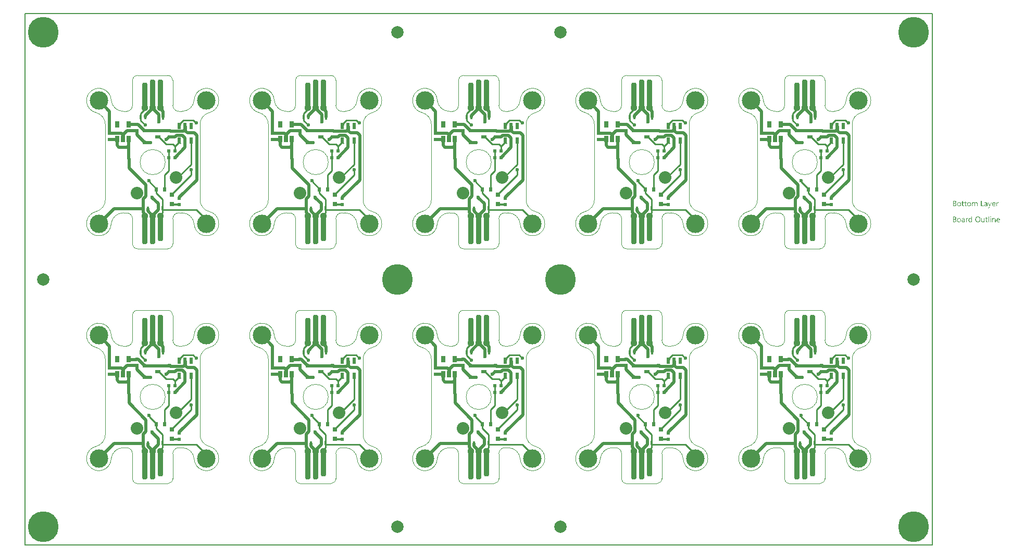
<source format=gbl>
G04*
G04 #@! TF.GenerationSoftware,Altium Limited,Altium Designer,21.8.1 (53)*
G04*
G04 Layer_Physical_Order=2*
G04 Layer_Color=16711680*
%FSAX25Y25*%
%MOIN*%
G70*
G04*
G04 #@! TF.SameCoordinates,C38F2C0A-75D8-41A6-A347-4ED76E5A57E3*
G04*
G04*
G04 #@! TF.FilePolarity,Positive*
G04*
G01*
G75*
%ADD12C,0.01968*%
%ADD13C,0.00984*%
%ADD14C,0.00787*%
%ADD15C,0.00394*%
%ADD16C,0.19685*%
%ADD17C,0.08000*%
%ADD19C,0.11811*%
%ADD20C,0.02362*%
%ADD21C,0.07874*%
%ADD22R,0.02362X0.03937*%
%ADD23R,0.03150X0.03150*%
%ADD24R,0.02756X0.03937*%
%ADD25R,0.02165X0.01968*%
G04:AMPARAMS|DCode=26|XSize=35.43mil|YSize=169.29mil|CornerRadius=13.82mil|HoleSize=0mil|Usage=FLASHONLY|Rotation=0.000|XOffset=0mil|YOffset=0mil|HoleType=Round|Shape=RoundedRectangle|*
%AMROUNDEDRECTD26*
21,1,0.03543,0.14165,0,0,0.0*
21,1,0.00780,0.16929,0,0,0.0*
1,1,0.02764,0.00390,-0.07083*
1,1,0.02764,-0.00390,-0.07083*
1,1,0.02764,-0.00390,0.07083*
1,1,0.02764,0.00390,0.07083*
%
%ADD26ROUNDEDRECTD26*%
G04:AMPARAMS|DCode=27|XSize=35.43mil|YSize=188.98mil|CornerRadius=13.82mil|HoleSize=0mil|Usage=FLASHONLY|Rotation=0.000|XOffset=0mil|YOffset=0mil|HoleType=Round|Shape=RoundedRectangle|*
%AMROUNDEDRECTD27*
21,1,0.03543,0.16134,0,0,0.0*
21,1,0.00780,0.18898,0,0,0.0*
1,1,0.02764,0.00390,-0.08067*
1,1,0.02764,-0.00390,-0.08067*
1,1,0.02764,-0.00390,0.08067*
1,1,0.02764,0.00390,0.08067*
%
%ADD27ROUNDEDRECTD27*%
%ADD28R,0.01575X0.02756*%
%ADD29R,0.01968X0.02165*%
%ADD30R,0.01968X0.02165*%
%ADD31R,0.02165X0.01968*%
%ADD32R,0.02362X0.03150*%
%ADD33R,0.03543X0.02362*%
%ADD34C,0.01300*%
%ADD35C,0.04370*%
G36*
X0589149Y0199906D02*
X0589205Y0199894D01*
X0589267Y0199882D01*
X0589335Y0199857D01*
X0589415Y0199826D01*
X0589490Y0199783D01*
X0589570Y0199733D01*
X0589644Y0199665D01*
X0589712Y0199578D01*
X0589774Y0199479D01*
X0589830Y0199368D01*
X0589867Y0199225D01*
X0589898Y0199071D01*
X0589904Y0198891D01*
Y0197344D01*
X0589502D01*
Y0198786D01*
Y0198792D01*
Y0198805D01*
Y0198823D01*
Y0198854D01*
X0589496Y0198928D01*
X0589483Y0199015D01*
X0589471Y0199114D01*
X0589446Y0199213D01*
X0589415Y0199306D01*
X0589372Y0199386D01*
X0589366Y0199393D01*
X0589347Y0199417D01*
X0589316Y0199448D01*
X0589267Y0199479D01*
X0589211Y0199516D01*
X0589137Y0199541D01*
X0589044Y0199566D01*
X0588939Y0199572D01*
X0588926D01*
X0588895Y0199566D01*
X0588846Y0199560D01*
X0588784Y0199541D01*
X0588716Y0199516D01*
X0588642Y0199473D01*
X0588567Y0199417D01*
X0588499Y0199337D01*
X0588493Y0199325D01*
X0588474Y0199294D01*
X0588443Y0199244D01*
X0588412Y0199176D01*
X0588375Y0199095D01*
X0588351Y0199003D01*
X0588326Y0198891D01*
X0588320Y0198774D01*
Y0197344D01*
X0587917D01*
Y0198836D01*
Y0198842D01*
Y0198866D01*
X0587911Y0198904D01*
Y0198953D01*
X0587899Y0199009D01*
X0587886Y0199071D01*
X0587868Y0199133D01*
X0587849Y0199207D01*
X0587818Y0199275D01*
X0587781Y0199337D01*
X0587732Y0199399D01*
X0587676Y0199454D01*
X0587614Y0199504D01*
X0587534Y0199541D01*
X0587447Y0199566D01*
X0587348Y0199572D01*
X0587335D01*
X0587304Y0199566D01*
X0587255Y0199560D01*
X0587193Y0199547D01*
X0587125Y0199516D01*
X0587051Y0199479D01*
X0586976Y0199424D01*
X0586908Y0199349D01*
X0586902Y0199337D01*
X0586883Y0199312D01*
X0586853Y0199263D01*
X0586822Y0199195D01*
X0586791Y0199114D01*
X0586760Y0199015D01*
X0586741Y0198904D01*
X0586735Y0198774D01*
Y0197344D01*
X0586333D01*
Y0199857D01*
X0586735D01*
Y0199454D01*
X0586747D01*
X0586754Y0199461D01*
X0586760Y0199473D01*
X0586778Y0199498D01*
X0586797Y0199529D01*
X0586859Y0199597D01*
X0586945Y0199683D01*
X0587057Y0199770D01*
X0587187Y0199838D01*
X0587267Y0199869D01*
X0587348Y0199894D01*
X0587434Y0199906D01*
X0587527Y0199913D01*
X0587571D01*
X0587620Y0199906D01*
X0587682Y0199894D01*
X0587750Y0199875D01*
X0587824Y0199851D01*
X0587899Y0199820D01*
X0587973Y0199770D01*
X0587979Y0199764D01*
X0588004Y0199745D01*
X0588035Y0199715D01*
X0588078Y0199671D01*
X0588122Y0199616D01*
X0588165Y0199554D01*
X0588208Y0199479D01*
X0588239Y0199393D01*
X0588245Y0199399D01*
X0588251Y0199417D01*
X0588270Y0199442D01*
X0588289Y0199473D01*
X0588320Y0199516D01*
X0588357Y0199560D01*
X0588400Y0199603D01*
X0588450Y0199653D01*
X0588505Y0199702D01*
X0588567Y0199745D01*
X0588635Y0199795D01*
X0588710Y0199832D01*
X0588790Y0199863D01*
X0588877Y0199888D01*
X0588976Y0199906D01*
X0589075Y0199913D01*
X0589112D01*
X0589149Y0199906D01*
D02*
G37*
G36*
X0603182Y0199894D02*
X0603256Y0199888D01*
X0603299Y0199875D01*
X0603330Y0199863D01*
Y0199448D01*
X0603324Y0199454D01*
X0603312Y0199461D01*
X0603287Y0199473D01*
X0603256Y0199492D01*
X0603213Y0199504D01*
X0603157Y0199516D01*
X0603095Y0199523D01*
X0603027Y0199529D01*
X0603015D01*
X0602984Y0199523D01*
X0602934Y0199516D01*
X0602879Y0199498D01*
X0602804Y0199467D01*
X0602736Y0199424D01*
X0602662Y0199362D01*
X0602594Y0199281D01*
X0602588Y0199269D01*
X0602569Y0199238D01*
X0602538Y0199182D01*
X0602507Y0199108D01*
X0602476Y0199015D01*
X0602445Y0198897D01*
X0602427Y0198767D01*
X0602420Y0198619D01*
Y0197344D01*
X0602018D01*
Y0199857D01*
X0602420D01*
Y0199337D01*
X0602433D01*
Y0199343D01*
X0602439Y0199349D01*
X0602451Y0199380D01*
X0602470Y0199430D01*
X0602501Y0199492D01*
X0602532Y0199554D01*
X0602581Y0199622D01*
X0602631Y0199690D01*
X0602693Y0199752D01*
X0602699Y0199758D01*
X0602724Y0199776D01*
X0602761Y0199801D01*
X0602810Y0199826D01*
X0602866Y0199851D01*
X0602934Y0199875D01*
X0603009Y0199894D01*
X0603089Y0199900D01*
X0603145D01*
X0603182Y0199894D01*
D02*
G37*
G36*
X0597803Y0196941D02*
X0597796Y0196935D01*
X0597790Y0196910D01*
X0597772Y0196867D01*
X0597747Y0196818D01*
X0597716Y0196762D01*
X0597673Y0196694D01*
X0597629Y0196626D01*
X0597580Y0196551D01*
X0597518Y0196477D01*
X0597456Y0196409D01*
X0597382Y0196341D01*
X0597301Y0196285D01*
X0597221Y0196236D01*
X0597128Y0196192D01*
X0597035Y0196168D01*
X0596930Y0196161D01*
X0596874D01*
X0596837Y0196168D01*
X0596757Y0196180D01*
X0596670Y0196199D01*
Y0196558D01*
X0596676D01*
X0596695Y0196551D01*
X0596719Y0196545D01*
X0596750Y0196539D01*
X0596825Y0196520D01*
X0596905Y0196514D01*
X0596917D01*
X0596955Y0196520D01*
X0597010Y0196533D01*
X0597078Y0196558D01*
X0597153Y0196601D01*
X0597190Y0196632D01*
X0597227Y0196669D01*
X0597264Y0196706D01*
X0597301Y0196756D01*
X0597332Y0196811D01*
X0597363Y0196873D01*
X0597568Y0197344D01*
X0596583Y0199857D01*
X0597029D01*
X0597710Y0197919D01*
Y0197913D01*
X0597716Y0197901D01*
X0597722Y0197882D01*
X0597728Y0197857D01*
X0597735Y0197820D01*
X0597747Y0197783D01*
X0597759Y0197728D01*
X0597778D01*
Y0197740D01*
X0597790Y0197777D01*
X0597803Y0197833D01*
X0597827Y0197913D01*
X0598539Y0199857D01*
X0598954D01*
X0597803Y0196941D01*
D02*
G37*
G36*
X0595395Y0199906D02*
X0595450Y0199900D01*
X0595519Y0199882D01*
X0595593Y0199863D01*
X0595673Y0199832D01*
X0595760Y0199795D01*
X0595840Y0199745D01*
X0595921Y0199683D01*
X0595995Y0199609D01*
X0596063Y0199516D01*
X0596119Y0199411D01*
X0596162Y0199287D01*
X0596187Y0199145D01*
X0596200Y0198978D01*
Y0197344D01*
X0595797D01*
Y0197734D01*
X0595785D01*
Y0197728D01*
X0595772Y0197715D01*
X0595760Y0197690D01*
X0595735Y0197666D01*
X0595673Y0197591D01*
X0595593Y0197511D01*
X0595481Y0197430D01*
X0595351Y0197356D01*
X0595271Y0197331D01*
X0595190Y0197307D01*
X0595104Y0197294D01*
X0595011Y0197288D01*
X0594974D01*
X0594949Y0197294D01*
X0594881Y0197300D01*
X0594801Y0197313D01*
X0594701Y0197337D01*
X0594609Y0197369D01*
X0594510Y0197418D01*
X0594423Y0197480D01*
X0594417Y0197492D01*
X0594392Y0197517D01*
X0594355Y0197560D01*
X0594318Y0197622D01*
X0594281Y0197697D01*
X0594243Y0197783D01*
X0594219Y0197888D01*
X0594212Y0198006D01*
Y0198012D01*
Y0198037D01*
X0594219Y0198074D01*
X0594225Y0198117D01*
X0594237Y0198173D01*
X0594256Y0198235D01*
X0594281Y0198303D01*
X0594318Y0198371D01*
X0594361Y0198445D01*
X0594417Y0198520D01*
X0594485Y0198588D01*
X0594565Y0198650D01*
X0594658Y0198712D01*
X0594770Y0198761D01*
X0594893Y0198798D01*
X0595042Y0198829D01*
X0595797Y0198934D01*
Y0198941D01*
Y0198959D01*
X0595791Y0198996D01*
Y0199034D01*
X0595779Y0199083D01*
X0595772Y0199139D01*
X0595735Y0199256D01*
X0595704Y0199312D01*
X0595673Y0199368D01*
X0595630Y0199424D01*
X0595580Y0199473D01*
X0595519Y0199516D01*
X0595450Y0199547D01*
X0595370Y0199566D01*
X0595277Y0199572D01*
X0595234D01*
X0595203Y0199566D01*
X0595160D01*
X0595116Y0199554D01*
X0595005Y0199535D01*
X0594881Y0199498D01*
X0594745Y0199442D01*
X0594670Y0199405D01*
X0594602Y0199368D01*
X0594528Y0199318D01*
X0594460Y0199263D01*
Y0199677D01*
X0594466D01*
X0594479Y0199690D01*
X0594497Y0199702D01*
X0594528Y0199715D01*
X0594559Y0199733D01*
X0594602Y0199752D01*
X0594652Y0199770D01*
X0594708Y0199795D01*
X0594832Y0199838D01*
X0594980Y0199875D01*
X0595141Y0199900D01*
X0595314Y0199913D01*
X0595351D01*
X0595395Y0199906D01*
D02*
G37*
G36*
X0592504Y0197715D02*
X0593915D01*
Y0197344D01*
X0592089D01*
Y0200860D01*
X0592504D01*
Y0197715D01*
D02*
G37*
G36*
X0575290Y0200853D02*
X0575333D01*
X0575376Y0200847D01*
X0575475Y0200835D01*
X0575593Y0200804D01*
X0575717Y0200767D01*
X0575834Y0200711D01*
X0575940Y0200637D01*
X0575946D01*
X0575952Y0200624D01*
X0575983Y0200600D01*
X0576026Y0200550D01*
X0576076Y0200482D01*
X0576119Y0200395D01*
X0576162Y0200296D01*
X0576193Y0200185D01*
X0576206Y0200123D01*
Y0200055D01*
Y0200049D01*
Y0200043D01*
Y0200005D01*
X0576200Y0199950D01*
X0576187Y0199882D01*
X0576169Y0199795D01*
X0576138Y0199708D01*
X0576100Y0199622D01*
X0576045Y0199535D01*
X0576039Y0199523D01*
X0576014Y0199498D01*
X0575977Y0199461D01*
X0575927Y0199411D01*
X0575865Y0199362D01*
X0575791Y0199306D01*
X0575698Y0199263D01*
X0575599Y0199219D01*
Y0199213D01*
X0575618D01*
X0575636Y0199207D01*
X0575655Y0199201D01*
X0575723Y0199188D01*
X0575803Y0199164D01*
X0575890Y0199126D01*
X0575983Y0199083D01*
X0576076Y0199021D01*
X0576162Y0198941D01*
X0576175Y0198928D01*
X0576200Y0198897D01*
X0576230Y0198854D01*
X0576274Y0198786D01*
X0576311Y0198699D01*
X0576348Y0198600D01*
X0576373Y0198483D01*
X0576379Y0198353D01*
Y0198346D01*
Y0198334D01*
Y0198309D01*
X0576373Y0198278D01*
X0576367Y0198241D01*
X0576361Y0198198D01*
X0576336Y0198093D01*
X0576299Y0197975D01*
X0576243Y0197851D01*
X0576206Y0197796D01*
X0576162Y0197734D01*
X0576107Y0197678D01*
X0576051Y0197622D01*
X0576045D01*
X0576039Y0197610D01*
X0576020Y0197598D01*
X0575995Y0197579D01*
X0575964Y0197560D01*
X0575921Y0197536D01*
X0575828Y0197486D01*
X0575711Y0197430D01*
X0575574Y0197387D01*
X0575414Y0197356D01*
X0575333Y0197350D01*
X0575240Y0197344D01*
X0574213D01*
Y0200860D01*
X0575259D01*
X0575290Y0200853D01*
D02*
G37*
G36*
X0582216Y0199857D02*
X0582854D01*
Y0199510D01*
X0582216D01*
Y0198093D01*
Y0198080D01*
Y0198049D01*
X0582223Y0198006D01*
X0582229Y0197950D01*
X0582253Y0197833D01*
X0582272Y0197777D01*
X0582303Y0197734D01*
X0582309Y0197728D01*
X0582322Y0197715D01*
X0582340Y0197703D01*
X0582371Y0197684D01*
X0582408Y0197659D01*
X0582458Y0197647D01*
X0582520Y0197635D01*
X0582588Y0197628D01*
X0582612D01*
X0582643Y0197635D01*
X0582681Y0197641D01*
X0582767Y0197666D01*
X0582810Y0197684D01*
X0582854Y0197709D01*
Y0197362D01*
X0582848D01*
X0582829Y0197350D01*
X0582798Y0197344D01*
X0582755Y0197331D01*
X0582699Y0197319D01*
X0582637Y0197307D01*
X0582563Y0197300D01*
X0582476Y0197294D01*
X0582445D01*
X0582414Y0197300D01*
X0582371Y0197307D01*
X0582322Y0197319D01*
X0582266Y0197331D01*
X0582210Y0197356D01*
X0582148Y0197387D01*
X0582086Y0197424D01*
X0582024Y0197474D01*
X0581969Y0197529D01*
X0581919Y0197604D01*
X0581876Y0197684D01*
X0581845Y0197783D01*
X0581820Y0197895D01*
X0581814Y0198025D01*
Y0199510D01*
X0581387D01*
Y0199857D01*
X0581814D01*
Y0200470D01*
X0582216Y0200600D01*
Y0199857D01*
D02*
G37*
G36*
X0580514D02*
X0581152D01*
Y0199510D01*
X0580514D01*
Y0198093D01*
Y0198080D01*
Y0198049D01*
X0580520Y0198006D01*
X0580526Y0197950D01*
X0580551Y0197833D01*
X0580570Y0197777D01*
X0580601Y0197734D01*
X0580607Y0197728D01*
X0580619Y0197715D01*
X0580638Y0197703D01*
X0580669Y0197684D01*
X0580706Y0197659D01*
X0580755Y0197647D01*
X0580817Y0197635D01*
X0580885Y0197628D01*
X0580910D01*
X0580941Y0197635D01*
X0580978Y0197641D01*
X0581065Y0197666D01*
X0581108Y0197684D01*
X0581152Y0197709D01*
Y0197362D01*
X0581145D01*
X0581127Y0197350D01*
X0581096Y0197344D01*
X0581052Y0197331D01*
X0580997Y0197319D01*
X0580935Y0197307D01*
X0580861Y0197300D01*
X0580774Y0197294D01*
X0580743D01*
X0580712Y0197300D01*
X0580669Y0197307D01*
X0580619Y0197319D01*
X0580563Y0197331D01*
X0580508Y0197356D01*
X0580446Y0197387D01*
X0580384Y0197424D01*
X0580322Y0197474D01*
X0580266Y0197529D01*
X0580217Y0197604D01*
X0580174Y0197684D01*
X0580143Y0197783D01*
X0580118Y0197895D01*
X0580112Y0198025D01*
Y0199510D01*
X0579685D01*
Y0199857D01*
X0580112D01*
Y0200470D01*
X0580514Y0200600D01*
Y0199857D01*
D02*
G37*
G36*
X0600458Y0199906D02*
X0600501Y0199900D01*
X0600545Y0199894D01*
X0600656Y0199875D01*
X0600780Y0199832D01*
X0600904Y0199776D01*
X0600966Y0199739D01*
X0601028Y0199696D01*
X0601083Y0199646D01*
X0601139Y0199591D01*
X0601145Y0199584D01*
X0601152Y0199578D01*
X0601164Y0199560D01*
X0601182Y0199535D01*
X0601201Y0199498D01*
X0601226Y0199461D01*
X0601251Y0199417D01*
X0601275Y0199362D01*
X0601300Y0199300D01*
X0601325Y0199238D01*
X0601349Y0199164D01*
X0601368Y0199083D01*
X0601387Y0198996D01*
X0601399Y0198910D01*
X0601411Y0198811D01*
Y0198705D01*
Y0198495D01*
X0599635D01*
Y0198489D01*
Y0198477D01*
Y0198458D01*
X0599641Y0198427D01*
X0599647Y0198390D01*
Y0198353D01*
X0599666Y0198254D01*
X0599697Y0198155D01*
X0599734Y0198043D01*
X0599790Y0197938D01*
X0599858Y0197845D01*
X0599870Y0197833D01*
X0599895Y0197808D01*
X0599944Y0197777D01*
X0600012Y0197734D01*
X0600099Y0197690D01*
X0600198Y0197659D01*
X0600316Y0197635D01*
X0600452Y0197622D01*
X0600495D01*
X0600526Y0197628D01*
X0600563D01*
X0600607Y0197635D01*
X0600712Y0197659D01*
X0600830Y0197690D01*
X0600960Y0197740D01*
X0601096Y0197808D01*
X0601164Y0197851D01*
X0601232Y0197901D01*
Y0197523D01*
X0601226D01*
X0601220Y0197511D01*
X0601201Y0197505D01*
X0601170Y0197486D01*
X0601139Y0197468D01*
X0601102Y0197449D01*
X0601052Y0197430D01*
X0601003Y0197406D01*
X0600941Y0197381D01*
X0600873Y0197362D01*
X0600724Y0197325D01*
X0600551Y0197300D01*
X0600359Y0197288D01*
X0600310D01*
X0600273Y0197294D01*
X0600229Y0197300D01*
X0600173Y0197307D01*
X0600056Y0197331D01*
X0599920Y0197369D01*
X0599784Y0197430D01*
X0599715Y0197474D01*
X0599647Y0197517D01*
X0599585Y0197567D01*
X0599523Y0197628D01*
X0599517Y0197635D01*
X0599511Y0197647D01*
X0599499Y0197666D01*
X0599474Y0197690D01*
X0599455Y0197728D01*
X0599431Y0197771D01*
X0599400Y0197820D01*
X0599375Y0197876D01*
X0599344Y0197938D01*
X0599319Y0198012D01*
X0599288Y0198093D01*
X0599270Y0198179D01*
X0599251Y0198272D01*
X0599233Y0198371D01*
X0599226Y0198477D01*
X0599220Y0198588D01*
Y0198594D01*
Y0198613D01*
Y0198644D01*
X0599226Y0198687D01*
X0599233Y0198737D01*
X0599239Y0198792D01*
X0599245Y0198860D01*
X0599263Y0198928D01*
X0599301Y0199077D01*
X0599356Y0199238D01*
X0599394Y0199318D01*
X0599443Y0199393D01*
X0599493Y0199473D01*
X0599548Y0199541D01*
X0599554Y0199547D01*
X0599567Y0199560D01*
X0599585Y0199578D01*
X0599610Y0199597D01*
X0599641Y0199628D01*
X0599678Y0199659D01*
X0599728Y0199690D01*
X0599777Y0199727D01*
X0599895Y0199795D01*
X0600037Y0199857D01*
X0600118Y0199875D01*
X0600198Y0199894D01*
X0600285Y0199906D01*
X0600378Y0199913D01*
X0600427D01*
X0600458Y0199906D01*
D02*
G37*
G36*
X0584593D02*
X0584636Y0199900D01*
X0584692Y0199894D01*
X0584816Y0199869D01*
X0584958Y0199826D01*
X0585101Y0199764D01*
X0585175Y0199727D01*
X0585243Y0199683D01*
X0585311Y0199628D01*
X0585373Y0199566D01*
X0585379Y0199560D01*
X0585386Y0199547D01*
X0585404Y0199529D01*
X0585423Y0199504D01*
X0585447Y0199467D01*
X0585472Y0199424D01*
X0585503Y0199374D01*
X0585534Y0199318D01*
X0585559Y0199250D01*
X0585590Y0199182D01*
X0585615Y0199102D01*
X0585639Y0199015D01*
X0585658Y0198922D01*
X0585676Y0198823D01*
X0585683Y0198718D01*
X0585689Y0198607D01*
Y0198600D01*
Y0198582D01*
Y0198551D01*
X0585683Y0198507D01*
X0585676Y0198458D01*
X0585670Y0198396D01*
X0585658Y0198334D01*
X0585645Y0198260D01*
X0585608Y0198111D01*
X0585546Y0197950D01*
X0585509Y0197870D01*
X0585460Y0197789D01*
X0585410Y0197715D01*
X0585348Y0197647D01*
X0585342Y0197641D01*
X0585330Y0197635D01*
X0585311Y0197616D01*
X0585287Y0197591D01*
X0585249Y0197567D01*
X0585212Y0197536D01*
X0585163Y0197499D01*
X0585107Y0197468D01*
X0585045Y0197437D01*
X0584977Y0197399D01*
X0584903Y0197369D01*
X0584822Y0197344D01*
X0584736Y0197319D01*
X0584643Y0197307D01*
X0584544Y0197294D01*
X0584439Y0197288D01*
X0584383D01*
X0584346Y0197294D01*
X0584302Y0197300D01*
X0584247Y0197307D01*
X0584185Y0197319D01*
X0584117Y0197331D01*
X0583974Y0197375D01*
X0583826Y0197437D01*
X0583751Y0197474D01*
X0583683Y0197523D01*
X0583615Y0197573D01*
X0583547Y0197635D01*
X0583541Y0197641D01*
X0583535Y0197653D01*
X0583516Y0197672D01*
X0583498Y0197697D01*
X0583473Y0197734D01*
X0583442Y0197777D01*
X0583411Y0197827D01*
X0583386Y0197882D01*
X0583355Y0197950D01*
X0583324Y0198018D01*
X0583293Y0198093D01*
X0583269Y0198179D01*
X0583231Y0198365D01*
X0583225Y0198464D01*
X0583219Y0198569D01*
Y0198575D01*
Y0198600D01*
Y0198631D01*
X0583225Y0198675D01*
X0583231Y0198724D01*
X0583238Y0198786D01*
X0583250Y0198854D01*
X0583262Y0198928D01*
X0583299Y0199089D01*
X0583361Y0199250D01*
X0583405Y0199331D01*
X0583448Y0199411D01*
X0583498Y0199486D01*
X0583560Y0199554D01*
X0583566Y0199560D01*
X0583578Y0199572D01*
X0583597Y0199584D01*
X0583621Y0199609D01*
X0583659Y0199634D01*
X0583702Y0199665D01*
X0583751Y0199702D01*
X0583807Y0199733D01*
X0583869Y0199764D01*
X0583943Y0199801D01*
X0584018Y0199832D01*
X0584104Y0199857D01*
X0584191Y0199882D01*
X0584290Y0199900D01*
X0584395Y0199906D01*
X0584500Y0199913D01*
X0584556D01*
X0584593Y0199906D01*
D02*
G37*
G36*
X0578242D02*
X0578286Y0199900D01*
X0578341Y0199894D01*
X0578465Y0199869D01*
X0578608Y0199826D01*
X0578750Y0199764D01*
X0578824Y0199727D01*
X0578892Y0199683D01*
X0578960Y0199628D01*
X0579022Y0199566D01*
X0579028Y0199560D01*
X0579035Y0199547D01*
X0579053Y0199529D01*
X0579072Y0199504D01*
X0579097Y0199467D01*
X0579121Y0199424D01*
X0579152Y0199374D01*
X0579183Y0199318D01*
X0579208Y0199250D01*
X0579239Y0199182D01*
X0579264Y0199102D01*
X0579288Y0199015D01*
X0579307Y0198922D01*
X0579325Y0198823D01*
X0579332Y0198718D01*
X0579338Y0198607D01*
Y0198600D01*
Y0198582D01*
Y0198551D01*
X0579332Y0198507D01*
X0579325Y0198458D01*
X0579319Y0198396D01*
X0579307Y0198334D01*
X0579295Y0198260D01*
X0579257Y0198111D01*
X0579195Y0197950D01*
X0579158Y0197870D01*
X0579109Y0197789D01*
X0579059Y0197715D01*
X0578998Y0197647D01*
X0578991Y0197641D01*
X0578979Y0197635D01*
X0578960Y0197616D01*
X0578936Y0197591D01*
X0578898Y0197567D01*
X0578861Y0197536D01*
X0578812Y0197499D01*
X0578756Y0197468D01*
X0578694Y0197437D01*
X0578626Y0197399D01*
X0578552Y0197369D01*
X0578471Y0197344D01*
X0578385Y0197319D01*
X0578292Y0197307D01*
X0578193Y0197294D01*
X0578088Y0197288D01*
X0578032D01*
X0577995Y0197294D01*
X0577951Y0197300D01*
X0577896Y0197307D01*
X0577834Y0197319D01*
X0577766Y0197331D01*
X0577623Y0197375D01*
X0577475Y0197437D01*
X0577400Y0197474D01*
X0577332Y0197523D01*
X0577264Y0197573D01*
X0577196Y0197635D01*
X0577190Y0197641D01*
X0577184Y0197653D01*
X0577165Y0197672D01*
X0577147Y0197697D01*
X0577122Y0197734D01*
X0577091Y0197777D01*
X0577060Y0197827D01*
X0577035Y0197882D01*
X0577004Y0197950D01*
X0576973Y0198018D01*
X0576942Y0198093D01*
X0576918Y0198179D01*
X0576881Y0198365D01*
X0576874Y0198464D01*
X0576868Y0198569D01*
Y0198575D01*
Y0198600D01*
Y0198631D01*
X0576874Y0198675D01*
X0576881Y0198724D01*
X0576887Y0198786D01*
X0576899Y0198854D01*
X0576911Y0198928D01*
X0576949Y0199089D01*
X0577010Y0199250D01*
X0577054Y0199331D01*
X0577097Y0199411D01*
X0577147Y0199486D01*
X0577209Y0199554D01*
X0577215Y0199560D01*
X0577227Y0199572D01*
X0577246Y0199584D01*
X0577270Y0199609D01*
X0577308Y0199634D01*
X0577351Y0199665D01*
X0577400Y0199702D01*
X0577456Y0199733D01*
X0577518Y0199764D01*
X0577592Y0199801D01*
X0577667Y0199832D01*
X0577753Y0199857D01*
X0577840Y0199882D01*
X0577939Y0199900D01*
X0578044Y0199906D01*
X0578149Y0199913D01*
X0578205D01*
X0578242Y0199906D01*
D02*
G37*
G36*
X0598422Y0190826D02*
X0598446D01*
X0598502Y0190802D01*
X0598533Y0190783D01*
X0598564Y0190758D01*
X0598570Y0190752D01*
X0598576Y0190746D01*
X0598607Y0190709D01*
X0598632Y0190647D01*
X0598638Y0190610D01*
X0598644Y0190573D01*
Y0190567D01*
Y0190554D01*
X0598638Y0190536D01*
X0598632Y0190511D01*
X0598614Y0190449D01*
X0598589Y0190418D01*
X0598564Y0190387D01*
X0598558D01*
X0598552Y0190375D01*
X0598515Y0190350D01*
X0598459Y0190325D01*
X0598422Y0190319D01*
X0598385Y0190313D01*
X0598366D01*
X0598347Y0190319D01*
X0598323D01*
X0598261Y0190344D01*
X0598230Y0190356D01*
X0598199Y0190381D01*
Y0190387D01*
X0598186Y0190393D01*
X0598174Y0190412D01*
X0598162Y0190430D01*
X0598137Y0190492D01*
X0598131Y0190529D01*
X0598125Y0190573D01*
Y0190579D01*
Y0190591D01*
X0598131Y0190610D01*
X0598137Y0190641D01*
X0598155Y0190697D01*
X0598174Y0190727D01*
X0598199Y0190758D01*
X0598205Y0190765D01*
X0598211Y0190771D01*
X0598248Y0190796D01*
X0598310Y0190820D01*
X0598347Y0190833D01*
X0598403D01*
X0598422Y0190826D01*
D02*
G37*
G36*
X0586432Y0187162D02*
X0586029D01*
Y0187583D01*
X0586017D01*
Y0187577D01*
X0586004Y0187564D01*
X0585986Y0187540D01*
X0585967Y0187509D01*
X0585936Y0187471D01*
X0585899Y0187434D01*
X0585856Y0187391D01*
X0585807Y0187348D01*
X0585751Y0187298D01*
X0585683Y0187255D01*
X0585615Y0187218D01*
X0585534Y0187181D01*
X0585454Y0187150D01*
X0585361Y0187125D01*
X0585262Y0187112D01*
X0585156Y0187106D01*
X0585113D01*
X0585076Y0187112D01*
X0585039Y0187119D01*
X0584989Y0187125D01*
X0584884Y0187150D01*
X0584760Y0187187D01*
X0584636Y0187249D01*
X0584569Y0187286D01*
X0584513Y0187329D01*
X0584451Y0187385D01*
X0584395Y0187441D01*
Y0187447D01*
X0584383Y0187459D01*
X0584370Y0187478D01*
X0584352Y0187503D01*
X0584333Y0187533D01*
X0584308Y0187577D01*
X0584284Y0187626D01*
X0584259Y0187682D01*
X0584228Y0187744D01*
X0584203Y0187812D01*
X0584178Y0187886D01*
X0584160Y0187967D01*
X0584141Y0188053D01*
X0584129Y0188152D01*
X0584123Y0188251D01*
X0584117Y0188357D01*
Y0188363D01*
Y0188381D01*
Y0188419D01*
X0584123Y0188462D01*
X0584129Y0188511D01*
X0584135Y0188573D01*
X0584141Y0188641D01*
X0584154Y0188716D01*
X0584191Y0188877D01*
X0584247Y0189044D01*
X0584284Y0189124D01*
X0584327Y0189205D01*
X0584370Y0189279D01*
X0584426Y0189353D01*
X0584432Y0189359D01*
X0584439Y0189372D01*
X0584457Y0189390D01*
X0584482Y0189415D01*
X0584513Y0189440D01*
X0584556Y0189471D01*
X0584599Y0189508D01*
X0584649Y0189545D01*
X0584773Y0189613D01*
X0584915Y0189675D01*
X0584996Y0189694D01*
X0585082Y0189712D01*
X0585169Y0189725D01*
X0585268Y0189731D01*
X0585318D01*
X0585355Y0189725D01*
X0585392Y0189718D01*
X0585441Y0189712D01*
X0585553Y0189681D01*
X0585676Y0189632D01*
X0585738Y0189601D01*
X0585800Y0189558D01*
X0585862Y0189514D01*
X0585918Y0189459D01*
X0585967Y0189397D01*
X0586017Y0189322D01*
X0586029D01*
Y0190882D01*
X0586432D01*
Y0187162D01*
D02*
G37*
G36*
X0600700Y0189725D02*
X0600774Y0189718D01*
X0600867Y0189700D01*
X0600966Y0189669D01*
X0601071Y0189620D01*
X0601176Y0189551D01*
X0601220Y0189514D01*
X0601263Y0189465D01*
X0601275Y0189452D01*
X0601300Y0189415D01*
X0601331Y0189353D01*
X0601374Y0189267D01*
X0601411Y0189161D01*
X0601449Y0189031D01*
X0601473Y0188877D01*
X0601479Y0188697D01*
Y0187162D01*
X0601077D01*
Y0188592D01*
Y0188598D01*
Y0188629D01*
X0601071Y0188666D01*
Y0188716D01*
X0601059Y0188778D01*
X0601046Y0188846D01*
X0601028Y0188920D01*
X0601003Y0188994D01*
X0600972Y0189068D01*
X0600935Y0189137D01*
X0600885Y0189205D01*
X0600830Y0189267D01*
X0600768Y0189316D01*
X0600687Y0189353D01*
X0600601Y0189384D01*
X0600495Y0189390D01*
X0600483D01*
X0600446Y0189384D01*
X0600390Y0189378D01*
X0600322Y0189359D01*
X0600242Y0189335D01*
X0600155Y0189291D01*
X0600074Y0189236D01*
X0599994Y0189161D01*
X0599988Y0189149D01*
X0599963Y0189124D01*
X0599932Y0189075D01*
X0599895Y0189007D01*
X0599858Y0188926D01*
X0599827Y0188827D01*
X0599802Y0188716D01*
X0599796Y0188592D01*
Y0187162D01*
X0599394D01*
Y0189675D01*
X0599796D01*
Y0189254D01*
X0599808D01*
X0599814Y0189260D01*
X0599821Y0189273D01*
X0599839Y0189298D01*
X0599864Y0189329D01*
X0599889Y0189366D01*
X0599926Y0189403D01*
X0599969Y0189446D01*
X0600019Y0189496D01*
X0600074Y0189539D01*
X0600136Y0189582D01*
X0600204Y0189620D01*
X0600279Y0189657D01*
X0600353Y0189688D01*
X0600440Y0189712D01*
X0600532Y0189725D01*
X0600632Y0189731D01*
X0600669D01*
X0600700Y0189725D01*
D02*
G37*
G36*
X0583702Y0189712D02*
X0583776Y0189706D01*
X0583819Y0189694D01*
X0583850Y0189681D01*
Y0189267D01*
X0583844Y0189273D01*
X0583832Y0189279D01*
X0583807Y0189291D01*
X0583776Y0189310D01*
X0583733Y0189322D01*
X0583677Y0189335D01*
X0583615Y0189341D01*
X0583547Y0189347D01*
X0583535D01*
X0583504Y0189341D01*
X0583454Y0189335D01*
X0583398Y0189316D01*
X0583324Y0189285D01*
X0583256Y0189242D01*
X0583182Y0189180D01*
X0583114Y0189100D01*
X0583108Y0189087D01*
X0583089Y0189056D01*
X0583058Y0189000D01*
X0583027Y0188926D01*
X0582996Y0188833D01*
X0582965Y0188716D01*
X0582947Y0188586D01*
X0582940Y0188437D01*
Y0187162D01*
X0582538D01*
Y0189675D01*
X0582940D01*
Y0189155D01*
X0582953D01*
Y0189161D01*
X0582959Y0189168D01*
X0582971Y0189199D01*
X0582990Y0189248D01*
X0583021Y0189310D01*
X0583052Y0189372D01*
X0583101Y0189440D01*
X0583151Y0189508D01*
X0583213Y0189570D01*
X0583219Y0189576D01*
X0583244Y0189595D01*
X0583281Y0189620D01*
X0583330Y0189644D01*
X0583386Y0189669D01*
X0583454Y0189694D01*
X0583529Y0189712D01*
X0583609Y0189718D01*
X0583665D01*
X0583702Y0189712D01*
D02*
G37*
G36*
X0594442Y0187162D02*
X0594039D01*
Y0187558D01*
X0594027D01*
Y0187552D01*
X0594014Y0187540D01*
X0594002Y0187515D01*
X0593977Y0187490D01*
X0593922Y0187416D01*
X0593835Y0187335D01*
X0593785Y0187292D01*
X0593730Y0187249D01*
X0593668Y0187212D01*
X0593594Y0187174D01*
X0593519Y0187150D01*
X0593439Y0187125D01*
X0593346Y0187112D01*
X0593253Y0187106D01*
X0593216D01*
X0593173Y0187112D01*
X0593111Y0187125D01*
X0593043Y0187137D01*
X0592968Y0187162D01*
X0592888Y0187193D01*
X0592807Y0187242D01*
X0592721Y0187298D01*
X0592640Y0187366D01*
X0592566Y0187453D01*
X0592498Y0187558D01*
X0592436Y0187676D01*
X0592393Y0187818D01*
X0592368Y0187985D01*
X0592355Y0188072D01*
Y0188171D01*
Y0189675D01*
X0592752D01*
Y0188233D01*
Y0188227D01*
Y0188202D01*
X0592758Y0188159D01*
X0592764Y0188109D01*
X0592770Y0188047D01*
X0592783Y0187985D01*
X0592801Y0187911D01*
X0592826Y0187837D01*
X0592863Y0187762D01*
X0592900Y0187694D01*
X0592950Y0187626D01*
X0593012Y0187564D01*
X0593080Y0187515D01*
X0593160Y0187478D01*
X0593259Y0187447D01*
X0593364Y0187441D01*
X0593377D01*
X0593414Y0187447D01*
X0593470Y0187453D01*
X0593532Y0187465D01*
X0593612Y0187496D01*
X0593692Y0187533D01*
X0593773Y0187583D01*
X0593847Y0187657D01*
X0593854Y0187670D01*
X0593878Y0187694D01*
X0593909Y0187744D01*
X0593946Y0187812D01*
X0593977Y0187892D01*
X0594008Y0187991D01*
X0594033Y0188103D01*
X0594039Y0188227D01*
Y0189675D01*
X0594442D01*
Y0187162D01*
D02*
G37*
G36*
X0598576D02*
X0598174D01*
Y0189675D01*
X0598576D01*
Y0187162D01*
D02*
G37*
G36*
X0597357D02*
X0596955D01*
Y0190882D01*
X0597357D01*
Y0187162D01*
D02*
G37*
G36*
X0580978Y0189725D02*
X0581034Y0189718D01*
X0581102Y0189700D01*
X0581176Y0189681D01*
X0581257Y0189650D01*
X0581344Y0189613D01*
X0581424Y0189564D01*
X0581504Y0189502D01*
X0581579Y0189428D01*
X0581647Y0189335D01*
X0581703Y0189230D01*
X0581746Y0189106D01*
X0581771Y0188963D01*
X0581783Y0188796D01*
Y0187162D01*
X0581381D01*
Y0187552D01*
X0581368D01*
Y0187546D01*
X0581356Y0187533D01*
X0581344Y0187509D01*
X0581319Y0187484D01*
X0581257Y0187410D01*
X0581176Y0187329D01*
X0581065Y0187249D01*
X0580935Y0187174D01*
X0580855Y0187150D01*
X0580774Y0187125D01*
X0580687Y0187112D01*
X0580594Y0187106D01*
X0580557D01*
X0580533Y0187112D01*
X0580465Y0187119D01*
X0580384Y0187131D01*
X0580285Y0187156D01*
X0580192Y0187187D01*
X0580093Y0187236D01*
X0580006Y0187298D01*
X0580000Y0187311D01*
X0579976Y0187335D01*
X0579938Y0187379D01*
X0579901Y0187441D01*
X0579864Y0187515D01*
X0579827Y0187601D01*
X0579802Y0187707D01*
X0579796Y0187824D01*
Y0187830D01*
Y0187855D01*
X0579802Y0187892D01*
X0579808Y0187936D01*
X0579821Y0187991D01*
X0579839Y0188053D01*
X0579864Y0188121D01*
X0579901Y0188190D01*
X0579945Y0188264D01*
X0580000Y0188338D01*
X0580068Y0188406D01*
X0580149Y0188468D01*
X0580242Y0188530D01*
X0580353Y0188579D01*
X0580477Y0188617D01*
X0580625Y0188648D01*
X0581381Y0188753D01*
Y0188759D01*
Y0188778D01*
X0581374Y0188815D01*
Y0188852D01*
X0581362Y0188901D01*
X0581356Y0188957D01*
X0581319Y0189075D01*
X0581288Y0189130D01*
X0581257Y0189186D01*
X0581214Y0189242D01*
X0581164Y0189291D01*
X0581102Y0189335D01*
X0581034Y0189366D01*
X0580954Y0189384D01*
X0580861Y0189390D01*
X0580817D01*
X0580786Y0189384D01*
X0580743D01*
X0580700Y0189372D01*
X0580588Y0189353D01*
X0580465Y0189316D01*
X0580328Y0189260D01*
X0580254Y0189223D01*
X0580186Y0189186D01*
X0580112Y0189137D01*
X0580044Y0189081D01*
Y0189496D01*
X0580050D01*
X0580062Y0189508D01*
X0580081Y0189520D01*
X0580112Y0189533D01*
X0580143Y0189551D01*
X0580186Y0189570D01*
X0580235Y0189588D01*
X0580291Y0189613D01*
X0580415Y0189657D01*
X0580563Y0189694D01*
X0580724Y0189718D01*
X0580898Y0189731D01*
X0580935D01*
X0580978Y0189725D01*
D02*
G37*
G36*
X0575290Y0190672D02*
X0575333D01*
X0575376Y0190666D01*
X0575475Y0190653D01*
X0575593Y0190622D01*
X0575717Y0190585D01*
X0575834Y0190529D01*
X0575940Y0190455D01*
X0575946D01*
X0575952Y0190443D01*
X0575983Y0190418D01*
X0576026Y0190368D01*
X0576076Y0190300D01*
X0576119Y0190214D01*
X0576162Y0190115D01*
X0576193Y0190003D01*
X0576206Y0189941D01*
Y0189873D01*
Y0189867D01*
Y0189861D01*
Y0189824D01*
X0576200Y0189768D01*
X0576187Y0189700D01*
X0576169Y0189613D01*
X0576138Y0189527D01*
X0576100Y0189440D01*
X0576045Y0189353D01*
X0576039Y0189341D01*
X0576014Y0189316D01*
X0575977Y0189279D01*
X0575927Y0189230D01*
X0575865Y0189180D01*
X0575791Y0189124D01*
X0575698Y0189081D01*
X0575599Y0189038D01*
Y0189031D01*
X0575618D01*
X0575636Y0189025D01*
X0575655Y0189019D01*
X0575723Y0189007D01*
X0575803Y0188982D01*
X0575890Y0188945D01*
X0575983Y0188901D01*
X0576076Y0188839D01*
X0576162Y0188759D01*
X0576175Y0188747D01*
X0576200Y0188716D01*
X0576230Y0188672D01*
X0576274Y0188604D01*
X0576311Y0188518D01*
X0576348Y0188419D01*
X0576373Y0188301D01*
X0576379Y0188171D01*
Y0188165D01*
Y0188152D01*
Y0188128D01*
X0576373Y0188097D01*
X0576367Y0188060D01*
X0576361Y0188016D01*
X0576336Y0187911D01*
X0576299Y0187793D01*
X0576243Y0187670D01*
X0576206Y0187614D01*
X0576162Y0187552D01*
X0576107Y0187496D01*
X0576051Y0187441D01*
X0576045D01*
X0576039Y0187428D01*
X0576020Y0187416D01*
X0575995Y0187397D01*
X0575964Y0187379D01*
X0575921Y0187354D01*
X0575828Y0187304D01*
X0575711Y0187249D01*
X0575574Y0187205D01*
X0575414Y0187174D01*
X0575333Y0187168D01*
X0575240Y0187162D01*
X0574213D01*
Y0190678D01*
X0575259D01*
X0575290Y0190672D01*
D02*
G37*
G36*
X0595785Y0189675D02*
X0596422D01*
Y0189329D01*
X0595785D01*
Y0187911D01*
Y0187899D01*
Y0187868D01*
X0595791Y0187824D01*
X0595797Y0187769D01*
X0595822Y0187651D01*
X0595840Y0187595D01*
X0595871Y0187552D01*
X0595878Y0187546D01*
X0595890Y0187533D01*
X0595908Y0187521D01*
X0595939Y0187503D01*
X0595977Y0187478D01*
X0596026Y0187465D01*
X0596088Y0187453D01*
X0596156Y0187447D01*
X0596181D01*
X0596212Y0187453D01*
X0596249Y0187459D01*
X0596336Y0187484D01*
X0596379Y0187503D01*
X0596422Y0187527D01*
Y0187181D01*
X0596416D01*
X0596397Y0187168D01*
X0596367Y0187162D01*
X0596323Y0187150D01*
X0596268Y0187137D01*
X0596206Y0187125D01*
X0596131Y0187119D01*
X0596045Y0187112D01*
X0596014D01*
X0595983Y0187119D01*
X0595939Y0187125D01*
X0595890Y0187137D01*
X0595834Y0187150D01*
X0595779Y0187174D01*
X0595717Y0187205D01*
X0595655Y0187242D01*
X0595593Y0187292D01*
X0595537Y0187348D01*
X0595488Y0187422D01*
X0595444Y0187503D01*
X0595413Y0187601D01*
X0595389Y0187713D01*
X0595382Y0187843D01*
Y0189329D01*
X0594955D01*
Y0189675D01*
X0595382D01*
Y0190288D01*
X0595785Y0190418D01*
Y0189675D01*
D02*
G37*
G36*
X0603312Y0189725D02*
X0603355Y0189718D01*
X0603398Y0189712D01*
X0603510Y0189694D01*
X0603634Y0189650D01*
X0603757Y0189595D01*
X0603819Y0189558D01*
X0603881Y0189514D01*
X0603937Y0189465D01*
X0603993Y0189409D01*
X0603999Y0189403D01*
X0604005Y0189397D01*
X0604017Y0189378D01*
X0604036Y0189353D01*
X0604055Y0189316D01*
X0604079Y0189279D01*
X0604104Y0189236D01*
X0604129Y0189180D01*
X0604154Y0189118D01*
X0604178Y0189056D01*
X0604203Y0188982D01*
X0604222Y0188901D01*
X0604240Y0188815D01*
X0604253Y0188728D01*
X0604265Y0188629D01*
Y0188524D01*
Y0188313D01*
X0602489D01*
Y0188307D01*
Y0188295D01*
Y0188276D01*
X0602495Y0188245D01*
X0602501Y0188208D01*
Y0188171D01*
X0602520Y0188072D01*
X0602550Y0187973D01*
X0602588Y0187862D01*
X0602643Y0187756D01*
X0602711Y0187663D01*
X0602724Y0187651D01*
X0602748Y0187626D01*
X0602798Y0187595D01*
X0602866Y0187552D01*
X0602953Y0187509D01*
X0603052Y0187478D01*
X0603169Y0187453D01*
X0603306Y0187441D01*
X0603349D01*
X0603380Y0187447D01*
X0603417D01*
X0603460Y0187453D01*
X0603566Y0187478D01*
X0603683Y0187509D01*
X0603813Y0187558D01*
X0603949Y0187626D01*
X0604017Y0187670D01*
X0604085Y0187719D01*
Y0187341D01*
X0604079D01*
X0604073Y0187329D01*
X0604055Y0187323D01*
X0604024Y0187304D01*
X0603993Y0187286D01*
X0603956Y0187267D01*
X0603906Y0187249D01*
X0603857Y0187224D01*
X0603795Y0187199D01*
X0603726Y0187181D01*
X0603578Y0187144D01*
X0603405Y0187119D01*
X0603213Y0187106D01*
X0603163D01*
X0603126Y0187112D01*
X0603083Y0187119D01*
X0603027Y0187125D01*
X0602909Y0187150D01*
X0602773Y0187187D01*
X0602637Y0187249D01*
X0602569Y0187292D01*
X0602501Y0187335D01*
X0602439Y0187385D01*
X0602377Y0187447D01*
X0602371Y0187453D01*
X0602365Y0187465D01*
X0602352Y0187484D01*
X0602328Y0187509D01*
X0602309Y0187546D01*
X0602284Y0187589D01*
X0602253Y0187639D01*
X0602228Y0187694D01*
X0602198Y0187756D01*
X0602173Y0187830D01*
X0602142Y0187911D01*
X0602123Y0187998D01*
X0602105Y0188091D01*
X0602086Y0188190D01*
X0602080Y0188295D01*
X0602074Y0188406D01*
Y0188412D01*
Y0188431D01*
Y0188462D01*
X0602080Y0188505D01*
X0602086Y0188555D01*
X0602092Y0188610D01*
X0602099Y0188679D01*
X0602117Y0188747D01*
X0602154Y0188895D01*
X0602210Y0189056D01*
X0602247Y0189137D01*
X0602297Y0189211D01*
X0602346Y0189291D01*
X0602402Y0189359D01*
X0602408Y0189366D01*
X0602420Y0189378D01*
X0602439Y0189397D01*
X0602464Y0189415D01*
X0602495Y0189446D01*
X0602532Y0189477D01*
X0602581Y0189508D01*
X0602631Y0189545D01*
X0602748Y0189613D01*
X0602891Y0189675D01*
X0602971Y0189694D01*
X0603052Y0189712D01*
X0603138Y0189725D01*
X0603231Y0189731D01*
X0603281D01*
X0603312Y0189725D01*
D02*
G37*
G36*
X0590269Y0190734D02*
X0590331Y0190727D01*
X0590406Y0190715D01*
X0590486Y0190697D01*
X0590573Y0190678D01*
X0590659Y0190653D01*
X0590759Y0190622D01*
X0590851Y0190579D01*
X0590950Y0190529D01*
X0591049Y0190474D01*
X0591142Y0190406D01*
X0591235Y0190331D01*
X0591322Y0190245D01*
X0591328Y0190238D01*
X0591340Y0190220D01*
X0591365Y0190195D01*
X0591390Y0190158D01*
X0591427Y0190109D01*
X0591464Y0190047D01*
X0591501Y0189979D01*
X0591545Y0189904D01*
X0591588Y0189811D01*
X0591625Y0189718D01*
X0591662Y0189613D01*
X0591699Y0189496D01*
X0591724Y0189378D01*
X0591749Y0189248D01*
X0591761Y0189106D01*
X0591767Y0188963D01*
Y0188951D01*
Y0188926D01*
Y0188883D01*
X0591761Y0188821D01*
X0591755Y0188747D01*
X0591743Y0188666D01*
X0591730Y0188573D01*
X0591712Y0188468D01*
X0591687Y0188363D01*
X0591656Y0188251D01*
X0591619Y0188140D01*
X0591575Y0188029D01*
X0591520Y0187911D01*
X0591458Y0187806D01*
X0591390Y0187700D01*
X0591309Y0187601D01*
X0591303Y0187595D01*
X0591291Y0187583D01*
X0591260Y0187558D01*
X0591229Y0187527D01*
X0591179Y0187484D01*
X0591124Y0187447D01*
X0591062Y0187397D01*
X0590987Y0187354D01*
X0590907Y0187311D01*
X0590814Y0187261D01*
X0590715Y0187224D01*
X0590604Y0187187D01*
X0590486Y0187150D01*
X0590362Y0187125D01*
X0590232Y0187112D01*
X0590090Y0187106D01*
X0590059D01*
X0590016Y0187112D01*
X0589966D01*
X0589904Y0187119D01*
X0589830Y0187131D01*
X0589749Y0187150D01*
X0589657Y0187168D01*
X0589564Y0187193D01*
X0589465Y0187224D01*
X0589366Y0187267D01*
X0589267Y0187311D01*
X0589168Y0187366D01*
X0589069Y0187434D01*
X0588976Y0187509D01*
X0588889Y0187595D01*
X0588883Y0187601D01*
X0588870Y0187620D01*
X0588846Y0187645D01*
X0588821Y0187682D01*
X0588784Y0187732D01*
X0588747Y0187793D01*
X0588710Y0187862D01*
X0588666Y0187942D01*
X0588623Y0188029D01*
X0588586Y0188121D01*
X0588549Y0188227D01*
X0588512Y0188344D01*
X0588487Y0188462D01*
X0588462Y0188592D01*
X0588450Y0188734D01*
X0588443Y0188877D01*
Y0188889D01*
Y0188914D01*
X0588450Y0188957D01*
Y0189019D01*
X0588456Y0189087D01*
X0588468Y0189174D01*
X0588481Y0189267D01*
X0588499Y0189366D01*
X0588524Y0189471D01*
X0588555Y0189582D01*
X0588592Y0189694D01*
X0588635Y0189805D01*
X0588691Y0189917D01*
X0588753Y0190028D01*
X0588821Y0190133D01*
X0588902Y0190232D01*
X0588908Y0190238D01*
X0588920Y0190257D01*
X0588951Y0190282D01*
X0588988Y0190313D01*
X0589032Y0190350D01*
X0589087Y0190393D01*
X0589155Y0190436D01*
X0589229Y0190486D01*
X0589316Y0190536D01*
X0589409Y0190579D01*
X0589508Y0190622D01*
X0589619Y0190659D01*
X0589743Y0190690D01*
X0589873Y0190721D01*
X0590009Y0190734D01*
X0590152Y0190740D01*
X0590220D01*
X0590269Y0190734D01*
D02*
G37*
G36*
X0578242Y0189725D02*
X0578286Y0189718D01*
X0578341Y0189712D01*
X0578465Y0189688D01*
X0578608Y0189644D01*
X0578750Y0189582D01*
X0578824Y0189545D01*
X0578892Y0189502D01*
X0578960Y0189446D01*
X0579022Y0189384D01*
X0579028Y0189378D01*
X0579035Y0189366D01*
X0579053Y0189347D01*
X0579072Y0189322D01*
X0579097Y0189285D01*
X0579121Y0189242D01*
X0579152Y0189192D01*
X0579183Y0189137D01*
X0579208Y0189068D01*
X0579239Y0189000D01*
X0579264Y0188920D01*
X0579288Y0188833D01*
X0579307Y0188741D01*
X0579325Y0188641D01*
X0579332Y0188536D01*
X0579338Y0188425D01*
Y0188419D01*
Y0188400D01*
Y0188369D01*
X0579332Y0188326D01*
X0579325Y0188276D01*
X0579319Y0188214D01*
X0579307Y0188152D01*
X0579295Y0188078D01*
X0579257Y0187930D01*
X0579195Y0187769D01*
X0579158Y0187688D01*
X0579109Y0187608D01*
X0579059Y0187533D01*
X0578998Y0187465D01*
X0578991Y0187459D01*
X0578979Y0187453D01*
X0578960Y0187434D01*
X0578936Y0187410D01*
X0578898Y0187385D01*
X0578861Y0187354D01*
X0578812Y0187317D01*
X0578756Y0187286D01*
X0578694Y0187255D01*
X0578626Y0187218D01*
X0578552Y0187187D01*
X0578471Y0187162D01*
X0578385Y0187137D01*
X0578292Y0187125D01*
X0578193Y0187112D01*
X0578088Y0187106D01*
X0578032D01*
X0577995Y0187112D01*
X0577951Y0187119D01*
X0577896Y0187125D01*
X0577834Y0187137D01*
X0577766Y0187150D01*
X0577623Y0187193D01*
X0577475Y0187255D01*
X0577400Y0187292D01*
X0577332Y0187341D01*
X0577264Y0187391D01*
X0577196Y0187453D01*
X0577190Y0187459D01*
X0577184Y0187471D01*
X0577165Y0187490D01*
X0577147Y0187515D01*
X0577122Y0187552D01*
X0577091Y0187595D01*
X0577060Y0187645D01*
X0577035Y0187700D01*
X0577004Y0187769D01*
X0576973Y0187837D01*
X0576942Y0187911D01*
X0576918Y0187998D01*
X0576881Y0188183D01*
X0576874Y0188282D01*
X0576868Y0188388D01*
Y0188394D01*
Y0188419D01*
Y0188450D01*
X0576874Y0188493D01*
X0576881Y0188542D01*
X0576887Y0188604D01*
X0576899Y0188672D01*
X0576911Y0188747D01*
X0576949Y0188908D01*
X0577010Y0189068D01*
X0577054Y0189149D01*
X0577097Y0189230D01*
X0577147Y0189304D01*
X0577209Y0189372D01*
X0577215Y0189378D01*
X0577227Y0189390D01*
X0577246Y0189403D01*
X0577270Y0189428D01*
X0577308Y0189452D01*
X0577351Y0189483D01*
X0577400Y0189520D01*
X0577456Y0189551D01*
X0577518Y0189582D01*
X0577592Y0189620D01*
X0577667Y0189650D01*
X0577753Y0189675D01*
X0577840Y0189700D01*
X0577939Y0189718D01*
X0578044Y0189725D01*
X0578149Y0189731D01*
X0578205D01*
X0578242Y0189725D01*
D02*
G37*
%LPC*%
G36*
X0595797Y0198613D02*
X0595190Y0198526D01*
X0595178D01*
X0595147Y0198520D01*
X0595098Y0198507D01*
X0595036Y0198495D01*
X0594968Y0198477D01*
X0594893Y0198452D01*
X0594832Y0198427D01*
X0594770Y0198390D01*
X0594763Y0198384D01*
X0594745Y0198371D01*
X0594726Y0198346D01*
X0594701Y0198309D01*
X0594670Y0198260D01*
X0594652Y0198198D01*
X0594633Y0198124D01*
X0594627Y0198037D01*
Y0198031D01*
Y0198006D01*
X0594633Y0197975D01*
X0594646Y0197932D01*
X0594658Y0197882D01*
X0594683Y0197833D01*
X0594714Y0197783D01*
X0594757Y0197734D01*
X0594763Y0197728D01*
X0594782Y0197715D01*
X0594813Y0197697D01*
X0594850Y0197678D01*
X0594900Y0197659D01*
X0594962Y0197641D01*
X0595030Y0197628D01*
X0595110Y0197622D01*
X0595122D01*
X0595160Y0197628D01*
X0595215Y0197635D01*
X0595283Y0197647D01*
X0595358Y0197672D01*
X0595444Y0197709D01*
X0595525Y0197765D01*
X0595599Y0197833D01*
X0595605Y0197845D01*
X0595630Y0197870D01*
X0595661Y0197913D01*
X0595698Y0197975D01*
X0595735Y0198056D01*
X0595766Y0198142D01*
X0595791Y0198248D01*
X0595797Y0198359D01*
Y0198613D01*
D02*
G37*
G36*
X0575098Y0200488D02*
X0574627D01*
Y0199349D01*
X0575104D01*
X0575166Y0199355D01*
X0575240Y0199368D01*
X0575327Y0199386D01*
X0575420Y0199417D01*
X0575500Y0199454D01*
X0575581Y0199510D01*
X0575587Y0199516D01*
X0575611Y0199541D01*
X0575642Y0199578D01*
X0575680Y0199634D01*
X0575711Y0199696D01*
X0575741Y0199776D01*
X0575766Y0199869D01*
X0575772Y0199975D01*
Y0199981D01*
Y0199999D01*
X0575766Y0200024D01*
X0575760Y0200055D01*
X0575735Y0200135D01*
X0575717Y0200185D01*
X0575686Y0200234D01*
X0575655Y0200278D01*
X0575605Y0200327D01*
X0575556Y0200371D01*
X0575488Y0200408D01*
X0575414Y0200439D01*
X0575321Y0200464D01*
X0575215Y0200482D01*
X0575098Y0200488D01*
D02*
G37*
G36*
Y0198978D02*
X0574627D01*
Y0197715D01*
X0575246D01*
X0575308Y0197721D01*
X0575395Y0197734D01*
X0575482Y0197758D01*
X0575574Y0197783D01*
X0575667Y0197827D01*
X0575748Y0197882D01*
X0575754Y0197888D01*
X0575779Y0197913D01*
X0575810Y0197950D01*
X0575847Y0198006D01*
X0575884Y0198074D01*
X0575915Y0198155D01*
X0575940Y0198254D01*
X0575946Y0198359D01*
Y0198365D01*
Y0198384D01*
X0575940Y0198415D01*
X0575933Y0198458D01*
X0575921Y0198501D01*
X0575903Y0198557D01*
X0575878Y0198613D01*
X0575841Y0198668D01*
X0575797Y0198724D01*
X0575741Y0198780D01*
X0575673Y0198836D01*
X0575587Y0198879D01*
X0575494Y0198922D01*
X0575376Y0198953D01*
X0575246Y0198972D01*
X0575098Y0198978D01*
D02*
G37*
G36*
X0600372Y0199572D02*
X0600322D01*
X0600273Y0199560D01*
X0600204Y0199547D01*
X0600130Y0199523D01*
X0600043Y0199486D01*
X0599963Y0199436D01*
X0599883Y0199368D01*
X0599876Y0199362D01*
X0599852Y0199331D01*
X0599821Y0199287D01*
X0599777Y0199225D01*
X0599734Y0199151D01*
X0599697Y0199058D01*
X0599666Y0198953D01*
X0599641Y0198836D01*
X0600997D01*
Y0198842D01*
Y0198854D01*
Y0198866D01*
Y0198891D01*
X0600990Y0198959D01*
X0600978Y0199034D01*
X0600953Y0199126D01*
X0600929Y0199213D01*
X0600885Y0199300D01*
X0600830Y0199380D01*
X0600823Y0199386D01*
X0600799Y0199411D01*
X0600762Y0199442D01*
X0600712Y0199479D01*
X0600644Y0199510D01*
X0600563Y0199541D01*
X0600477Y0199566D01*
X0600372Y0199572D01*
D02*
G37*
G36*
X0584469D02*
X0584432D01*
X0584408Y0199566D01*
X0584333Y0199560D01*
X0584247Y0199541D01*
X0584148Y0199510D01*
X0584042Y0199461D01*
X0583943Y0199393D01*
X0583894Y0199355D01*
X0583850Y0199306D01*
X0583838Y0199294D01*
X0583813Y0199256D01*
X0583782Y0199201D01*
X0583739Y0199120D01*
X0583696Y0199015D01*
X0583665Y0198891D01*
X0583640Y0198749D01*
X0583628Y0198582D01*
Y0198575D01*
Y0198563D01*
Y0198538D01*
X0583634Y0198507D01*
Y0198470D01*
X0583640Y0198427D01*
X0583659Y0198328D01*
X0583683Y0198216D01*
X0583727Y0198099D01*
X0583782Y0197981D01*
X0583857Y0197876D01*
X0583869Y0197864D01*
X0583900Y0197839D01*
X0583950Y0197796D01*
X0584018Y0197752D01*
X0584104Y0197703D01*
X0584209Y0197659D01*
X0584333Y0197635D01*
X0584469Y0197622D01*
X0584507D01*
X0584531Y0197628D01*
X0584606Y0197635D01*
X0584692Y0197653D01*
X0584785Y0197684D01*
X0584890Y0197728D01*
X0584983Y0197789D01*
X0585070Y0197870D01*
X0585076Y0197882D01*
X0585101Y0197919D01*
X0585138Y0197975D01*
X0585175Y0198056D01*
X0585212Y0198161D01*
X0585249Y0198285D01*
X0585274Y0198427D01*
X0585280Y0198594D01*
Y0198600D01*
Y0198613D01*
Y0198637D01*
Y0198675D01*
X0585274Y0198712D01*
X0585268Y0198755D01*
X0585256Y0198860D01*
X0585231Y0198978D01*
X0585194Y0199095D01*
X0585138Y0199213D01*
X0585070Y0199318D01*
X0585057Y0199331D01*
X0585033Y0199355D01*
X0584983Y0199399D01*
X0584915Y0199448D01*
X0584828Y0199492D01*
X0584729Y0199535D01*
X0584606Y0199560D01*
X0584469Y0199572D01*
D02*
G37*
G36*
X0578119D02*
X0578081D01*
X0578057Y0199566D01*
X0577982Y0199560D01*
X0577896Y0199541D01*
X0577797Y0199510D01*
X0577691Y0199461D01*
X0577592Y0199393D01*
X0577543Y0199355D01*
X0577499Y0199306D01*
X0577487Y0199294D01*
X0577462Y0199256D01*
X0577431Y0199201D01*
X0577388Y0199120D01*
X0577345Y0199015D01*
X0577314Y0198891D01*
X0577289Y0198749D01*
X0577277Y0198582D01*
Y0198575D01*
Y0198563D01*
Y0198538D01*
X0577283Y0198507D01*
Y0198470D01*
X0577289Y0198427D01*
X0577308Y0198328D01*
X0577332Y0198216D01*
X0577376Y0198099D01*
X0577431Y0197981D01*
X0577506Y0197876D01*
X0577518Y0197864D01*
X0577549Y0197839D01*
X0577598Y0197796D01*
X0577667Y0197752D01*
X0577753Y0197703D01*
X0577858Y0197659D01*
X0577982Y0197635D01*
X0578119Y0197622D01*
X0578156D01*
X0578180Y0197628D01*
X0578255Y0197635D01*
X0578341Y0197653D01*
X0578434Y0197684D01*
X0578539Y0197728D01*
X0578632Y0197789D01*
X0578719Y0197870D01*
X0578725Y0197882D01*
X0578750Y0197919D01*
X0578787Y0197975D01*
X0578824Y0198056D01*
X0578861Y0198161D01*
X0578898Y0198285D01*
X0578923Y0198427D01*
X0578929Y0198594D01*
Y0198600D01*
Y0198613D01*
Y0198637D01*
Y0198675D01*
X0578923Y0198712D01*
X0578917Y0198755D01*
X0578905Y0198860D01*
X0578880Y0198978D01*
X0578843Y0199095D01*
X0578787Y0199213D01*
X0578719Y0199318D01*
X0578707Y0199331D01*
X0578682Y0199355D01*
X0578632Y0199399D01*
X0578564Y0199448D01*
X0578477Y0199492D01*
X0578378Y0199535D01*
X0578255Y0199560D01*
X0578119Y0199572D01*
D02*
G37*
G36*
X0585318Y0189390D02*
X0585280D01*
X0585256Y0189384D01*
X0585187Y0189378D01*
X0585107Y0189359D01*
X0585014Y0189322D01*
X0584915Y0189273D01*
X0584822Y0189211D01*
X0584779Y0189168D01*
X0584736Y0189118D01*
X0584729Y0189106D01*
X0584705Y0189068D01*
X0584667Y0189007D01*
X0584630Y0188926D01*
X0584593Y0188821D01*
X0584556Y0188691D01*
X0584531Y0188542D01*
X0584525Y0188375D01*
Y0188369D01*
Y0188357D01*
Y0188332D01*
X0584531Y0188301D01*
Y0188270D01*
X0584538Y0188227D01*
X0584550Y0188128D01*
X0584575Y0188016D01*
X0584612Y0187905D01*
X0584661Y0187793D01*
X0584729Y0187688D01*
X0584742Y0187676D01*
X0584766Y0187651D01*
X0584810Y0187608D01*
X0584872Y0187564D01*
X0584952Y0187521D01*
X0585045Y0187478D01*
X0585150Y0187453D01*
X0585274Y0187441D01*
X0585305D01*
X0585330Y0187447D01*
X0585392Y0187453D01*
X0585466Y0187471D01*
X0585553Y0187503D01*
X0585645Y0187540D01*
X0585732Y0187601D01*
X0585819Y0187682D01*
X0585825Y0187694D01*
X0585850Y0187725D01*
X0585887Y0187781D01*
X0585924Y0187849D01*
X0585961Y0187936D01*
X0585998Y0188041D01*
X0586023Y0188165D01*
X0586029Y0188295D01*
Y0188666D01*
Y0188672D01*
Y0188679D01*
Y0188716D01*
X0586017Y0188771D01*
X0586004Y0188846D01*
X0585980Y0188926D01*
X0585943Y0189013D01*
X0585893Y0189100D01*
X0585825Y0189180D01*
X0585819Y0189186D01*
X0585788Y0189211D01*
X0585745Y0189248D01*
X0585689Y0189285D01*
X0585615Y0189322D01*
X0585528Y0189359D01*
X0585429Y0189384D01*
X0585318Y0189390D01*
D02*
G37*
G36*
X0581381Y0188431D02*
X0580774Y0188344D01*
X0580762D01*
X0580731Y0188338D01*
X0580681Y0188326D01*
X0580619Y0188313D01*
X0580551Y0188295D01*
X0580477Y0188270D01*
X0580415Y0188245D01*
X0580353Y0188208D01*
X0580347Y0188202D01*
X0580328Y0188190D01*
X0580310Y0188165D01*
X0580285Y0188128D01*
X0580254Y0188078D01*
X0580235Y0188016D01*
X0580217Y0187942D01*
X0580211Y0187855D01*
Y0187849D01*
Y0187824D01*
X0580217Y0187793D01*
X0580229Y0187750D01*
X0580242Y0187700D01*
X0580266Y0187651D01*
X0580297Y0187601D01*
X0580341Y0187552D01*
X0580347Y0187546D01*
X0580365Y0187533D01*
X0580396Y0187515D01*
X0580434Y0187496D01*
X0580483Y0187478D01*
X0580545Y0187459D01*
X0580613Y0187447D01*
X0580693Y0187441D01*
X0580706D01*
X0580743Y0187447D01*
X0580799Y0187453D01*
X0580867Y0187465D01*
X0580941Y0187490D01*
X0581028Y0187527D01*
X0581108Y0187583D01*
X0581182Y0187651D01*
X0581189Y0187663D01*
X0581214Y0187688D01*
X0581244Y0187732D01*
X0581282Y0187793D01*
X0581319Y0187874D01*
X0581350Y0187961D01*
X0581374Y0188066D01*
X0581381Y0188177D01*
Y0188431D01*
D02*
G37*
G36*
X0575098Y0190306D02*
X0574627D01*
Y0189168D01*
X0575104D01*
X0575166Y0189174D01*
X0575240Y0189186D01*
X0575327Y0189205D01*
X0575420Y0189236D01*
X0575500Y0189273D01*
X0575581Y0189329D01*
X0575587Y0189335D01*
X0575611Y0189359D01*
X0575642Y0189397D01*
X0575680Y0189452D01*
X0575711Y0189514D01*
X0575741Y0189595D01*
X0575766Y0189688D01*
X0575772Y0189793D01*
Y0189799D01*
Y0189818D01*
X0575766Y0189842D01*
X0575760Y0189873D01*
X0575735Y0189954D01*
X0575717Y0190003D01*
X0575686Y0190053D01*
X0575655Y0190096D01*
X0575605Y0190146D01*
X0575556Y0190189D01*
X0575488Y0190226D01*
X0575414Y0190257D01*
X0575321Y0190282D01*
X0575215Y0190300D01*
X0575098Y0190306D01*
D02*
G37*
G36*
Y0188796D02*
X0574627D01*
Y0187533D01*
X0575246D01*
X0575308Y0187540D01*
X0575395Y0187552D01*
X0575482Y0187577D01*
X0575574Y0187601D01*
X0575667Y0187645D01*
X0575748Y0187700D01*
X0575754Y0187707D01*
X0575779Y0187732D01*
X0575810Y0187769D01*
X0575847Y0187824D01*
X0575884Y0187892D01*
X0575915Y0187973D01*
X0575940Y0188072D01*
X0575946Y0188177D01*
Y0188183D01*
Y0188202D01*
X0575940Y0188233D01*
X0575933Y0188276D01*
X0575921Y0188320D01*
X0575903Y0188375D01*
X0575878Y0188431D01*
X0575841Y0188487D01*
X0575797Y0188542D01*
X0575741Y0188598D01*
X0575673Y0188654D01*
X0575587Y0188697D01*
X0575494Y0188741D01*
X0575376Y0188771D01*
X0575246Y0188790D01*
X0575098Y0188796D01*
D02*
G37*
G36*
X0603225Y0189390D02*
X0603176D01*
X0603126Y0189378D01*
X0603058Y0189366D01*
X0602984Y0189341D01*
X0602897Y0189304D01*
X0602817Y0189254D01*
X0602736Y0189186D01*
X0602730Y0189180D01*
X0602705Y0189149D01*
X0602674Y0189106D01*
X0602631Y0189044D01*
X0602588Y0188970D01*
X0602550Y0188877D01*
X0602520Y0188771D01*
X0602495Y0188654D01*
X0603850D01*
Y0188660D01*
Y0188672D01*
Y0188685D01*
Y0188709D01*
X0603844Y0188778D01*
X0603832Y0188852D01*
X0603807Y0188945D01*
X0603782Y0189031D01*
X0603739Y0189118D01*
X0603683Y0189199D01*
X0603677Y0189205D01*
X0603652Y0189230D01*
X0603615Y0189260D01*
X0603566Y0189298D01*
X0603498Y0189329D01*
X0603417Y0189359D01*
X0603330Y0189384D01*
X0603225Y0189390D01*
D02*
G37*
G36*
X0590121Y0190362D02*
X0590065D01*
X0590028Y0190356D01*
X0589979Y0190350D01*
X0589929Y0190344D01*
X0589867Y0190331D01*
X0589799Y0190313D01*
X0589657Y0190263D01*
X0589582Y0190232D01*
X0589502Y0190195D01*
X0589428Y0190146D01*
X0589353Y0190090D01*
X0589285Y0190028D01*
X0589217Y0189960D01*
X0589211Y0189954D01*
X0589205Y0189941D01*
X0589186Y0189917D01*
X0589161Y0189886D01*
X0589137Y0189848D01*
X0589112Y0189799D01*
X0589081Y0189743D01*
X0589050Y0189681D01*
X0589013Y0189607D01*
X0588982Y0189533D01*
X0588957Y0189446D01*
X0588932Y0189353D01*
X0588908Y0189254D01*
X0588889Y0189143D01*
X0588883Y0189031D01*
X0588877Y0188914D01*
Y0188908D01*
Y0188883D01*
Y0188852D01*
X0588883Y0188809D01*
X0588889Y0188753D01*
X0588895Y0188685D01*
X0588908Y0188617D01*
X0588920Y0188542D01*
X0588957Y0188375D01*
X0589019Y0188196D01*
X0589056Y0188109D01*
X0589100Y0188029D01*
X0589155Y0187942D01*
X0589211Y0187868D01*
X0589217Y0187862D01*
X0589229Y0187849D01*
X0589248Y0187830D01*
X0589273Y0187806D01*
X0589304Y0187775D01*
X0589347Y0187744D01*
X0589397Y0187707D01*
X0589446Y0187670D01*
X0589508Y0187633D01*
X0589576Y0187595D01*
X0589725Y0187533D01*
X0589811Y0187509D01*
X0589898Y0187490D01*
X0589991Y0187478D01*
X0590090Y0187471D01*
X0590146D01*
X0590189Y0187478D01*
X0590232Y0187484D01*
X0590294Y0187490D01*
X0590356Y0187503D01*
X0590424Y0187521D01*
X0590567Y0187564D01*
X0590647Y0187595D01*
X0590721Y0187633D01*
X0590796Y0187676D01*
X0590870Y0187725D01*
X0590938Y0187781D01*
X0591006Y0187849D01*
X0591012Y0187855D01*
X0591018Y0187868D01*
X0591037Y0187886D01*
X0591056Y0187917D01*
X0591086Y0187961D01*
X0591111Y0188004D01*
X0591142Y0188060D01*
X0591173Y0188121D01*
X0591204Y0188196D01*
X0591235Y0188276D01*
X0591266Y0188363D01*
X0591291Y0188456D01*
X0591309Y0188555D01*
X0591328Y0188666D01*
X0591334Y0188784D01*
X0591340Y0188908D01*
Y0188914D01*
Y0188939D01*
Y0188976D01*
X0591334Y0189019D01*
X0591328Y0189081D01*
X0591322Y0189149D01*
X0591316Y0189223D01*
X0591297Y0189304D01*
X0591260Y0189471D01*
X0591204Y0189650D01*
X0591167Y0189737D01*
X0591124Y0189824D01*
X0591068Y0189904D01*
X0591012Y0189979D01*
X0591006Y0189985D01*
X0591000Y0189997D01*
X0590981Y0190016D01*
X0590950Y0190040D01*
X0590919Y0190065D01*
X0590882Y0190102D01*
X0590833Y0190133D01*
X0590783Y0190170D01*
X0590721Y0190208D01*
X0590653Y0190238D01*
X0590579Y0190276D01*
X0590498Y0190300D01*
X0590412Y0190325D01*
X0590325Y0190344D01*
X0590226Y0190356D01*
X0590121Y0190362D01*
D02*
G37*
G36*
X0578119Y0189390D02*
X0578081D01*
X0578057Y0189384D01*
X0577982Y0189378D01*
X0577896Y0189359D01*
X0577797Y0189329D01*
X0577691Y0189279D01*
X0577592Y0189211D01*
X0577543Y0189174D01*
X0577499Y0189124D01*
X0577487Y0189112D01*
X0577462Y0189075D01*
X0577431Y0189019D01*
X0577388Y0188939D01*
X0577345Y0188833D01*
X0577314Y0188709D01*
X0577289Y0188567D01*
X0577277Y0188400D01*
Y0188394D01*
Y0188381D01*
Y0188357D01*
X0577283Y0188326D01*
Y0188289D01*
X0577289Y0188245D01*
X0577308Y0188146D01*
X0577332Y0188035D01*
X0577376Y0187917D01*
X0577431Y0187800D01*
X0577506Y0187694D01*
X0577518Y0187682D01*
X0577549Y0187657D01*
X0577598Y0187614D01*
X0577667Y0187571D01*
X0577753Y0187521D01*
X0577858Y0187478D01*
X0577982Y0187453D01*
X0578119Y0187441D01*
X0578156D01*
X0578180Y0187447D01*
X0578255Y0187453D01*
X0578341Y0187471D01*
X0578434Y0187503D01*
X0578539Y0187546D01*
X0578632Y0187608D01*
X0578719Y0187688D01*
X0578725Y0187700D01*
X0578750Y0187738D01*
X0578787Y0187793D01*
X0578824Y0187874D01*
X0578861Y0187979D01*
X0578898Y0188103D01*
X0578923Y0188245D01*
X0578929Y0188412D01*
Y0188419D01*
Y0188431D01*
Y0188456D01*
Y0188493D01*
X0578923Y0188530D01*
X0578917Y0188573D01*
X0578905Y0188679D01*
X0578880Y0188796D01*
X0578843Y0188914D01*
X0578787Y0189031D01*
X0578719Y0189137D01*
X0578707Y0189149D01*
X0578682Y0189174D01*
X0578632Y0189217D01*
X0578564Y0189267D01*
X0578477Y0189310D01*
X0578378Y0189353D01*
X0578255Y0189378D01*
X0578119Y0189390D01*
D02*
G37*
%LPD*%
D12*
X0046835Y0071424D02*
Y0077196D01*
Y0071424D02*
X0057723Y0060536D01*
Y0053166D02*
Y0060536D01*
X0056103Y0051547D02*
X0057723Y0053166D01*
X0056103Y0046063D02*
Y0051547D01*
X0065880Y0100990D02*
Y0103704D01*
X0065900Y0103725D01*
X0065859Y0100969D02*
X0065880Y0100990D01*
X0065900Y0103725D02*
Y0105773D01*
X0072639Y0091437D02*
X0072737D01*
X0070769Y0089567D02*
X0072639Y0091437D01*
X0070769Y0089567D02*
Y0089567D01*
X0057383Y0087697D02*
X0060478D01*
X0065651Y0044569D02*
Y0048538D01*
X0061698Y0052491D02*
X0065651Y0048538D01*
X0056595Y0087894D02*
X0057186D01*
X0051871Y0092618D02*
Y0095374D01*
Y0092618D02*
X0056595Y0087894D01*
X0057186D02*
X0057383Y0087697D01*
X0045670Y0095374D02*
X0051871D01*
X0076182Y0078150D02*
X0076302D01*
X0082777Y0084625D01*
Y0088878D01*
X0046753Y0085897D02*
Y0089862D01*
Y0077278D02*
X0046835Y0077196D01*
X0046753Y0077278D02*
Y0085897D01*
X0045600Y0084744D02*
X0046753Y0085897D01*
X0040426Y0084744D02*
X0045600D01*
X0039273Y0085897D02*
X0040426Y0084744D01*
X0039273Y0085897D02*
Y0089862D01*
X0034450Y0089764D02*
X0039174D01*
X0039273Y0089862D01*
X0027559Y0114567D02*
X0034450Y0107676D01*
Y0093701D02*
Y0107676D01*
X0043407Y0093110D02*
X0045670Y0095374D01*
X0043407Y0090256D02*
Y0093110D01*
X0043013Y0089862D02*
X0043407Y0090256D01*
X0043013Y0089862D02*
Y0092548D01*
X0034450Y0093701D02*
X0041860D01*
X0043013Y0092548D01*
X0046838Y0099226D02*
X0051688D01*
X0051773Y0099311D01*
X0051786D01*
X0051871D02*
X0052658D01*
X0056595Y0095374D01*
X0057186D02*
X0057383Y0095177D01*
X0056595Y0095374D02*
X0057186D01*
X0056595Y0095173D02*
X0073037D01*
X0084155Y0093953D02*
X0088658D01*
X0082973Y0095134D02*
X0084155Y0093953D01*
X0082777Y0098327D02*
X0082973Y0098130D01*
Y0095134D02*
Y0098130D01*
X0081624Y0094882D02*
X0082777Y0096035D01*
X0082580Y0089075D02*
Y0090572D01*
X0073328Y0094882D02*
X0081624D01*
X0080829Y0092323D02*
X0082580Y0090572D01*
X0082777Y0096035D02*
Y0098327D01*
X0082580Y0089075D02*
X0082777Y0088878D01*
X0072737Y0091437D02*
X0076358D01*
X0077244Y0092323D01*
X0080829D01*
X0088658Y0093953D02*
X0090162Y0092449D01*
X0072737Y0095374D02*
X0072836D01*
X0073328Y0094882D01*
X0079076Y0052658D02*
X0090162Y0063743D01*
Y0092449D01*
X0062009Y0109664D02*
X0065900Y0105773D01*
X0068659Y0104119D02*
Y0107542D01*
X0067009Y0109193D02*
X0068659Y0107542D01*
X0062009Y0109664D02*
Y0109843D01*
X0057186Y0104842D02*
X0062009Y0109664D01*
X0057186Y0103839D02*
Y0104842D01*
X0067009Y0109193D02*
Y0109843D01*
X0078977Y0052559D02*
X0079076D01*
Y0052658D01*
X0062009Y0040927D02*
X0065651Y0044569D01*
X0062009Y0040729D02*
Y0040927D01*
Y0040551D02*
Y0040729D01*
X0056103Y0042905D02*
X0056549Y0042459D01*
X0056103Y0042905D02*
Y0045472D01*
X0056549Y0041011D02*
Y0042459D01*
X0058859Y0043879D02*
X0062009Y0040729D01*
X0058859Y0043879D02*
Y0045472D01*
X0027559Y0035827D02*
X0037204Y0045472D01*
X0056103D01*
X0056549Y0041011D02*
X0057009Y0040551D01*
X0151168Y0071424D02*
Y0077196D01*
Y0071424D02*
X0162056Y0060536D01*
Y0053166D02*
Y0060536D01*
X0160436Y0051547D02*
X0162056Y0053166D01*
X0160436Y0046063D02*
Y0051547D01*
X0170212Y0100990D02*
Y0103704D01*
X0170233Y0103725D01*
X0170192Y0100969D02*
X0170212Y0100990D01*
X0170233Y0103725D02*
Y0105773D01*
X0176972Y0091437D02*
X0177070D01*
X0175102Y0089567D02*
X0176972Y0091437D01*
X0175102Y0089567D02*
Y0089567D01*
X0161716Y0087697D02*
X0164810D01*
X0169983Y0044569D02*
Y0048538D01*
X0166031Y0052491D02*
X0169983Y0048538D01*
X0160928Y0087894D02*
X0161519D01*
X0156204Y0092618D02*
Y0095374D01*
Y0092618D02*
X0160928Y0087894D01*
X0161519D02*
X0161716Y0087697D01*
X0150003Y0095374D02*
X0156204D01*
X0180515Y0078150D02*
X0180634D01*
X0187109Y0084625D01*
Y0088878D01*
X0151086Y0085897D02*
Y0089862D01*
Y0077278D02*
X0151168Y0077196D01*
X0151086Y0077278D02*
Y0085897D01*
X0149933Y0084744D02*
X0151086Y0085897D01*
X0144759Y0084744D02*
X0149933D01*
X0143605Y0085897D02*
X0144759Y0084744D01*
X0143605Y0085897D02*
Y0089862D01*
X0138783Y0089764D02*
X0143507D01*
X0143605Y0089862D01*
X0131892Y0114567D02*
X0138783Y0107676D01*
Y0093701D02*
Y0107676D01*
X0147739Y0093110D02*
X0150003Y0095374D01*
X0147739Y0090256D02*
Y0093110D01*
X0147346Y0089862D02*
X0147739Y0090256D01*
X0147346Y0089862D02*
Y0092548D01*
X0138783Y0093701D02*
X0146193D01*
X0147346Y0092548D01*
X0151171Y0099226D02*
X0156020D01*
X0156105Y0099311D01*
X0156119D01*
X0156204D02*
X0156991D01*
X0160928Y0095374D01*
X0161519D02*
X0161716Y0095177D01*
X0160928Y0095374D02*
X0161519D01*
X0160928Y0095173D02*
X0177370D01*
X0188487Y0093953D02*
X0192991D01*
X0187306Y0095134D02*
X0188487Y0093953D01*
X0187109Y0098327D02*
X0187306Y0098130D01*
Y0095134D02*
Y0098130D01*
X0185956Y0094882D02*
X0187109Y0096035D01*
X0186913Y0089075D02*
Y0090572D01*
X0177661Y0094882D02*
X0185956D01*
X0185162Y0092323D02*
X0186913Y0090572D01*
X0187109Y0096035D02*
Y0098327D01*
X0186913Y0089075D02*
X0187109Y0088878D01*
X0177070Y0091437D02*
X0180691D01*
X0181577Y0092323D01*
X0185162D01*
X0192991Y0093953D02*
X0194494Y0092449D01*
X0177070Y0095374D02*
X0177169D01*
X0177661Y0094882D01*
X0183409Y0052658D02*
X0194494Y0063743D01*
Y0092449D01*
X0166342Y0109664D02*
X0170233Y0105773D01*
X0172992Y0104119D02*
Y0107542D01*
X0171342Y0109193D02*
X0172992Y0107542D01*
X0166342Y0109664D02*
Y0109843D01*
X0161519Y0104842D02*
X0166342Y0109664D01*
X0161519Y0103839D02*
Y0104842D01*
X0171342Y0109193D02*
Y0109843D01*
X0183310Y0052559D02*
X0183409D01*
Y0052658D01*
X0166342Y0040927D02*
X0169983Y0044569D01*
X0166342Y0040729D02*
Y0040927D01*
Y0040551D02*
Y0040729D01*
X0160436Y0042905D02*
X0160882Y0042459D01*
X0160436Y0042905D02*
Y0045472D01*
X0160882Y0041011D02*
Y0042459D01*
X0163192Y0043879D02*
X0166342Y0040729D01*
X0163192Y0043879D02*
Y0045472D01*
X0131892Y0035827D02*
X0141537Y0045472D01*
X0160436D01*
X0160882Y0041011D02*
X0161342Y0040551D01*
X0255501Y0071424D02*
Y0077196D01*
Y0071424D02*
X0266389Y0060536D01*
Y0053166D02*
Y0060536D01*
X0264769Y0051547D02*
X0266389Y0053166D01*
X0264769Y0046063D02*
Y0051547D01*
X0274545Y0100990D02*
Y0103704D01*
X0274566Y0103725D01*
X0274525Y0100969D02*
X0274545Y0100990D01*
X0274566Y0103725D02*
Y0105773D01*
X0281305Y0091437D02*
X0281403D01*
X0279434Y0089567D02*
X0281305Y0091437D01*
X0279434Y0089567D02*
Y0089567D01*
X0266049Y0087697D02*
X0269143D01*
X0274316Y0044569D02*
Y0048538D01*
X0270363Y0052491D02*
X0274316Y0048538D01*
X0265261Y0087894D02*
X0265852D01*
X0260537Y0092618D02*
Y0095374D01*
Y0092618D02*
X0265261Y0087894D01*
X0265852D02*
X0266049Y0087697D01*
X0254336Y0095374D02*
X0260537D01*
X0284848Y0078150D02*
X0284967D01*
X0291442Y0084625D01*
Y0088878D01*
X0255419Y0085897D02*
Y0089862D01*
Y0077278D02*
X0255501Y0077196D01*
X0255419Y0077278D02*
Y0085897D01*
X0254265Y0084744D02*
X0255419Y0085897D01*
X0249091Y0084744D02*
X0254265D01*
X0247938Y0085897D02*
X0249091Y0084744D01*
X0247938Y0085897D02*
Y0089862D01*
X0243115Y0089764D02*
X0247840D01*
X0247938Y0089862D01*
X0236225Y0114567D02*
X0243115Y0107676D01*
Y0093701D02*
Y0107676D01*
X0252072Y0093110D02*
X0254336Y0095374D01*
X0252072Y0090256D02*
Y0093110D01*
X0251678Y0089862D02*
X0252072Y0090256D01*
X0251678Y0089862D02*
Y0092548D01*
X0243115Y0093701D02*
X0250525D01*
X0251678Y0092548D01*
X0255504Y0099226D02*
X0260353D01*
X0260438Y0099311D01*
X0260452D01*
X0260537D02*
X0261324D01*
X0265261Y0095374D01*
X0265852D02*
X0266049Y0095177D01*
X0265261Y0095374D02*
X0265852D01*
X0265261Y0095173D02*
X0281702D01*
X0292820Y0093953D02*
X0297324D01*
X0291639Y0095134D02*
X0292820Y0093953D01*
X0291442Y0098327D02*
X0291639Y0098130D01*
Y0095134D02*
Y0098130D01*
X0290289Y0094882D02*
X0291442Y0096035D01*
X0291245Y0089075D02*
Y0090572D01*
X0281993Y0094882D02*
X0290289D01*
X0289495Y0092323D02*
X0291245Y0090572D01*
X0291442Y0096035D02*
Y0098327D01*
X0291245Y0089075D02*
X0291442Y0088878D01*
X0281403Y0091437D02*
X0285024D01*
X0285910Y0092323D01*
X0289495D01*
X0297324Y0093953D02*
X0298827Y0092449D01*
X0281403Y0095374D02*
X0281501D01*
X0281993Y0094882D01*
X0287741Y0052658D02*
X0298827Y0063743D01*
Y0092449D01*
X0270674Y0109664D02*
X0274566Y0105773D01*
X0277325Y0104119D02*
Y0107542D01*
X0275675Y0109193D02*
X0277325Y0107542D01*
X0270674Y0109664D02*
Y0109843D01*
X0265852Y0104842D02*
X0270674Y0109664D01*
X0265852Y0103839D02*
Y0104842D01*
X0275675Y0109193D02*
Y0109843D01*
X0287643Y0052559D02*
X0287741D01*
Y0052658D01*
X0270674Y0040927D02*
X0274316Y0044569D01*
X0270674Y0040729D02*
Y0040927D01*
Y0040551D02*
Y0040729D01*
X0264769Y0042905D02*
X0265215Y0042459D01*
X0264769Y0042905D02*
Y0045472D01*
X0265215Y0041011D02*
Y0042459D01*
X0267525Y0043879D02*
X0270674Y0040729D01*
X0267525Y0043879D02*
Y0045472D01*
X0236225Y0035827D02*
X0245870Y0045472D01*
X0264769D01*
X0265215Y0041011D02*
X0265674Y0040551D01*
X0359834Y0071424D02*
Y0077196D01*
Y0071424D02*
X0370721Y0060536D01*
Y0053166D02*
Y0060536D01*
X0369102Y0051547D02*
X0370721Y0053166D01*
X0369102Y0046063D02*
Y0051547D01*
X0378878Y0100990D02*
Y0103704D01*
X0378899Y0103725D01*
X0378857Y0100969D02*
X0378878Y0100990D01*
X0378899Y0103725D02*
Y0105773D01*
X0385637Y0091437D02*
X0385736D01*
X0383767Y0089567D02*
X0385637Y0091437D01*
X0383767Y0089567D02*
Y0089567D01*
X0370381Y0087697D02*
X0373476D01*
X0378649Y0044569D02*
Y0048538D01*
X0374696Y0052491D02*
X0378649Y0048538D01*
X0369594Y0087894D02*
X0370184D01*
X0364869Y0092618D02*
Y0095374D01*
Y0092618D02*
X0369594Y0087894D01*
X0370184D02*
X0370381Y0087697D01*
X0358669Y0095374D02*
X0364869D01*
X0389181Y0078150D02*
X0389300D01*
X0395775Y0084625D01*
Y0088878D01*
X0359751Y0085897D02*
Y0089862D01*
Y0077278D02*
X0359834Y0077196D01*
X0359751Y0077278D02*
Y0085897D01*
X0358598Y0084744D02*
X0359751Y0085897D01*
X0353424Y0084744D02*
X0358598D01*
X0352271Y0085897D02*
X0353424Y0084744D01*
X0352271Y0085897D02*
Y0089862D01*
X0347448Y0089764D02*
X0352173D01*
X0352271Y0089862D01*
X0340558Y0114567D02*
X0347448Y0107676D01*
Y0093701D02*
Y0107676D01*
X0356405Y0093110D02*
X0358669Y0095374D01*
X0356405Y0090256D02*
Y0093110D01*
X0356011Y0089862D02*
X0356405Y0090256D01*
X0356011Y0089862D02*
Y0092548D01*
X0347448Y0093701D02*
X0354858D01*
X0356011Y0092548D01*
X0359836Y0099226D02*
X0364686D01*
X0364771Y0099311D01*
X0364785D01*
X0364869D02*
X0365657D01*
X0369594Y0095374D01*
X0370184D02*
X0370381Y0095177D01*
X0369594Y0095374D02*
X0370184D01*
X0369594Y0095173D02*
X0386035D01*
X0397153Y0093953D02*
X0401657D01*
X0395972Y0095134D02*
X0397153Y0093953D01*
X0395775Y0098327D02*
X0395972Y0098130D01*
Y0095134D02*
Y0098130D01*
X0394622Y0094882D02*
X0395775Y0096035D01*
X0395578Y0089075D02*
Y0090572D01*
X0386326Y0094882D02*
X0394622D01*
X0393828Y0092323D02*
X0395578Y0090572D01*
X0395775Y0096035D02*
Y0098327D01*
X0395578Y0089075D02*
X0395775Y0088878D01*
X0385736Y0091437D02*
X0389356D01*
X0390242Y0092323D01*
X0393828D01*
X0401657Y0093953D02*
X0403160Y0092449D01*
X0385736Y0095374D02*
X0385834D01*
X0386326Y0094882D01*
X0392074Y0052658D02*
X0403160Y0063743D01*
Y0092449D01*
X0375007Y0109664D02*
X0378899Y0105773D01*
X0381658Y0104119D02*
Y0107542D01*
X0380007Y0109193D02*
X0381658Y0107542D01*
X0375007Y0109664D02*
Y0109843D01*
X0370184Y0104842D02*
X0375007Y0109664D01*
X0370184Y0103839D02*
Y0104842D01*
X0380007Y0109193D02*
Y0109843D01*
X0391976Y0052559D02*
X0392074D01*
Y0052658D01*
X0375007Y0040927D02*
X0378649Y0044569D01*
X0375007Y0040729D02*
Y0040927D01*
Y0040551D02*
Y0040729D01*
X0369102Y0042905D02*
X0369548Y0042459D01*
X0369102Y0042905D02*
Y0045472D01*
X0369548Y0041011D02*
Y0042459D01*
X0371858Y0043879D02*
X0375007Y0040729D01*
X0371858Y0043879D02*
Y0045472D01*
X0340558Y0035827D02*
X0350203Y0045472D01*
X0369102D01*
X0369548Y0041011D02*
X0370007Y0040551D01*
X0464166Y0071424D02*
Y0077196D01*
Y0071424D02*
X0475054Y0060536D01*
Y0053166D02*
Y0060536D01*
X0473435Y0051547D02*
X0475054Y0053166D01*
X0473435Y0046063D02*
Y0051547D01*
X0483211Y0100990D02*
Y0103704D01*
X0483231Y0103725D01*
X0483190Y0100969D02*
X0483211Y0100990D01*
X0483231Y0103725D02*
Y0105773D01*
X0489970Y0091437D02*
X0490068D01*
X0488100Y0089567D02*
X0489970Y0091437D01*
X0488100Y0089567D02*
Y0089567D01*
X0474714Y0087697D02*
X0477809D01*
X0482982Y0044569D02*
Y0048538D01*
X0479029Y0052491D02*
X0482982Y0048538D01*
X0473927Y0087894D02*
X0474517D01*
X0469202Y0092618D02*
Y0095374D01*
Y0092618D02*
X0473927Y0087894D01*
X0474517D02*
X0474714Y0087697D01*
X0463002Y0095374D02*
X0469202D01*
X0493513Y0078150D02*
X0493633D01*
X0500108Y0084625D01*
Y0088878D01*
X0464084Y0085897D02*
Y0089862D01*
Y0077278D02*
X0464166Y0077196D01*
X0464084Y0077278D02*
Y0085897D01*
X0462931Y0084744D02*
X0464084Y0085897D01*
X0457757Y0084744D02*
X0462931D01*
X0456604Y0085897D02*
X0457757Y0084744D01*
X0456604Y0085897D02*
Y0089862D01*
X0451781Y0089764D02*
X0456505D01*
X0456604Y0089862D01*
X0444890Y0114567D02*
X0451781Y0107676D01*
Y0093701D02*
Y0107676D01*
X0460738Y0093110D02*
X0463002Y0095374D01*
X0460738Y0090256D02*
Y0093110D01*
X0460344Y0089862D02*
X0460738Y0090256D01*
X0460344Y0089862D02*
Y0092548D01*
X0451781Y0093701D02*
X0459191D01*
X0460344Y0092548D01*
X0464169Y0099226D02*
X0469019D01*
X0469104Y0099311D01*
X0469117D01*
X0469202D02*
X0469990D01*
X0473927Y0095374D01*
X0474517D02*
X0474714Y0095177D01*
X0473927Y0095374D02*
X0474517D01*
X0473927Y0095173D02*
X0490368D01*
X0501486Y0093953D02*
X0505989D01*
X0500305Y0095134D02*
X0501486Y0093953D01*
X0500108Y0098327D02*
X0500305Y0098130D01*
Y0095134D02*
Y0098130D01*
X0498955Y0094882D02*
X0500108Y0096035D01*
X0499911Y0089075D02*
Y0090572D01*
X0490659Y0094882D02*
X0498955D01*
X0498160Y0092323D02*
X0499911Y0090572D01*
X0500108Y0096035D02*
Y0098327D01*
X0499911Y0089075D02*
X0500108Y0088878D01*
X0490068Y0091437D02*
X0493689D01*
X0494575Y0092323D01*
X0498160D01*
X0505989Y0093953D02*
X0507493Y0092449D01*
X0490068Y0095374D02*
X0490167D01*
X0490659Y0094882D01*
X0496407Y0052658D02*
X0507493Y0063743D01*
Y0092449D01*
X0479340Y0109664D02*
X0483231Y0105773D01*
X0485990Y0104119D02*
Y0107542D01*
X0484340Y0109193D02*
X0485990Y0107542D01*
X0479340Y0109664D02*
Y0109843D01*
X0474517Y0104842D02*
X0479340Y0109664D01*
X0474517Y0103839D02*
Y0104842D01*
X0484340Y0109193D02*
Y0109843D01*
X0496309Y0052559D02*
X0496407D01*
Y0052658D01*
X0479340Y0040927D02*
X0482982Y0044569D01*
X0479340Y0040729D02*
Y0040927D01*
Y0040551D02*
Y0040729D01*
X0473435Y0042905D02*
X0473881Y0042459D01*
X0473435Y0042905D02*
Y0045472D01*
X0473881Y0041011D02*
Y0042459D01*
X0476191Y0043879D02*
X0479340Y0040729D01*
X0476191Y0043879D02*
Y0045472D01*
X0444890Y0035827D02*
X0454535Y0045472D01*
X0473435D01*
X0473881Y0041011D02*
X0474340Y0040551D01*
X0046835Y0221817D02*
Y0227590D01*
Y0221817D02*
X0057723Y0210930D01*
Y0203560D02*
Y0210930D01*
X0056103Y0201940D02*
X0057723Y0203560D01*
X0056103Y0196457D02*
Y0201940D01*
X0065880Y0251383D02*
Y0254098D01*
X0065900Y0254118D01*
X0065859Y0251363D02*
X0065880Y0251383D01*
X0065900Y0254118D02*
Y0256167D01*
X0072639Y0241831D02*
X0072737D01*
X0070769Y0239961D02*
X0072639Y0241831D01*
X0070769Y0239961D02*
Y0239961D01*
X0057383Y0238091D02*
X0060478D01*
X0065651Y0194963D02*
Y0198932D01*
X0061698Y0202885D02*
X0065651Y0198932D01*
X0056595Y0238287D02*
X0057186D01*
X0051871Y0243012D02*
Y0245768D01*
Y0243012D02*
X0056595Y0238287D01*
X0057186D02*
X0057383Y0238091D01*
X0045670Y0245768D02*
X0051871D01*
X0076182Y0228543D02*
X0076302D01*
X0082777Y0235018D01*
Y0239272D01*
X0046753Y0236291D02*
Y0240256D01*
Y0227672D02*
X0046835Y0227590D01*
X0046753Y0227672D02*
Y0236291D01*
X0045600Y0235138D02*
X0046753Y0236291D01*
X0040426Y0235138D02*
X0045600D01*
X0039273Y0236291D02*
X0040426Y0235138D01*
X0039273Y0236291D02*
Y0240256D01*
X0034450Y0240158D02*
X0039174D01*
X0039273Y0240256D01*
X0027559Y0264960D02*
X0034450Y0258069D01*
Y0244095D02*
Y0258069D01*
X0043407Y0243504D02*
X0045670Y0245768D01*
X0043407Y0240650D02*
Y0243504D01*
X0043013Y0240256D02*
X0043407Y0240650D01*
X0043013Y0240256D02*
Y0242941D01*
X0034450Y0244095D02*
X0041860D01*
X0043013Y0242941D01*
X0046838Y0249620D02*
X0051688D01*
X0051773Y0249705D01*
X0051786D01*
X0051871D02*
X0052658D01*
X0056595Y0245768D01*
X0057186D02*
X0057383Y0245571D01*
X0056595Y0245768D02*
X0057186D01*
X0056595Y0245567D02*
X0073037D01*
X0084155Y0244346D02*
X0088658D01*
X0082973Y0245528D02*
X0084155Y0244346D01*
X0082777Y0248721D02*
X0082973Y0248524D01*
Y0245528D02*
Y0248524D01*
X0081624Y0245276D02*
X0082777Y0246429D01*
X0082580Y0239469D02*
Y0240966D01*
X0073328Y0245276D02*
X0081624D01*
X0080829Y0242717D02*
X0082580Y0240966D01*
X0082777Y0246429D02*
Y0248721D01*
X0082580Y0239469D02*
X0082777Y0239272D01*
X0072737Y0241831D02*
X0076358D01*
X0077244Y0242717D01*
X0080829D01*
X0088658Y0244346D02*
X0090162Y0242843D01*
X0072737Y0245768D02*
X0072836D01*
X0073328Y0245276D01*
X0079076Y0203051D02*
X0090162Y0214137D01*
Y0242843D01*
X0062009Y0260058D02*
X0065900Y0256167D01*
X0068659Y0254512D02*
Y0257936D01*
X0067009Y0259586D02*
X0068659Y0257936D01*
X0062009Y0260058D02*
Y0260236D01*
X0057186Y0255235D02*
X0062009Y0260058D01*
X0057186Y0254232D02*
Y0255235D01*
X0067009Y0259586D02*
Y0260236D01*
X0078977Y0202953D02*
X0079076D01*
Y0203051D01*
X0062009Y0191321D02*
X0065651Y0194963D01*
X0062009Y0191123D02*
Y0191321D01*
Y0190945D02*
Y0191123D01*
X0056103Y0193299D02*
X0056549Y0192853D01*
X0056103Y0193299D02*
Y0195866D01*
X0056549Y0191404D02*
Y0192853D01*
X0058859Y0194273D02*
X0062009Y0191123D01*
X0058859Y0194273D02*
Y0195866D01*
X0027559Y0186221D02*
X0037204Y0195866D01*
X0056103D01*
X0056549Y0191404D02*
X0057009Y0190945D01*
X0151168Y0221817D02*
Y0227590D01*
Y0221817D02*
X0162056Y0210930D01*
Y0203560D02*
Y0210930D01*
X0160436Y0201940D02*
X0162056Y0203560D01*
X0160436Y0196457D02*
Y0201940D01*
X0170212Y0251383D02*
Y0254098D01*
X0170233Y0254118D01*
X0170192Y0251363D02*
X0170212Y0251383D01*
X0170233Y0254118D02*
Y0256167D01*
X0176972Y0241831D02*
X0177070D01*
X0175102Y0239961D02*
X0176972Y0241831D01*
X0175102Y0239961D02*
Y0239961D01*
X0161716Y0238091D02*
X0164810D01*
X0169983Y0194963D02*
Y0198932D01*
X0166031Y0202885D02*
X0169983Y0198932D01*
X0160928Y0238287D02*
X0161519D01*
X0156204Y0243012D02*
Y0245768D01*
Y0243012D02*
X0160928Y0238287D01*
X0161519D02*
X0161716Y0238091D01*
X0150003Y0245768D02*
X0156204D01*
X0180515Y0228543D02*
X0180634D01*
X0187109Y0235018D01*
Y0239272D01*
X0151086Y0236291D02*
Y0240256D01*
Y0227672D02*
X0151168Y0227590D01*
X0151086Y0227672D02*
Y0236291D01*
X0149933Y0235138D02*
X0151086Y0236291D01*
X0144759Y0235138D02*
X0149933D01*
X0143605Y0236291D02*
X0144759Y0235138D01*
X0143605Y0236291D02*
Y0240256D01*
X0138783Y0240158D02*
X0143507D01*
X0143605Y0240256D01*
X0131892Y0264960D02*
X0138783Y0258069D01*
Y0244095D02*
Y0258069D01*
X0147739Y0243504D02*
X0150003Y0245768D01*
X0147739Y0240650D02*
Y0243504D01*
X0147346Y0240256D02*
X0147739Y0240650D01*
X0147346Y0240256D02*
Y0242941D01*
X0138783Y0244095D02*
X0146193D01*
X0147346Y0242941D01*
X0151171Y0249620D02*
X0156020D01*
X0156105Y0249705D01*
X0156119D01*
X0156204D02*
X0156991D01*
X0160928Y0245768D01*
X0161519D02*
X0161716Y0245571D01*
X0160928Y0245768D02*
X0161519D01*
X0160928Y0245567D02*
X0177370D01*
X0188487Y0244346D02*
X0192991D01*
X0187306Y0245528D02*
X0188487Y0244346D01*
X0187109Y0248721D02*
X0187306Y0248524D01*
Y0245528D02*
Y0248524D01*
X0185956Y0245276D02*
X0187109Y0246429D01*
X0186913Y0239469D02*
Y0240966D01*
X0177661Y0245276D02*
X0185956D01*
X0185162Y0242717D02*
X0186913Y0240966D01*
X0187109Y0246429D02*
Y0248721D01*
X0186913Y0239469D02*
X0187109Y0239272D01*
X0177070Y0241831D02*
X0180691D01*
X0181577Y0242717D01*
X0185162D01*
X0192991Y0244346D02*
X0194494Y0242843D01*
X0177070Y0245768D02*
X0177169D01*
X0177661Y0245276D01*
X0183409Y0203051D02*
X0194494Y0214137D01*
Y0242843D01*
X0166342Y0260058D02*
X0170233Y0256167D01*
X0172992Y0254512D02*
Y0257936D01*
X0171342Y0259586D02*
X0172992Y0257936D01*
X0166342Y0260058D02*
Y0260236D01*
X0161519Y0255235D02*
X0166342Y0260058D01*
X0161519Y0254232D02*
Y0255235D01*
X0171342Y0259586D02*
Y0260236D01*
X0183310Y0202953D02*
X0183409D01*
Y0203051D01*
X0166342Y0191321D02*
X0169983Y0194963D01*
X0166342Y0191123D02*
Y0191321D01*
Y0190945D02*
Y0191123D01*
X0160436Y0193299D02*
X0160882Y0192853D01*
X0160436Y0193299D02*
Y0195866D01*
X0160882Y0191404D02*
Y0192853D01*
X0163192Y0194273D02*
X0166342Y0191123D01*
X0163192Y0194273D02*
Y0195866D01*
X0131892Y0186221D02*
X0141537Y0195866D01*
X0160436D01*
X0160882Y0191404D02*
X0161342Y0190945D01*
X0255501Y0221817D02*
Y0227590D01*
Y0221817D02*
X0266389Y0210930D01*
Y0203560D02*
Y0210930D01*
X0264769Y0201940D02*
X0266389Y0203560D01*
X0264769Y0196457D02*
Y0201940D01*
X0274545Y0251383D02*
Y0254098D01*
X0274566Y0254118D01*
X0274525Y0251363D02*
X0274545Y0251383D01*
X0274566Y0254118D02*
Y0256167D01*
X0281305Y0241831D02*
X0281403D01*
X0279434Y0239961D02*
X0281305Y0241831D01*
X0279434Y0239961D02*
Y0239961D01*
X0266049Y0238091D02*
X0269143D01*
X0274316Y0194963D02*
Y0198932D01*
X0270363Y0202885D02*
X0274316Y0198932D01*
X0265261Y0238287D02*
X0265852D01*
X0260537Y0243012D02*
Y0245768D01*
Y0243012D02*
X0265261Y0238287D01*
X0265852D02*
X0266049Y0238091D01*
X0254336Y0245768D02*
X0260537D01*
X0284848Y0228543D02*
X0284967D01*
X0291442Y0235018D01*
Y0239272D01*
X0255419Y0236291D02*
Y0240256D01*
Y0227672D02*
X0255501Y0227590D01*
X0255419Y0227672D02*
Y0236291D01*
X0254265Y0235138D02*
X0255419Y0236291D01*
X0249091Y0235138D02*
X0254265D01*
X0247938Y0236291D02*
X0249091Y0235138D01*
X0247938Y0236291D02*
Y0240256D01*
X0243115Y0240158D02*
X0247840D01*
X0247938Y0240256D01*
X0236225Y0264960D02*
X0243115Y0258069D01*
Y0244095D02*
Y0258069D01*
X0252072Y0243504D02*
X0254336Y0245768D01*
X0252072Y0240650D02*
Y0243504D01*
X0251678Y0240256D02*
X0252072Y0240650D01*
X0251678Y0240256D02*
Y0242941D01*
X0243115Y0244095D02*
X0250525D01*
X0251678Y0242941D01*
X0255504Y0249620D02*
X0260353D01*
X0260438Y0249705D01*
X0260452D01*
X0260537D02*
X0261324D01*
X0265261Y0245768D01*
X0265852D02*
X0266049Y0245571D01*
X0265261Y0245768D02*
X0265852D01*
X0265261Y0245567D02*
X0281702D01*
X0292820Y0244346D02*
X0297324D01*
X0291639Y0245528D02*
X0292820Y0244346D01*
X0291442Y0248721D02*
X0291639Y0248524D01*
Y0245528D02*
Y0248524D01*
X0290289Y0245276D02*
X0291442Y0246429D01*
X0291245Y0239469D02*
Y0240966D01*
X0281993Y0245276D02*
X0290289D01*
X0289495Y0242717D02*
X0291245Y0240966D01*
X0291442Y0246429D02*
Y0248721D01*
X0291245Y0239469D02*
X0291442Y0239272D01*
X0281403Y0241831D02*
X0285024D01*
X0285910Y0242717D01*
X0289495D01*
X0297324Y0244346D02*
X0298827Y0242843D01*
X0281403Y0245768D02*
X0281501D01*
X0281993Y0245276D01*
X0287741Y0203051D02*
X0298827Y0214137D01*
Y0242843D01*
X0270674Y0260058D02*
X0274566Y0256167D01*
X0277325Y0254512D02*
Y0257936D01*
X0275675Y0259586D02*
X0277325Y0257936D01*
X0270674Y0260058D02*
Y0260236D01*
X0265852Y0255235D02*
X0270674Y0260058D01*
X0265852Y0254232D02*
Y0255235D01*
X0275675Y0259586D02*
Y0260236D01*
X0287643Y0202953D02*
X0287741D01*
Y0203051D01*
X0270674Y0191321D02*
X0274316Y0194963D01*
X0270674Y0191123D02*
Y0191321D01*
Y0190945D02*
Y0191123D01*
X0264769Y0193299D02*
X0265215Y0192853D01*
X0264769Y0193299D02*
Y0195866D01*
X0265215Y0191404D02*
Y0192853D01*
X0267525Y0194273D02*
X0270674Y0191123D01*
X0267525Y0194273D02*
Y0195866D01*
X0236225Y0186221D02*
X0245870Y0195866D01*
X0264769D01*
X0265215Y0191404D02*
X0265674Y0190945D01*
X0359834Y0221817D02*
Y0227590D01*
Y0221817D02*
X0370721Y0210930D01*
Y0203560D02*
Y0210930D01*
X0369102Y0201940D02*
X0370721Y0203560D01*
X0369102Y0196457D02*
Y0201940D01*
X0378878Y0251383D02*
Y0254098D01*
X0378899Y0254118D01*
X0378857Y0251363D02*
X0378878Y0251383D01*
X0378899Y0254118D02*
Y0256167D01*
X0385637Y0241831D02*
X0385736D01*
X0383767Y0239961D02*
X0385637Y0241831D01*
X0383767Y0239961D02*
Y0239961D01*
X0370381Y0238091D02*
X0373476D01*
X0378649Y0194963D02*
Y0198932D01*
X0374696Y0202885D02*
X0378649Y0198932D01*
X0369594Y0238287D02*
X0370184D01*
X0364869Y0243012D02*
Y0245768D01*
Y0243012D02*
X0369594Y0238287D01*
X0370184D02*
X0370381Y0238091D01*
X0358669Y0245768D02*
X0364869D01*
X0389181Y0228543D02*
X0389300D01*
X0395775Y0235018D01*
Y0239272D01*
X0359751Y0236291D02*
Y0240256D01*
Y0227672D02*
X0359834Y0227590D01*
X0359751Y0227672D02*
Y0236291D01*
X0358598Y0235138D02*
X0359751Y0236291D01*
X0353424Y0235138D02*
X0358598D01*
X0352271Y0236291D02*
X0353424Y0235138D01*
X0352271Y0236291D02*
Y0240256D01*
X0347448Y0240158D02*
X0352173D01*
X0352271Y0240256D01*
X0340558Y0264960D02*
X0347448Y0258069D01*
Y0244095D02*
Y0258069D01*
X0356405Y0243504D02*
X0358669Y0245768D01*
X0356405Y0240650D02*
Y0243504D01*
X0356011Y0240256D02*
X0356405Y0240650D01*
X0356011Y0240256D02*
Y0242941D01*
X0347448Y0244095D02*
X0354858D01*
X0356011Y0242941D01*
X0359836Y0249620D02*
X0364686D01*
X0364771Y0249705D01*
X0364785D01*
X0364869D02*
X0365657D01*
X0369594Y0245768D01*
X0370184D02*
X0370381Y0245571D01*
X0369594Y0245768D02*
X0370184D01*
X0369594Y0245567D02*
X0386035D01*
X0397153Y0244346D02*
X0401657D01*
X0395972Y0245528D02*
X0397153Y0244346D01*
X0395775Y0248721D02*
X0395972Y0248524D01*
Y0245528D02*
Y0248524D01*
X0394622Y0245276D02*
X0395775Y0246429D01*
X0395578Y0239469D02*
Y0240966D01*
X0386326Y0245276D02*
X0394622D01*
X0393828Y0242717D02*
X0395578Y0240966D01*
X0395775Y0246429D02*
Y0248721D01*
X0395578Y0239469D02*
X0395775Y0239272D01*
X0385736Y0241831D02*
X0389356D01*
X0390242Y0242717D01*
X0393828D01*
X0401657Y0244346D02*
X0403160Y0242843D01*
X0385736Y0245768D02*
X0385834D01*
X0386326Y0245276D01*
X0392074Y0203051D02*
X0403160Y0214137D01*
Y0242843D01*
X0375007Y0260058D02*
X0378899Y0256167D01*
X0381658Y0254512D02*
Y0257936D01*
X0380007Y0259586D02*
X0381658Y0257936D01*
X0375007Y0260058D02*
Y0260236D01*
X0370184Y0255235D02*
X0375007Y0260058D01*
X0370184Y0254232D02*
Y0255235D01*
X0380007Y0259586D02*
Y0260236D01*
X0391976Y0202953D02*
X0392074D01*
Y0203051D01*
X0375007Y0191321D02*
X0378649Y0194963D01*
X0375007Y0191123D02*
Y0191321D01*
Y0190945D02*
Y0191123D01*
X0369102Y0193299D02*
X0369548Y0192853D01*
X0369102Y0193299D02*
Y0195866D01*
X0369548Y0191404D02*
Y0192853D01*
X0371858Y0194273D02*
X0375007Y0191123D01*
X0371858Y0194273D02*
Y0195866D01*
X0340558Y0186221D02*
X0350203Y0195866D01*
X0369102D01*
X0369548Y0191404D02*
X0370007Y0190945D01*
X0464166Y0221817D02*
Y0227590D01*
Y0221817D02*
X0475054Y0210930D01*
Y0203560D02*
Y0210930D01*
X0473435Y0201940D02*
X0475054Y0203560D01*
X0473435Y0196457D02*
Y0201940D01*
X0483211Y0251383D02*
Y0254098D01*
X0483231Y0254118D01*
X0483190Y0251363D02*
X0483211Y0251383D01*
X0483231Y0254118D02*
Y0256167D01*
X0489970Y0241831D02*
X0490068D01*
X0488100Y0239961D02*
X0489970Y0241831D01*
X0488100Y0239961D02*
Y0239961D01*
X0474714Y0238091D02*
X0477809D01*
X0482982Y0194963D02*
Y0198932D01*
X0479029Y0202885D02*
X0482982Y0198932D01*
X0473927Y0238287D02*
X0474517D01*
X0469202Y0243012D02*
Y0245768D01*
Y0243012D02*
X0473927Y0238287D01*
X0474517D02*
X0474714Y0238091D01*
X0463002Y0245768D02*
X0469202D01*
X0493513Y0228543D02*
X0493633D01*
X0500108Y0235018D01*
Y0239272D01*
X0464084Y0236291D02*
Y0240256D01*
Y0227672D02*
X0464166Y0227590D01*
X0464084Y0227672D02*
Y0236291D01*
X0462931Y0235138D02*
X0464084Y0236291D01*
X0457757Y0235138D02*
X0462931D01*
X0456604Y0236291D02*
X0457757Y0235138D01*
X0456604Y0236291D02*
Y0240256D01*
X0451781Y0240158D02*
X0456505D01*
X0456604Y0240256D01*
X0444890Y0264960D02*
X0451781Y0258069D01*
Y0244095D02*
Y0258069D01*
X0460738Y0243504D02*
X0463002Y0245768D01*
X0460738Y0240650D02*
Y0243504D01*
X0460344Y0240256D02*
X0460738Y0240650D01*
X0460344Y0240256D02*
Y0242941D01*
X0451781Y0244095D02*
X0459191D01*
X0460344Y0242941D01*
X0464169Y0249620D02*
X0469019D01*
X0469104Y0249705D01*
X0469117D01*
X0469202D02*
X0469990D01*
X0473927Y0245768D01*
X0474517D02*
X0474714Y0245571D01*
X0473927Y0245768D02*
X0474517D01*
X0473927Y0245567D02*
X0490368D01*
X0501486Y0244346D02*
X0505989D01*
X0500305Y0245528D02*
X0501486Y0244346D01*
X0500108Y0248721D02*
X0500305Y0248524D01*
Y0245528D02*
Y0248524D01*
X0498955Y0245276D02*
X0500108Y0246429D01*
X0499911Y0239469D02*
Y0240966D01*
X0490659Y0245276D02*
X0498955D01*
X0498160Y0242717D02*
X0499911Y0240966D01*
X0500108Y0246429D02*
Y0248721D01*
X0499911Y0239469D02*
X0500108Y0239272D01*
X0490068Y0241831D02*
X0493689D01*
X0494575Y0242717D01*
X0498160D01*
X0505989Y0244346D02*
X0507493Y0242843D01*
X0490068Y0245768D02*
X0490167D01*
X0490659Y0245276D01*
X0496407Y0203051D02*
X0507493Y0214137D01*
Y0242843D01*
X0479340Y0260058D02*
X0483231Y0256167D01*
X0485990Y0254512D02*
Y0257936D01*
X0484340Y0259586D02*
X0485990Y0257936D01*
X0479340Y0260058D02*
Y0260236D01*
X0474517Y0255235D02*
X0479340Y0260058D01*
X0474517Y0254232D02*
Y0255235D01*
X0484340Y0259586D02*
Y0260236D01*
X0496309Y0202953D02*
X0496407D01*
Y0203051D01*
X0479340Y0191321D02*
X0482982Y0194963D01*
X0479340Y0191123D02*
Y0191321D01*
Y0190945D02*
Y0191123D01*
X0473435Y0193299D02*
X0473881Y0192853D01*
X0473435Y0193299D02*
Y0195866D01*
X0473881Y0191404D02*
Y0192853D01*
X0476191Y0194273D02*
X0479340Y0191123D01*
X0476191Y0194273D02*
Y0195866D01*
X0444890Y0186221D02*
X0454535Y0195866D01*
X0473435D01*
X0473881Y0191404D02*
X0474340Y0190945D01*
D13*
X0057383Y0098524D02*
Y0098848D01*
X0054461Y0101771D02*
X0057383Y0098848D01*
X0054461Y0101771D02*
Y0103808D01*
X0054430Y0103839D02*
X0054461Y0103808D01*
X0070551Y0086722D02*
X0075029D01*
X0065847Y0091437D02*
X0068204Y0089080D01*
Y0089069D02*
Y0089080D01*
Y0089069D02*
X0070551Y0086722D01*
X0075029D02*
X0076349Y0085403D01*
X0081616Y0101969D02*
X0088001D01*
X0089784Y0100186D01*
X0089977D01*
X0079725Y0099016D02*
Y0100077D01*
X0079036Y0098327D02*
X0079725Y0099016D01*
Y0100077D02*
X0081616Y0101969D01*
X0059812Y0062532D02*
X0064424Y0057920D01*
X0059812Y0062532D02*
Y0063221D01*
X0059548Y0063484D02*
X0059812Y0063221D01*
X0064424Y0055203D02*
Y0057920D01*
Y0055203D02*
X0068407Y0051220D01*
Y0045571D02*
Y0051220D01*
X0074214Y0054626D02*
X0086517Y0066929D01*
Y0070193D01*
X0054461Y0104058D02*
Y0106378D01*
X0054314Y0103722D02*
X0054430Y0103839D01*
X0076349Y0082352D02*
Y0085403D01*
X0079036Y0088091D01*
Y0088878D01*
X0065257Y0091437D02*
X0065847D01*
X0086517Y0073575D02*
Y0088878D01*
X0078139Y0065197D02*
X0086517Y0073575D01*
X0077009Y0065197D02*
X0078139D01*
X0054461Y0106378D02*
X0057009Y0108926D01*
X0072397Y0078203D02*
Y0082231D01*
X0072245Y0078051D02*
X0072397Y0078203D01*
X0069784Y0067126D02*
X0072245Y0069587D01*
X0069784Y0057677D02*
Y0067126D01*
X0072245Y0069587D02*
Y0078051D01*
X0079696Y0087402D02*
X0079725D01*
X0068407Y0045019D02*
Y0045571D01*
X0057009Y0108926D02*
Y0109843D01*
X0068688Y0044737D02*
X0089991D01*
X0068407Y0045019D02*
X0068688Y0044737D01*
X0089991D02*
X0096459Y0038269D01*
X0068407Y0042717D02*
Y0045019D01*
X0096459Y0035827D02*
Y0038269D01*
X0067009Y0041319D02*
X0068407Y0042717D01*
X0067009Y0040551D02*
Y0041319D01*
X0161716Y0098524D02*
Y0098848D01*
X0158793Y0101771D02*
X0161716Y0098848D01*
X0158793Y0101771D02*
Y0103808D01*
X0158763Y0103839D02*
X0158793Y0103808D01*
X0174884Y0086722D02*
X0179362D01*
X0170180Y0091437D02*
X0172537Y0089080D01*
Y0089069D02*
Y0089080D01*
Y0089069D02*
X0174884Y0086722D01*
X0179362D02*
X0180682Y0085403D01*
X0185949Y0101969D02*
X0192334D01*
X0194117Y0100186D01*
X0194310D01*
X0184058Y0099016D02*
Y0100077D01*
X0183369Y0098327D02*
X0184058Y0099016D01*
Y0100077D02*
X0185949Y0101969D01*
X0164145Y0062532D02*
X0168757Y0057920D01*
X0164145Y0062532D02*
Y0063221D01*
X0163881Y0063484D02*
X0164145Y0063221D01*
X0168757Y0055203D02*
Y0057920D01*
Y0055203D02*
X0172739Y0051220D01*
Y0045571D02*
Y0051220D01*
X0178547Y0054626D02*
X0190850Y0066929D01*
Y0070193D01*
X0158793Y0104058D02*
Y0106378D01*
X0158647Y0103722D02*
X0158763Y0103839D01*
X0180682Y0082352D02*
Y0085403D01*
X0183369Y0088091D01*
Y0088878D01*
X0169590Y0091437D02*
X0170180D01*
X0190850Y0073575D02*
Y0088878D01*
X0182471Y0065197D02*
X0190850Y0073575D01*
X0181342Y0065197D02*
X0182471D01*
X0158793Y0106378D02*
X0161342Y0108926D01*
X0176729Y0078203D02*
Y0082231D01*
X0176578Y0078051D02*
X0176729Y0078203D01*
X0174117Y0067126D02*
X0176578Y0069587D01*
X0174117Y0057677D02*
Y0067126D01*
X0176578Y0069587D02*
Y0078051D01*
X0184028Y0087402D02*
X0184058D01*
X0172739Y0045019D02*
Y0045571D01*
X0161342Y0108926D02*
Y0109843D01*
X0173021Y0044737D02*
X0194324D01*
X0172739Y0045019D02*
X0173021Y0044737D01*
X0194324D02*
X0200792Y0038269D01*
X0172739Y0042717D02*
Y0045019D01*
X0200792Y0035827D02*
Y0038269D01*
X0171342Y0041319D02*
X0172739Y0042717D01*
X0171342Y0040551D02*
Y0041319D01*
X0266049Y0098524D02*
Y0098848D01*
X0263126Y0101771D02*
X0266049Y0098848D01*
X0263126Y0101771D02*
Y0103808D01*
X0263096Y0103839D02*
X0263126Y0103808D01*
X0279217Y0086722D02*
X0283695D01*
X0274513Y0091437D02*
X0276870Y0089080D01*
Y0089069D02*
Y0089080D01*
Y0089069D02*
X0279217Y0086722D01*
X0283695D02*
X0285014Y0085403D01*
X0290282Y0101969D02*
X0296667D01*
X0298449Y0100186D01*
X0298642D01*
X0288391Y0099016D02*
Y0100077D01*
X0287702Y0098327D02*
X0288391Y0099016D01*
Y0100077D02*
X0290282Y0101969D01*
X0268478Y0062532D02*
X0273090Y0057920D01*
X0268478Y0062532D02*
Y0063221D01*
X0268214Y0063484D02*
X0268478Y0063221D01*
X0273090Y0055203D02*
Y0057920D01*
Y0055203D02*
X0277072Y0051220D01*
Y0045571D02*
Y0051220D01*
X0282879Y0054626D02*
X0295182Y0066929D01*
Y0070193D01*
X0263126Y0104058D02*
Y0106378D01*
X0262979Y0103722D02*
X0263096Y0103839D01*
X0285014Y0082352D02*
Y0085403D01*
X0287702Y0088091D01*
Y0088878D01*
X0273923Y0091437D02*
X0274513D01*
X0295182Y0073575D02*
Y0088878D01*
X0286804Y0065197D02*
X0295182Y0073575D01*
X0285675Y0065197D02*
X0286804D01*
X0263126Y0106378D02*
X0265674Y0108926D01*
X0281062Y0078203D02*
Y0082231D01*
X0280911Y0078051D02*
X0281062Y0078203D01*
X0278450Y0067126D02*
X0280911Y0069587D01*
X0278450Y0057677D02*
Y0067126D01*
X0280911Y0069587D02*
Y0078051D01*
X0288361Y0087402D02*
X0288391D01*
X0277072Y0045019D02*
Y0045571D01*
X0265674Y0108926D02*
Y0109843D01*
X0277354Y0044737D02*
X0298657D01*
X0277072Y0045019D02*
X0277354Y0044737D01*
X0298657D02*
X0305124Y0038269D01*
X0277072Y0042717D02*
Y0045019D01*
X0305124Y0035827D02*
Y0038269D01*
X0275675Y0041319D02*
X0277072Y0042717D01*
X0275675Y0040551D02*
Y0041319D01*
X0370381Y0098524D02*
Y0098848D01*
X0367459Y0101771D02*
X0370381Y0098848D01*
X0367459Y0101771D02*
Y0103808D01*
X0367429Y0103839D02*
X0367459Y0103808D01*
X0383549Y0086722D02*
X0388027D01*
X0378846Y0091437D02*
X0381203Y0089080D01*
Y0089069D02*
Y0089080D01*
Y0089069D02*
X0383549Y0086722D01*
X0388027D02*
X0389347Y0085403D01*
X0394615Y0101969D02*
X0401000D01*
X0402782Y0100186D01*
X0402975D01*
X0392724Y0099016D02*
Y0100077D01*
X0392035Y0098327D02*
X0392724Y0099016D01*
Y0100077D02*
X0394615Y0101969D01*
X0372810Y0062532D02*
X0377422Y0057920D01*
X0372810Y0062532D02*
Y0063221D01*
X0372547Y0063484D02*
X0372810Y0063221D01*
X0377422Y0055203D02*
Y0057920D01*
Y0055203D02*
X0381405Y0051220D01*
Y0045571D02*
Y0051220D01*
X0387212Y0054626D02*
X0399515Y0066929D01*
Y0070193D01*
X0367459Y0104058D02*
Y0106378D01*
X0367312Y0103722D02*
X0367429Y0103839D01*
X0389347Y0082352D02*
Y0085403D01*
X0392035Y0088091D01*
Y0088878D01*
X0378255Y0091437D02*
X0378846D01*
X0399515Y0073575D02*
Y0088878D01*
X0391137Y0065197D02*
X0399515Y0073575D01*
X0390007Y0065197D02*
X0391137D01*
X0367459Y0106378D02*
X0370007Y0108926D01*
X0385395Y0078203D02*
Y0082231D01*
X0385244Y0078051D02*
X0385395Y0078203D01*
X0382783Y0067126D02*
X0385244Y0069587D01*
X0382783Y0057677D02*
Y0067126D01*
X0385244Y0069587D02*
Y0078051D01*
X0392694Y0087402D02*
X0392724D01*
X0381405Y0045019D02*
Y0045571D01*
X0370007Y0108926D02*
Y0109843D01*
X0381687Y0044737D02*
X0402989D01*
X0381405Y0045019D02*
X0381687Y0044737D01*
X0402989D02*
X0409457Y0038269D01*
X0381405Y0042717D02*
Y0045019D01*
X0409457Y0035827D02*
Y0038269D01*
X0380007Y0041319D02*
X0381405Y0042717D01*
X0380007Y0040551D02*
Y0041319D01*
X0474714Y0098524D02*
Y0098848D01*
X0471792Y0101771D02*
X0474714Y0098848D01*
X0471792Y0101771D02*
Y0103808D01*
X0471761Y0103839D02*
X0471792Y0103808D01*
X0487882Y0086722D02*
X0492360D01*
X0483179Y0091437D02*
X0485535Y0089080D01*
Y0089069D02*
Y0089080D01*
Y0089069D02*
X0487882Y0086722D01*
X0492360D02*
X0493680Y0085403D01*
X0498948Y0101969D02*
X0505333D01*
X0507115Y0100186D01*
X0507308D01*
X0497057Y0099016D02*
Y0100077D01*
X0496368Y0098327D02*
X0497057Y0099016D01*
Y0100077D02*
X0498948Y0101969D01*
X0477143Y0062532D02*
X0481755Y0057920D01*
X0477143Y0062532D02*
Y0063221D01*
X0476880Y0063484D02*
X0477143Y0063221D01*
X0481755Y0055203D02*
Y0057920D01*
Y0055203D02*
X0485738Y0051220D01*
Y0045571D02*
Y0051220D01*
X0491545Y0054626D02*
X0503848Y0066929D01*
Y0070193D01*
X0471792Y0104058D02*
Y0106378D01*
X0471645Y0103722D02*
X0471761Y0103839D01*
X0493680Y0082352D02*
Y0085403D01*
X0496368Y0088091D01*
Y0088878D01*
X0482588Y0091437D02*
X0483179D01*
X0503848Y0073575D02*
Y0088878D01*
X0495470Y0065197D02*
X0503848Y0073575D01*
X0494340Y0065197D02*
X0495470D01*
X0471792Y0106378D02*
X0474340Y0108926D01*
X0489728Y0078203D02*
Y0082231D01*
X0489576Y0078051D02*
X0489728Y0078203D01*
X0487116Y0067126D02*
X0489576Y0069587D01*
X0487116Y0057677D02*
Y0067126D01*
X0489576Y0069587D02*
Y0078051D01*
X0497027Y0087402D02*
X0497057D01*
X0485738Y0045019D02*
Y0045571D01*
X0474340Y0108926D02*
Y0109843D01*
X0486020Y0044737D02*
X0507322D01*
X0485738Y0045019D02*
X0486020Y0044737D01*
X0507322D02*
X0513790Y0038269D01*
X0485738Y0042717D02*
Y0045019D01*
X0513790Y0035827D02*
Y0038269D01*
X0484340Y0041319D02*
X0485738Y0042717D01*
X0484340Y0040551D02*
Y0041319D01*
X0057383Y0248917D02*
Y0249242D01*
X0054461Y0252164D02*
X0057383Y0249242D01*
X0054461Y0252164D02*
Y0254202D01*
X0054430Y0254232D02*
X0054461Y0254202D01*
X0070551Y0237116D02*
X0075029D01*
X0065847Y0241831D02*
X0068204Y0239474D01*
Y0239463D02*
Y0239474D01*
Y0239463D02*
X0070551Y0237116D01*
X0075029D02*
X0076349Y0235796D01*
X0081616Y0252362D02*
X0088001D01*
X0089784Y0250580D01*
X0089977D01*
X0079725Y0249410D02*
Y0250471D01*
X0079036Y0248721D02*
X0079725Y0249410D01*
Y0250471D02*
X0081616Y0252362D01*
X0059812Y0212925D02*
X0064424Y0208313D01*
X0059812Y0212925D02*
Y0213614D01*
X0059548Y0213878D02*
X0059812Y0213614D01*
X0064424Y0205596D02*
Y0208313D01*
Y0205596D02*
X0068407Y0201614D01*
Y0195965D02*
Y0201614D01*
X0074214Y0205020D02*
X0086517Y0217323D01*
Y0220586D01*
X0054461Y0254452D02*
Y0256772D01*
X0054314Y0254116D02*
X0054430Y0254232D01*
X0076349Y0232745D02*
Y0235796D01*
X0079036Y0238484D01*
Y0239272D01*
X0065257Y0241831D02*
X0065847D01*
X0086517Y0223969D02*
Y0239272D01*
X0078139Y0215591D02*
X0086517Y0223969D01*
X0077009Y0215591D02*
X0078139D01*
X0054461Y0256772D02*
X0057009Y0259320D01*
X0072397Y0228596D02*
Y0232624D01*
X0072245Y0228445D02*
X0072397Y0228596D01*
X0069784Y0217520D02*
X0072245Y0219980D01*
X0069784Y0208071D02*
Y0217520D01*
X0072245Y0219980D02*
Y0228445D01*
X0079696Y0237795D02*
X0079725D01*
X0068407Y0195413D02*
Y0195965D01*
X0057009Y0259320D02*
Y0260236D01*
X0068688Y0195131D02*
X0089991D01*
X0068407Y0195413D02*
X0068688Y0195131D01*
X0089991D02*
X0096459Y0188663D01*
X0068407Y0193110D02*
Y0195413D01*
X0096459Y0186221D02*
Y0188663D01*
X0067009Y0191713D02*
X0068407Y0193110D01*
X0067009Y0190945D02*
Y0191713D01*
X0161716Y0248917D02*
Y0249242D01*
X0158793Y0252164D02*
X0161716Y0249242D01*
X0158793Y0252164D02*
Y0254202D01*
X0158763Y0254232D02*
X0158793Y0254202D01*
X0174884Y0237116D02*
X0179362D01*
X0170180Y0241831D02*
X0172537Y0239474D01*
Y0239463D02*
Y0239474D01*
Y0239463D02*
X0174884Y0237116D01*
X0179362D02*
X0180682Y0235796D01*
X0185949Y0252362D02*
X0192334D01*
X0194117Y0250580D01*
X0194310D01*
X0184058Y0249410D02*
Y0250471D01*
X0183369Y0248721D02*
X0184058Y0249410D01*
Y0250471D02*
X0185949Y0252362D01*
X0164145Y0212925D02*
X0168757Y0208313D01*
X0164145Y0212925D02*
Y0213614D01*
X0163881Y0213878D02*
X0164145Y0213614D01*
X0168757Y0205596D02*
Y0208313D01*
Y0205596D02*
X0172739Y0201614D01*
Y0195965D02*
Y0201614D01*
X0178547Y0205020D02*
X0190850Y0217323D01*
Y0220586D01*
X0158793Y0254452D02*
Y0256772D01*
X0158647Y0254116D02*
X0158763Y0254232D01*
X0180682Y0232745D02*
Y0235796D01*
X0183369Y0238484D01*
Y0239272D01*
X0169590Y0241831D02*
X0170180D01*
X0190850Y0223969D02*
Y0239272D01*
X0182471Y0215591D02*
X0190850Y0223969D01*
X0181342Y0215591D02*
X0182471D01*
X0158793Y0256772D02*
X0161342Y0259320D01*
X0176729Y0228596D02*
Y0232624D01*
X0176578Y0228445D02*
X0176729Y0228596D01*
X0174117Y0217520D02*
X0176578Y0219980D01*
X0174117Y0208071D02*
Y0217520D01*
X0176578Y0219980D02*
Y0228445D01*
X0184028Y0237795D02*
X0184058D01*
X0172739Y0195413D02*
Y0195965D01*
X0161342Y0259320D02*
Y0260236D01*
X0173021Y0195131D02*
X0194324D01*
X0172739Y0195413D02*
X0173021Y0195131D01*
X0194324D02*
X0200792Y0188663D01*
X0172739Y0193110D02*
Y0195413D01*
X0200792Y0186221D02*
Y0188663D01*
X0171342Y0191713D02*
X0172739Y0193110D01*
X0171342Y0190945D02*
Y0191713D01*
X0266049Y0248917D02*
Y0249242D01*
X0263126Y0252164D02*
X0266049Y0249242D01*
X0263126Y0252164D02*
Y0254202D01*
X0263096Y0254232D02*
X0263126Y0254202D01*
X0279217Y0237116D02*
X0283695D01*
X0274513Y0241831D02*
X0276870Y0239474D01*
Y0239463D02*
Y0239474D01*
Y0239463D02*
X0279217Y0237116D01*
X0283695D02*
X0285014Y0235796D01*
X0290282Y0252362D02*
X0296667D01*
X0298449Y0250580D01*
X0298642D01*
X0288391Y0249410D02*
Y0250471D01*
X0287702Y0248721D02*
X0288391Y0249410D01*
Y0250471D02*
X0290282Y0252362D01*
X0268478Y0212925D02*
X0273090Y0208313D01*
X0268478Y0212925D02*
Y0213614D01*
X0268214Y0213878D02*
X0268478Y0213614D01*
X0273090Y0205596D02*
Y0208313D01*
Y0205596D02*
X0277072Y0201614D01*
Y0195965D02*
Y0201614D01*
X0282879Y0205020D02*
X0295182Y0217323D01*
Y0220586D01*
X0263126Y0254452D02*
Y0256772D01*
X0262979Y0254116D02*
X0263096Y0254232D01*
X0285014Y0232745D02*
Y0235796D01*
X0287702Y0238484D01*
Y0239272D01*
X0273923Y0241831D02*
X0274513D01*
X0295182Y0223969D02*
Y0239272D01*
X0286804Y0215591D02*
X0295182Y0223969D01*
X0285675Y0215591D02*
X0286804D01*
X0263126Y0256772D02*
X0265674Y0259320D01*
X0281062Y0228596D02*
Y0232624D01*
X0280911Y0228445D02*
X0281062Y0228596D01*
X0278450Y0217520D02*
X0280911Y0219980D01*
X0278450Y0208071D02*
Y0217520D01*
X0280911Y0219980D02*
Y0228445D01*
X0288361Y0237795D02*
X0288391D01*
X0277072Y0195413D02*
Y0195965D01*
X0265674Y0259320D02*
Y0260236D01*
X0277354Y0195131D02*
X0298657D01*
X0277072Y0195413D02*
X0277354Y0195131D01*
X0298657D02*
X0305124Y0188663D01*
X0277072Y0193110D02*
Y0195413D01*
X0305124Y0186221D02*
Y0188663D01*
X0275675Y0191713D02*
X0277072Y0193110D01*
X0275675Y0190945D02*
Y0191713D01*
X0370381Y0248917D02*
Y0249242D01*
X0367459Y0252164D02*
X0370381Y0249242D01*
X0367459Y0252164D02*
Y0254202D01*
X0367429Y0254232D02*
X0367459Y0254202D01*
X0383549Y0237116D02*
X0388027D01*
X0378846Y0241831D02*
X0381203Y0239474D01*
Y0239463D02*
Y0239474D01*
Y0239463D02*
X0383549Y0237116D01*
X0388027D02*
X0389347Y0235796D01*
X0394615Y0252362D02*
X0401000D01*
X0402782Y0250580D01*
X0402975D01*
X0392724Y0249410D02*
Y0250471D01*
X0392035Y0248721D02*
X0392724Y0249410D01*
Y0250471D02*
X0394615Y0252362D01*
X0372810Y0212925D02*
X0377422Y0208313D01*
X0372810Y0212925D02*
Y0213614D01*
X0372547Y0213878D02*
X0372810Y0213614D01*
X0377422Y0205596D02*
Y0208313D01*
Y0205596D02*
X0381405Y0201614D01*
Y0195965D02*
Y0201614D01*
X0387212Y0205020D02*
X0399515Y0217323D01*
Y0220586D01*
X0367459Y0254452D02*
Y0256772D01*
X0367312Y0254116D02*
X0367429Y0254232D01*
X0389347Y0232745D02*
Y0235796D01*
X0392035Y0238484D01*
Y0239272D01*
X0378255Y0241831D02*
X0378846D01*
X0399515Y0223969D02*
Y0239272D01*
X0391137Y0215591D02*
X0399515Y0223969D01*
X0390007Y0215591D02*
X0391137D01*
X0367459Y0256772D02*
X0370007Y0259320D01*
X0385395Y0228596D02*
Y0232624D01*
X0385244Y0228445D02*
X0385395Y0228596D01*
X0382783Y0217520D02*
X0385244Y0219980D01*
X0382783Y0208071D02*
Y0217520D01*
X0385244Y0219980D02*
Y0228445D01*
X0392694Y0237795D02*
X0392724D01*
X0381405Y0195413D02*
Y0195965D01*
X0370007Y0259320D02*
Y0260236D01*
X0381687Y0195131D02*
X0402989D01*
X0381405Y0195413D02*
X0381687Y0195131D01*
X0402989D02*
X0409457Y0188663D01*
X0381405Y0193110D02*
Y0195413D01*
X0409457Y0186221D02*
Y0188663D01*
X0380007Y0191713D02*
X0381405Y0193110D01*
X0380007Y0190945D02*
Y0191713D01*
X0474714Y0248917D02*
Y0249242D01*
X0471792Y0252164D02*
X0474714Y0249242D01*
X0471792Y0252164D02*
Y0254202D01*
X0471761Y0254232D02*
X0471792Y0254202D01*
X0487882Y0237116D02*
X0492360D01*
X0483179Y0241831D02*
X0485535Y0239474D01*
Y0239463D02*
Y0239474D01*
Y0239463D02*
X0487882Y0237116D01*
X0492360D02*
X0493680Y0235796D01*
X0498948Y0252362D02*
X0505333D01*
X0507115Y0250580D01*
X0507308D01*
X0497057Y0249410D02*
Y0250471D01*
X0496368Y0248721D02*
X0497057Y0249410D01*
Y0250471D02*
X0498948Y0252362D01*
X0477143Y0212925D02*
X0481755Y0208313D01*
X0477143Y0212925D02*
Y0213614D01*
X0476880Y0213878D02*
X0477143Y0213614D01*
X0481755Y0205596D02*
Y0208313D01*
Y0205596D02*
X0485738Y0201614D01*
Y0195965D02*
Y0201614D01*
X0491545Y0205020D02*
X0503848Y0217323D01*
Y0220586D01*
X0471792Y0254452D02*
Y0256772D01*
X0471645Y0254116D02*
X0471761Y0254232D01*
X0493680Y0232745D02*
Y0235796D01*
X0496368Y0238484D01*
Y0239272D01*
X0482588Y0241831D02*
X0483179D01*
X0503848Y0223969D02*
Y0239272D01*
X0495470Y0215591D02*
X0503848Y0223969D01*
X0494340Y0215591D02*
X0495470D01*
X0471792Y0256772D02*
X0474340Y0259320D01*
X0489728Y0228596D02*
Y0232624D01*
X0489576Y0228445D02*
X0489728Y0228596D01*
X0487116Y0217520D02*
X0489576Y0219980D01*
X0487116Y0208071D02*
Y0217520D01*
X0489576Y0219980D02*
Y0228445D01*
X0497027Y0237795D02*
X0497057D01*
X0485738Y0195413D02*
Y0195965D01*
X0474340Y0259320D02*
Y0260236D01*
X0486020Y0195131D02*
X0507322D01*
X0485738Y0195413D02*
X0486020Y0195131D01*
X0507322D02*
X0513790Y0188663D01*
X0485738Y0193110D02*
Y0195413D01*
X0513790Y0186221D02*
Y0188663D01*
X0484340Y0191713D02*
X0485738Y0193110D01*
X0484340Y0190945D02*
Y0191713D01*
D14*
X-0019685Y-0019685D02*
X0560827D01*
Y0320571D02*
X0560827Y-0019685D01*
X-0019685Y0320571D02*
X0560827D01*
X-0019685Y-0019685D02*
Y0320571D01*
D15*
X0070059Y0075197D02*
G03*
X0070059Y0075197I-0008050J0000000D01*
G01*
X0025703Y0043479D02*
G03*
X0035418Y0035335I0001856J-0007652D01*
G01*
X0049135Y0038780D02*
G03*
X0045198Y0042717I-0003938J-0000001D01*
G01*
X0043276D02*
G03*
X0035418Y0035335I0000000J-0007874D01*
G01*
X0031721Y0099265D02*
G03*
X0025703Y0106914I-0007874J-0000003D01*
G01*
X0098315D02*
G03*
X0092296Y0099265I0001856J-0007652D01*
G01*
X0025703Y0043479D02*
G03*
X0031721Y0051129I-0001856J0007652D01*
G01*
X0078820Y0042717D02*
G03*
X0074883Y0038780I0000001J-0003938D01*
G01*
X0088600Y0035335D02*
G03*
X0098315Y0043479I0007859J0000492D01*
G01*
X0049135Y0022835D02*
G03*
X0052284Y0019685I0003145J-0000004D01*
G01*
X0088600Y0035335D02*
G03*
X0080742Y0042717I-0007859J-0000492D01*
G01*
X0092296Y0051129D02*
G03*
X0098315Y0043479I0007874J0000003D01*
G01*
X0071733Y0019685D02*
G03*
X0074883Y0022835I0000004J0003145D01*
G01*
X0035418Y0115059D02*
G03*
X0025703Y0106914I-0007859J-0000492D01*
G01*
X0074883Y0111614D02*
G03*
X0078820Y0107677I0003938J0000001D01*
G01*
X0080742D02*
G03*
X0088600Y0115059I0000000J0007874D01*
G01*
X0098315Y0106914D02*
G03*
X0088600Y0115059I-0001856J0007652D01*
G01*
X0074883Y0127559D02*
G03*
X0071733Y0130709I-0003145J0000004D01*
G01*
X0045198Y0107677D02*
G03*
X0049135Y0111614I-0000001J0003938D01*
G01*
X0035418Y0115059D02*
G03*
X0043276Y0107677I0007859J0000492D01*
G01*
X0052284Y0130709D02*
G03*
X0049135Y0127559I-0000004J-0003145D01*
G01*
X0043276Y0042717D02*
X0045198D01*
X0031721Y0099265D02*
X0031725Y0087992D01*
X0031718Y0075197D02*
X0031725Y0062402D01*
X0031721Y0051129D02*
X0031725Y0062402D01*
X0031718Y0075197D02*
X0031725Y0087992D01*
X0092292D02*
X0092296Y0099265D01*
X0092292Y0087992D02*
X0092300Y0075197D01*
X0049135Y0022835D02*
Y0038780D01*
X0092292Y0062402D02*
X0092296Y0051129D01*
X0078820Y0042717D02*
X0080742D01*
X0052284Y0019685D02*
X0071733D01*
X0092292Y0062402D02*
X0092300Y0075197D01*
X0074883Y0022835D02*
Y0038780D01*
X0052284Y0130709D02*
X0071733D01*
X0049135Y0111614D02*
Y0127559D01*
X0043276Y0107677D02*
X0045198D01*
X0078820D02*
X0080742D01*
X0074883Y0111614D02*
Y0127559D01*
X0174392Y0075197D02*
G03*
X0174392Y0075197I-0008050J0000000D01*
G01*
X0130036Y0043479D02*
G03*
X0139751Y0035335I0001856J-0007652D01*
G01*
X0153468Y0038780D02*
G03*
X0149531Y0042717I-0003938J-0000001D01*
G01*
X0147609D02*
G03*
X0139751Y0035335I0000000J-0007874D01*
G01*
X0136054Y0099265D02*
G03*
X0130036Y0106914I-0007874J-0000003D01*
G01*
X0202647D02*
G03*
X0196629Y0099265I0001856J-0007652D01*
G01*
X0130036Y0043479D02*
G03*
X0136054Y0051129I-0001856J0007652D01*
G01*
X0183153Y0042717D02*
G03*
X0179216Y0038780I0000001J-0003938D01*
G01*
X0192933Y0035335D02*
G03*
X0202647Y0043479I0007859J0000492D01*
G01*
X0153468Y0022835D02*
G03*
X0156617Y0019685I0003145J-0000004D01*
G01*
X0192933Y0035335D02*
G03*
X0185074Y0042717I-0007859J-0000492D01*
G01*
X0196629Y0051129D02*
G03*
X0202647Y0043479I0007874J0000003D01*
G01*
X0176066Y0019685D02*
G03*
X0179216Y0022835I0000004J0003145D01*
G01*
X0139751Y0115059D02*
G03*
X0130036Y0106914I-0007859J-0000492D01*
G01*
X0179216Y0111614D02*
G03*
X0183153Y0107677I0003938J0000001D01*
G01*
X0185074D02*
G03*
X0192933Y0115059I0000000J0007874D01*
G01*
X0202647Y0106914D02*
G03*
X0192933Y0115059I-0001856J0007652D01*
G01*
X0179216Y0127559D02*
G03*
X0176066Y0130709I-0003145J0000004D01*
G01*
X0149531Y0107677D02*
G03*
X0153468Y0111614I-0000001J0003938D01*
G01*
X0139751Y0115059D02*
G03*
X0147609Y0107677I0007859J0000492D01*
G01*
X0156617Y0130709D02*
G03*
X0153468Y0127559I-0000004J-0003145D01*
G01*
X0147609Y0042717D02*
X0149531D01*
X0136054Y0099265D02*
X0136058Y0087992D01*
X0136050Y0075197D02*
X0136058Y0062402D01*
X0136054Y0051129D02*
X0136058Y0062402D01*
X0136050Y0075197D02*
X0136058Y0087992D01*
X0196625D02*
X0196629Y0099265D01*
X0196625Y0087992D02*
X0196633Y0075197D01*
X0153468Y0022835D02*
Y0038780D01*
X0196625Y0062402D02*
X0196629Y0051129D01*
X0183153Y0042717D02*
X0185074D01*
X0156617Y0019685D02*
X0176066D01*
X0196625Y0062402D02*
X0196633Y0075197D01*
X0179216Y0022835D02*
Y0038780D01*
X0156617Y0130709D02*
X0176066D01*
X0153468Y0111614D02*
Y0127559D01*
X0147609Y0107677D02*
X0149531D01*
X0183153D02*
X0185074D01*
X0179216Y0111614D02*
Y0127559D01*
X0278725Y0075197D02*
G03*
X0278725Y0075197I-0008050J0000000D01*
G01*
X0234369Y0043479D02*
G03*
X0244083Y0035335I0001856J-0007652D01*
G01*
X0257801Y0038780D02*
G03*
X0253864Y0042717I-0003938J-0000001D01*
G01*
X0251942D02*
G03*
X0244083Y0035335I0000000J-0007874D01*
G01*
X0240387Y0099265D02*
G03*
X0234369Y0106914I-0007874J-0000003D01*
G01*
X0306980D02*
G03*
X0300962Y0099265I0001856J-0007652D01*
G01*
X0234369Y0043479D02*
G03*
X0240387Y0051129I-0001856J0007652D01*
G01*
X0287486Y0042717D02*
G03*
X0283548Y0038780I0000001J-0003938D01*
G01*
X0297266Y0035335D02*
G03*
X0306980Y0043479I0007859J0000492D01*
G01*
X0257801Y0022835D02*
G03*
X0260950Y0019685I0003145J-0000004D01*
G01*
X0297266Y0035335D02*
G03*
X0289407Y0042717I-0007859J-0000492D01*
G01*
X0300962Y0051129D02*
G03*
X0306980Y0043479I0007874J0000003D01*
G01*
X0280399Y0019685D02*
G03*
X0283548Y0022835I0000004J0003145D01*
G01*
X0244083Y0115059D02*
G03*
X0234369Y0106914I-0007859J-0000492D01*
G01*
X0283548Y0111614D02*
G03*
X0287486Y0107677I0003938J0000001D01*
G01*
X0289407D02*
G03*
X0297266Y0115059I0000000J0007874D01*
G01*
X0306980Y0106914D02*
G03*
X0297266Y0115059I-0001856J0007652D01*
G01*
X0283549Y0127559D02*
G03*
X0280399Y0130709I-0003145J0000004D01*
G01*
X0253864Y0107677D02*
G03*
X0257801Y0111614I-0000001J0003938D01*
G01*
X0244083Y0115059D02*
G03*
X0251942Y0107677I0007859J0000492D01*
G01*
X0260950Y0130709D02*
G03*
X0257801Y0127559I-0000004J-0003145D01*
G01*
X0251942Y0042717D02*
X0253864D01*
X0240387Y0099265D02*
X0240391Y0087992D01*
X0240383Y0075197D02*
X0240391Y0062402D01*
X0240387Y0051129D02*
X0240391Y0062402D01*
X0240383Y0075197D02*
X0240391Y0087992D01*
X0300958D02*
X0300962Y0099265D01*
X0300958Y0087992D02*
X0300966Y0075197D01*
X0257801Y0022835D02*
Y0038780D01*
X0300958Y0062402D02*
X0300962Y0051129D01*
X0287486Y0042717D02*
X0289407D01*
X0260950Y0019685D02*
X0280399D01*
X0300958Y0062402D02*
X0300966Y0075197D01*
X0283548Y0022835D02*
Y0038780D01*
X0260950Y0130709D02*
X0280399D01*
X0257801Y0111614D02*
Y0127559D01*
X0251942Y0107677D02*
X0253864D01*
X0287486D02*
X0289407D01*
X0283548Y0111614D02*
Y0127559D01*
X0383057Y0075197D02*
G03*
X0383057Y0075197I-0008050J0000000D01*
G01*
X0338702Y0043479D02*
G03*
X0348416Y0035335I0001856J-0007652D01*
G01*
X0362133Y0038780D02*
G03*
X0358196Y0042717I-0003938J-0000001D01*
G01*
X0356275D02*
G03*
X0348416Y0035335I0000000J-0007874D01*
G01*
X0344720Y0099265D02*
G03*
X0338702Y0106914I-0007874J-0000003D01*
G01*
X0411313D02*
G03*
X0405295Y0099265I0001856J-0007652D01*
G01*
X0338702Y0043479D02*
G03*
X0344720Y0051129I-0001856J0007652D01*
G01*
X0391818Y0042717D02*
G03*
X0387881Y0038780I0000001J-0003938D01*
G01*
X0401599Y0035335D02*
G03*
X0411313Y0043479I0007859J0000492D01*
G01*
X0362133Y0022835D02*
G03*
X0365283Y0019685I0003145J-0000004D01*
G01*
X0401599Y0035335D02*
G03*
X0393740Y0042717I-0007859J-0000492D01*
G01*
X0405295Y0051129D02*
G03*
X0411313Y0043479I0007874J0000003D01*
G01*
X0384732Y0019685D02*
G03*
X0387881Y0022835I0000004J0003145D01*
G01*
X0348416Y0115059D02*
G03*
X0338702Y0106914I-0007859J-0000492D01*
G01*
X0387881Y0111614D02*
G03*
X0391818Y0107677I0003938J0000001D01*
G01*
X0393740D02*
G03*
X0401599Y0115059I0000000J0007874D01*
G01*
X0411313Y0106914D02*
G03*
X0401599Y0115059I-0001856J0007652D01*
G01*
X0387881Y0127559D02*
G03*
X0384732Y0130709I-0003145J0000004D01*
G01*
X0358196Y0107677D02*
G03*
X0362133Y0111614I-0000001J0003938D01*
G01*
X0348416Y0115059D02*
G03*
X0356275Y0107677I0007859J0000492D01*
G01*
X0365283Y0130709D02*
G03*
X0362133Y0127559I-0000004J-0003145D01*
G01*
X0356275Y0042717D02*
X0358196D01*
X0344720Y0099265D02*
X0344724Y0087992D01*
X0344716Y0075197D02*
X0344724Y0062402D01*
X0344720Y0051129D02*
X0344724Y0062402D01*
X0344716Y0075197D02*
X0344724Y0087992D01*
X0405291D02*
X0405295Y0099265D01*
X0405291Y0087992D02*
X0405299Y0075197D01*
X0362133Y0022835D02*
Y0038780D01*
X0405291Y0062402D02*
X0405295Y0051129D01*
X0391818Y0042717D02*
X0393740D01*
X0365283Y0019685D02*
X0384732D01*
X0405291Y0062402D02*
X0405299Y0075197D01*
X0387881Y0022835D02*
Y0038780D01*
X0365283Y0130709D02*
X0384732D01*
X0362133Y0111614D02*
Y0127559D01*
X0356275Y0107677D02*
X0358196D01*
X0391818D02*
X0393740D01*
X0387881Y0111614D02*
Y0127559D01*
X0487390Y0075197D02*
G03*
X0487390Y0075197I-0008050J0000000D01*
G01*
X0443034Y0043479D02*
G03*
X0452749Y0035335I0001856J-0007652D01*
G01*
X0466466Y0038780D02*
G03*
X0462529Y0042717I-0003938J-0000001D01*
G01*
X0460607D02*
G03*
X0452749Y0035335I0000000J-0007874D01*
G01*
X0449052Y0099265D02*
G03*
X0443034Y0106914I-0007874J-0000003D01*
G01*
X0515646D02*
G03*
X0509628Y0099265I0001856J-0007652D01*
G01*
X0443034Y0043479D02*
G03*
X0449052Y0051129I-0001856J0007652D01*
G01*
X0496151Y0042717D02*
G03*
X0492214Y0038780I0000001J-0003938D01*
G01*
X0505931Y0035335D02*
G03*
X0515646Y0043479I0007859J0000492D01*
G01*
X0466466Y0022835D02*
G03*
X0469616Y0019685I0003145J-0000004D01*
G01*
X0505931Y0035335D02*
G03*
X0498073Y0042717I-0007859J-0000492D01*
G01*
X0509628Y0051129D02*
G03*
X0515646Y0043479I0007874J0000003D01*
G01*
X0489065Y0019685D02*
G03*
X0492214Y0022835I0000004J0003145D01*
G01*
X0452749Y0115059D02*
G03*
X0443034Y0106914I-0007859J-0000492D01*
G01*
X0492214Y0111614D02*
G03*
X0496151Y0107677I0003938J0000001D01*
G01*
X0498073D02*
G03*
X0505931Y0115059I0000000J0007874D01*
G01*
X0515646Y0106914D02*
G03*
X0505931Y0115059I-0001856J0007652D01*
G01*
X0492214Y0127559D02*
G03*
X0489065Y0130709I-0003145J0000004D01*
G01*
X0462529Y0107677D02*
G03*
X0466466Y0111614I-0000001J0003938D01*
G01*
X0452749Y0115059D02*
G03*
X0460607Y0107677I0007859J0000492D01*
G01*
X0469616Y0130709D02*
G03*
X0466466Y0127559I-0000004J-0003145D01*
G01*
X0460607Y0042717D02*
X0462529D01*
X0449052Y0099265D02*
X0449057Y0087992D01*
X0449049Y0075197D02*
X0449057Y0062402D01*
X0449052Y0051129D02*
X0449057Y0062402D01*
X0449049Y0075197D02*
X0449057Y0087992D01*
X0509624D02*
X0509628Y0099265D01*
X0509624Y0087992D02*
X0509631Y0075197D01*
X0466466Y0022835D02*
Y0038780D01*
X0509624Y0062402D02*
X0509628Y0051129D01*
X0496151Y0042717D02*
X0498073D01*
X0469616Y0019685D02*
X0489065D01*
X0509624Y0062402D02*
X0509631Y0075197D01*
X0492214Y0022835D02*
Y0038780D01*
X0469616Y0130709D02*
X0489065D01*
X0466466Y0111614D02*
Y0127559D01*
X0460607Y0107677D02*
X0462529D01*
X0496151D02*
X0498073D01*
X0492214Y0111614D02*
Y0127559D01*
X0070059Y0225591D02*
G03*
X0070059Y0225591I-0008050J0000000D01*
G01*
X0025703Y0193873D02*
G03*
X0035418Y0185729I0001856J-0007652D01*
G01*
X0049135Y0189173D02*
G03*
X0045198Y0193110I-0003938J-0000001D01*
G01*
X0043276D02*
G03*
X0035418Y0185729I0000000J-0007874D01*
G01*
X0031721Y0249659D02*
G03*
X0025703Y0257308I-0007874J-0000003D01*
G01*
X0098315D02*
G03*
X0092296Y0249659I0001856J-0007652D01*
G01*
X0025703Y0193873D02*
G03*
X0031721Y0201522I-0001856J0007652D01*
G01*
X0078820Y0193110D02*
G03*
X0074883Y0189173I0000001J-0003938D01*
G01*
X0088600Y0185729D02*
G03*
X0098315Y0193873I0007859J0000492D01*
G01*
X0049135Y0173228D02*
G03*
X0052284Y0170079I0003145J-0000004D01*
G01*
X0088600Y0185729D02*
G03*
X0080742Y0193110I-0007859J-0000492D01*
G01*
X0092296Y0201522D02*
G03*
X0098315Y0193873I0007874J0000003D01*
G01*
X0071733Y0170079D02*
G03*
X0074883Y0173228I0000004J0003145D01*
G01*
X0035418Y0265453D02*
G03*
X0025703Y0257308I-0007859J-0000492D01*
G01*
X0074883Y0262008D02*
G03*
X0078820Y0258071I0003938J0000001D01*
G01*
X0080742D02*
G03*
X0088600Y0265453I0000000J0007874D01*
G01*
X0098315Y0257308D02*
G03*
X0088600Y0265453I-0001856J0007652D01*
G01*
X0074883Y0277953D02*
G03*
X0071733Y0281102I-0003145J0000004D01*
G01*
X0045198Y0258071D02*
G03*
X0049135Y0262008I-0000001J0003938D01*
G01*
X0035418Y0265453D02*
G03*
X0043276Y0258071I0007859J0000492D01*
G01*
X0052284Y0281102D02*
G03*
X0049135Y0277953I-0000004J-0003145D01*
G01*
X0043276Y0193110D02*
X0045198D01*
X0031721Y0249659D02*
X0031725Y0238386D01*
X0031718Y0225591D02*
X0031725Y0212795D01*
X0031721Y0201522D02*
X0031725Y0212795D01*
X0031718Y0225591D02*
X0031725Y0238386D01*
X0092292D02*
X0092296Y0249659D01*
X0092292Y0238386D02*
X0092300Y0225591D01*
X0049135Y0173228D02*
Y0189173D01*
X0092292Y0212795D02*
X0092296Y0201522D01*
X0078820Y0193110D02*
X0080742D01*
X0052284Y0170079D02*
X0071733D01*
X0092292Y0212795D02*
X0092300Y0225591D01*
X0074883Y0173228D02*
Y0189173D01*
X0052284Y0281102D02*
X0071733D01*
X0049135Y0262008D02*
Y0277953D01*
X0043276Y0258071D02*
X0045198D01*
X0078820D02*
X0080742D01*
X0074883Y0262008D02*
Y0277953D01*
X0174392Y0225591D02*
G03*
X0174392Y0225591I-0008050J0000000D01*
G01*
X0130036Y0193873D02*
G03*
X0139751Y0185729I0001856J-0007652D01*
G01*
X0153468Y0189173D02*
G03*
X0149531Y0193110I-0003938J-0000001D01*
G01*
X0147609D02*
G03*
X0139751Y0185729I0000000J-0007874D01*
G01*
X0136054Y0249659D02*
G03*
X0130036Y0257308I-0007874J-0000003D01*
G01*
X0202647D02*
G03*
X0196629Y0249659I0001856J-0007652D01*
G01*
X0130036Y0193873D02*
G03*
X0136054Y0201522I-0001856J0007652D01*
G01*
X0183153Y0193110D02*
G03*
X0179216Y0189173I0000001J-0003938D01*
G01*
X0192933Y0185729D02*
G03*
X0202647Y0193873I0007859J0000492D01*
G01*
X0153468Y0173228D02*
G03*
X0156617Y0170079I0003145J-0000004D01*
G01*
X0192933Y0185729D02*
G03*
X0185074Y0193110I-0007859J-0000492D01*
G01*
X0196629Y0201522D02*
G03*
X0202647Y0193873I0007874J0000003D01*
G01*
X0176066Y0170079D02*
G03*
X0179216Y0173228I0000004J0003145D01*
G01*
X0139751Y0265453D02*
G03*
X0130036Y0257308I-0007859J-0000492D01*
G01*
X0179216Y0262008D02*
G03*
X0183153Y0258071I0003938J0000001D01*
G01*
X0185074D02*
G03*
X0192933Y0265453I0000000J0007874D01*
G01*
X0202647Y0257308D02*
G03*
X0192933Y0265453I-0001856J0007652D01*
G01*
X0179216Y0277953D02*
G03*
X0176066Y0281102I-0003145J0000004D01*
G01*
X0149531Y0258071D02*
G03*
X0153468Y0262008I-0000001J0003938D01*
G01*
X0139751Y0265453D02*
G03*
X0147609Y0258071I0007859J0000492D01*
G01*
X0156617Y0281102D02*
G03*
X0153468Y0277953I-0000004J-0003145D01*
G01*
X0147609Y0193110D02*
X0149531D01*
X0136054Y0249659D02*
X0136058Y0238386D01*
X0136050Y0225591D02*
X0136058Y0212795D01*
X0136054Y0201522D02*
X0136058Y0212795D01*
X0136050Y0225591D02*
X0136058Y0238386D01*
X0196625D02*
X0196629Y0249659D01*
X0196625Y0238386D02*
X0196633Y0225591D01*
X0153468Y0173228D02*
Y0189173D01*
X0196625Y0212795D02*
X0196629Y0201522D01*
X0183153Y0193110D02*
X0185074D01*
X0156617Y0170079D02*
X0176066D01*
X0196625Y0212795D02*
X0196633Y0225591D01*
X0179216Y0173228D02*
Y0189173D01*
X0156617Y0281102D02*
X0176066D01*
X0153468Y0262008D02*
Y0277953D01*
X0147609Y0258071D02*
X0149531D01*
X0183153D02*
X0185074D01*
X0179216Y0262008D02*
Y0277953D01*
X0278725Y0225591D02*
G03*
X0278725Y0225591I-0008050J0000000D01*
G01*
X0234369Y0193873D02*
G03*
X0244083Y0185729I0001856J-0007652D01*
G01*
X0257801Y0189173D02*
G03*
X0253864Y0193110I-0003938J-0000001D01*
G01*
X0251942D02*
G03*
X0244083Y0185729I0000000J-0007874D01*
G01*
X0240387Y0249659D02*
G03*
X0234369Y0257308I-0007874J-0000003D01*
G01*
X0306980D02*
G03*
X0300962Y0249659I0001856J-0007652D01*
G01*
X0234369Y0193873D02*
G03*
X0240387Y0201522I-0001856J0007652D01*
G01*
X0287486Y0193110D02*
G03*
X0283548Y0189173I0000001J-0003938D01*
G01*
X0297266Y0185729D02*
G03*
X0306980Y0193873I0007859J0000492D01*
G01*
X0257801Y0173228D02*
G03*
X0260950Y0170079I0003145J-0000004D01*
G01*
X0297266Y0185729D02*
G03*
X0289407Y0193110I-0007859J-0000492D01*
G01*
X0300962Y0201522D02*
G03*
X0306980Y0193873I0007874J0000003D01*
G01*
X0280399Y0170079D02*
G03*
X0283548Y0173228I0000004J0003145D01*
G01*
X0244083Y0265453D02*
G03*
X0234369Y0257308I-0007859J-0000492D01*
G01*
X0283548Y0262008D02*
G03*
X0287486Y0258071I0003938J0000001D01*
G01*
X0289407D02*
G03*
X0297266Y0265453I0000000J0007874D01*
G01*
X0306980Y0257308D02*
G03*
X0297266Y0265453I-0001856J0007652D01*
G01*
X0283549Y0277953D02*
G03*
X0280399Y0281102I-0003145J0000004D01*
G01*
X0253864Y0258071D02*
G03*
X0257801Y0262008I-0000001J0003938D01*
G01*
X0244083Y0265453D02*
G03*
X0251942Y0258071I0007859J0000492D01*
G01*
X0260950Y0281102D02*
G03*
X0257801Y0277953I-0000004J-0003145D01*
G01*
X0251942Y0193110D02*
X0253864D01*
X0240387Y0249659D02*
X0240391Y0238386D01*
X0240383Y0225591D02*
X0240391Y0212795D01*
X0240387Y0201522D02*
X0240391Y0212795D01*
X0240383Y0225591D02*
X0240391Y0238386D01*
X0300958D02*
X0300962Y0249659D01*
X0300958Y0238386D02*
X0300966Y0225591D01*
X0257801Y0173228D02*
Y0189173D01*
X0300958Y0212795D02*
X0300962Y0201522D01*
X0287486Y0193110D02*
X0289407D01*
X0260950Y0170079D02*
X0280399D01*
X0300958Y0212795D02*
X0300966Y0225591D01*
X0283548Y0173228D02*
Y0189173D01*
X0260950Y0281102D02*
X0280399D01*
X0257801Y0262008D02*
Y0277953D01*
X0251942Y0258071D02*
X0253864D01*
X0287486D02*
X0289407D01*
X0283548Y0262008D02*
Y0277953D01*
X0383057Y0225591D02*
G03*
X0383057Y0225591I-0008050J0000000D01*
G01*
X0338702Y0193873D02*
G03*
X0348416Y0185729I0001856J-0007652D01*
G01*
X0362133Y0189173D02*
G03*
X0358196Y0193110I-0003938J-0000001D01*
G01*
X0356275D02*
G03*
X0348416Y0185729I0000000J-0007874D01*
G01*
X0344720Y0249659D02*
G03*
X0338702Y0257308I-0007874J-0000003D01*
G01*
X0411313D02*
G03*
X0405295Y0249659I0001856J-0007652D01*
G01*
X0338702Y0193873D02*
G03*
X0344720Y0201522I-0001856J0007652D01*
G01*
X0391818Y0193110D02*
G03*
X0387881Y0189173I0000001J-0003938D01*
G01*
X0401599Y0185729D02*
G03*
X0411313Y0193873I0007859J0000492D01*
G01*
X0362133Y0173228D02*
G03*
X0365283Y0170079I0003145J-0000004D01*
G01*
X0401599Y0185729D02*
G03*
X0393740Y0193110I-0007859J-0000492D01*
G01*
X0405295Y0201522D02*
G03*
X0411313Y0193873I0007874J0000003D01*
G01*
X0384732Y0170079D02*
G03*
X0387881Y0173228I0000004J0003145D01*
G01*
X0348416Y0265453D02*
G03*
X0338702Y0257308I-0007859J-0000492D01*
G01*
X0387881Y0262008D02*
G03*
X0391818Y0258071I0003938J0000001D01*
G01*
X0393740D02*
G03*
X0401599Y0265453I0000000J0007874D01*
G01*
X0411313Y0257308D02*
G03*
X0401599Y0265453I-0001856J0007652D01*
G01*
X0387881Y0277953D02*
G03*
X0384732Y0281102I-0003145J0000004D01*
G01*
X0358196Y0258071D02*
G03*
X0362133Y0262008I-0000001J0003938D01*
G01*
X0348416Y0265453D02*
G03*
X0356275Y0258071I0007859J0000492D01*
G01*
X0365283Y0281102D02*
G03*
X0362133Y0277953I-0000004J-0003145D01*
G01*
X0356275Y0193110D02*
X0358196D01*
X0344720Y0249659D02*
X0344724Y0238386D01*
X0344716Y0225591D02*
X0344724Y0212795D01*
X0344720Y0201522D02*
X0344724Y0212795D01*
X0344716Y0225591D02*
X0344724Y0238386D01*
X0405291D02*
X0405295Y0249659D01*
X0405291Y0238386D02*
X0405299Y0225591D01*
X0362133Y0173228D02*
Y0189173D01*
X0405291Y0212795D02*
X0405295Y0201522D01*
X0391818Y0193110D02*
X0393740D01*
X0365283Y0170079D02*
X0384732D01*
X0405291Y0212795D02*
X0405299Y0225591D01*
X0387881Y0173228D02*
Y0189173D01*
X0365283Y0281102D02*
X0384732D01*
X0362133Y0262008D02*
Y0277953D01*
X0356275Y0258071D02*
X0358196D01*
X0391818D02*
X0393740D01*
X0387881Y0262008D02*
Y0277953D01*
X0487390Y0225591D02*
G03*
X0487390Y0225591I-0008050J0000000D01*
G01*
X0443034Y0193873D02*
G03*
X0452749Y0185729I0001856J-0007652D01*
G01*
X0466466Y0189173D02*
G03*
X0462529Y0193110I-0003938J-0000001D01*
G01*
X0460607D02*
G03*
X0452749Y0185729I0000000J-0007874D01*
G01*
X0449052Y0249659D02*
G03*
X0443034Y0257308I-0007874J-0000003D01*
G01*
X0515646D02*
G03*
X0509628Y0249659I0001856J-0007652D01*
G01*
X0443034Y0193873D02*
G03*
X0449052Y0201522I-0001856J0007652D01*
G01*
X0496151Y0193110D02*
G03*
X0492214Y0189173I0000001J-0003938D01*
G01*
X0505931Y0185729D02*
G03*
X0515646Y0193873I0007859J0000492D01*
G01*
X0466466Y0173228D02*
G03*
X0469616Y0170079I0003145J-0000004D01*
G01*
X0505931Y0185729D02*
G03*
X0498073Y0193110I-0007859J-0000492D01*
G01*
X0509628Y0201522D02*
G03*
X0515646Y0193873I0007874J0000003D01*
G01*
X0489065Y0170079D02*
G03*
X0492214Y0173228I0000004J0003145D01*
G01*
X0452749Y0265453D02*
G03*
X0443034Y0257308I-0007859J-0000492D01*
G01*
X0492214Y0262008D02*
G03*
X0496151Y0258071I0003938J0000001D01*
G01*
X0498073D02*
G03*
X0505931Y0265453I0000000J0007874D01*
G01*
X0515646Y0257308D02*
G03*
X0505931Y0265453I-0001856J0007652D01*
G01*
X0492214Y0277953D02*
G03*
X0489065Y0281102I-0003145J0000004D01*
G01*
X0462529Y0258071D02*
G03*
X0466466Y0262008I-0000001J0003938D01*
G01*
X0452749Y0265453D02*
G03*
X0460607Y0258071I0007859J0000492D01*
G01*
X0469616Y0281102D02*
G03*
X0466466Y0277953I-0000004J-0003145D01*
G01*
X0460607Y0193110D02*
X0462529D01*
X0449052Y0249659D02*
X0449057Y0238386D01*
X0449049Y0225591D02*
X0449057Y0212795D01*
X0449052Y0201522D02*
X0449057Y0212795D01*
X0449049Y0225591D02*
X0449057Y0238386D01*
X0509624D02*
X0509628Y0249659D01*
X0509624Y0238386D02*
X0509631Y0225591D01*
X0466466Y0173228D02*
Y0189173D01*
X0509624Y0212795D02*
X0509628Y0201522D01*
X0496151Y0193110D02*
X0498073D01*
X0469616Y0170079D02*
X0489065D01*
X0509624Y0212795D02*
X0509631Y0225591D01*
X0492214Y0173228D02*
Y0189173D01*
X0469616Y0281102D02*
X0489065D01*
X0466466Y0262008D02*
Y0277953D01*
X0460607Y0258071D02*
X0462529D01*
X0496151D02*
X0498073D01*
X0492214Y0262008D02*
Y0277953D01*
D16*
X0322835Y0150394D02*
D03*
X0218504D02*
D03*
X0549016Y0308760D02*
D03*
Y-0007874D02*
D03*
X-0007874Y0308760D02*
D03*
Y-0007874D02*
D03*
D17*
X0052009Y0055197D02*
D03*
X0077009Y0065197D02*
D03*
X0156342Y0055197D02*
D03*
X0181342Y0065197D02*
D03*
X0260675Y0055197D02*
D03*
X0285675Y0065197D02*
D03*
X0365007Y0055197D02*
D03*
X0390007Y0065197D02*
D03*
X0469340Y0055197D02*
D03*
X0494340Y0065197D02*
D03*
X0052009Y0205591D02*
D03*
X0077009Y0215591D02*
D03*
X0156342Y0205591D02*
D03*
X0181342Y0215591D02*
D03*
X0260675Y0205591D02*
D03*
X0285675Y0215591D02*
D03*
X0365007Y0205591D02*
D03*
X0390007Y0215591D02*
D03*
X0469340Y0205591D02*
D03*
X0494340Y0215591D02*
D03*
D19*
X0027559Y0114567D02*
D03*
Y0035827D02*
D03*
X0096459D02*
D03*
X0096459Y0114567D02*
D03*
X0131892D02*
D03*
Y0035827D02*
D03*
X0200792D02*
D03*
X0200792Y0114567D02*
D03*
X0236225D02*
D03*
Y0035827D02*
D03*
X0305124D02*
D03*
X0305124Y0114567D02*
D03*
X0340558D02*
D03*
Y0035827D02*
D03*
X0409457D02*
D03*
X0409457Y0114567D02*
D03*
X0444890D02*
D03*
Y0035827D02*
D03*
X0513790D02*
D03*
X0513790Y0114567D02*
D03*
X0027559Y0264960D02*
D03*
Y0186221D02*
D03*
X0096459D02*
D03*
X0096459Y0264960D02*
D03*
X0131892D02*
D03*
Y0186221D02*
D03*
X0200792D02*
D03*
X0200792Y0264960D02*
D03*
X0236225D02*
D03*
Y0186221D02*
D03*
X0305124D02*
D03*
X0305124Y0264960D02*
D03*
X0340558D02*
D03*
Y0186221D02*
D03*
X0409457D02*
D03*
X0409457Y0264960D02*
D03*
X0444890D02*
D03*
Y0186221D02*
D03*
X0513790D02*
D03*
X0513790Y0264960D02*
D03*
D20*
X0065859Y0100969D02*
D03*
X0057383Y0098848D02*
D03*
X0070769Y0089567D02*
D03*
X0060478Y0087697D02*
D03*
X0089977Y0100186D02*
D03*
X0059548Y0063484D02*
D03*
X0086517Y0070193D02*
D03*
X0046753Y0085897D02*
D03*
X0061622Y0052566D02*
D03*
X0062009Y0029232D02*
D03*
Y0121161D02*
D03*
X0170192Y0100969D02*
D03*
X0161716Y0098848D02*
D03*
X0175102Y0089567D02*
D03*
X0164810Y0087697D02*
D03*
X0194310Y0100186D02*
D03*
X0163881Y0063484D02*
D03*
X0190850Y0070193D02*
D03*
X0151086Y0085897D02*
D03*
X0165955Y0052566D02*
D03*
X0166342Y0029232D02*
D03*
Y0121161D02*
D03*
X0274525Y0100969D02*
D03*
X0266049Y0098848D02*
D03*
X0279434Y0089567D02*
D03*
X0269143Y0087697D02*
D03*
X0298642Y0100186D02*
D03*
X0268214Y0063484D02*
D03*
X0295182Y0070193D02*
D03*
X0255419Y0085897D02*
D03*
X0270288Y0052566D02*
D03*
X0270674Y0029232D02*
D03*
Y0121161D02*
D03*
X0378857Y0100969D02*
D03*
X0370381Y0098848D02*
D03*
X0383767Y0089567D02*
D03*
X0373476Y0087697D02*
D03*
X0402975Y0100186D02*
D03*
X0372547Y0063484D02*
D03*
X0399515Y0070193D02*
D03*
X0359751Y0085897D02*
D03*
X0374621Y0052566D02*
D03*
X0375007Y0029232D02*
D03*
Y0121161D02*
D03*
X0483190Y0100969D02*
D03*
X0474714Y0098848D02*
D03*
X0488100Y0089567D02*
D03*
X0477809Y0087697D02*
D03*
X0507308Y0100186D02*
D03*
X0476880Y0063484D02*
D03*
X0503848Y0070193D02*
D03*
X0464084Y0085897D02*
D03*
X0478954Y0052566D02*
D03*
X0479340Y0029232D02*
D03*
Y0121161D02*
D03*
X0065859Y0251363D02*
D03*
X0057383Y0249242D02*
D03*
X0070769Y0239961D02*
D03*
X0060478Y0238091D02*
D03*
X0089977Y0250580D02*
D03*
X0059548Y0213878D02*
D03*
X0086517Y0220586D02*
D03*
X0046753Y0236291D02*
D03*
X0061622Y0202960D02*
D03*
X0062009Y0179626D02*
D03*
Y0271555D02*
D03*
X0170192Y0251363D02*
D03*
X0161716Y0249242D02*
D03*
X0175102Y0239961D02*
D03*
X0164810Y0238091D02*
D03*
X0194310Y0250580D02*
D03*
X0163881Y0213878D02*
D03*
X0190850Y0220586D02*
D03*
X0151086Y0236291D02*
D03*
X0165955Y0202960D02*
D03*
X0166342Y0179626D02*
D03*
Y0271555D02*
D03*
X0274525Y0251363D02*
D03*
X0266049Y0249242D02*
D03*
X0279434Y0239961D02*
D03*
X0269143Y0238091D02*
D03*
X0298642Y0250580D02*
D03*
X0268214Y0213878D02*
D03*
X0295182Y0220586D02*
D03*
X0255419Y0236291D02*
D03*
X0270288Y0202960D02*
D03*
X0270674Y0179626D02*
D03*
Y0271555D02*
D03*
X0378857Y0251363D02*
D03*
X0370381Y0249242D02*
D03*
X0383767Y0239961D02*
D03*
X0373476Y0238091D02*
D03*
X0402975Y0250580D02*
D03*
X0372547Y0213878D02*
D03*
X0399515Y0220586D02*
D03*
X0359751Y0236291D02*
D03*
X0374621Y0202960D02*
D03*
X0375007Y0179626D02*
D03*
Y0271555D02*
D03*
X0483190Y0251363D02*
D03*
X0474714Y0249242D02*
D03*
X0488100Y0239961D02*
D03*
X0477809Y0238091D02*
D03*
X0507308Y0250580D02*
D03*
X0476880Y0213878D02*
D03*
X0503848Y0220586D02*
D03*
X0464084Y0236291D02*
D03*
X0478954Y0202960D02*
D03*
X0479340Y0179626D02*
D03*
Y0271555D02*
D03*
D21*
X0549016Y0150394D02*
D03*
X0322835Y0308760D02*
D03*
X0218504D02*
D03*
X-0007874Y0150394D02*
D03*
X0322835Y-0007874D02*
D03*
X0218504D02*
D03*
D22*
X0086517Y0088878D02*
D03*
X0082777D02*
D03*
X0079036D02*
D03*
Y0098327D02*
D03*
X0082777D02*
D03*
X0086517D02*
D03*
X0190850Y0088878D02*
D03*
X0187109D02*
D03*
X0183369D02*
D03*
Y0098327D02*
D03*
X0187109D02*
D03*
X0190850D02*
D03*
X0295182Y0088878D02*
D03*
X0291442D02*
D03*
X0287702D02*
D03*
Y0098327D02*
D03*
X0291442D02*
D03*
X0295182D02*
D03*
X0399515Y0088878D02*
D03*
X0395775D02*
D03*
X0392035D02*
D03*
Y0098327D02*
D03*
X0395775D02*
D03*
X0399515D02*
D03*
X0503848Y0088878D02*
D03*
X0500108D02*
D03*
X0496368D02*
D03*
Y0098327D02*
D03*
X0500108D02*
D03*
X0503848D02*
D03*
X0086517Y0239272D02*
D03*
X0082777D02*
D03*
X0079036D02*
D03*
Y0248721D02*
D03*
X0082777D02*
D03*
X0086517D02*
D03*
X0190850Y0239272D02*
D03*
X0187109D02*
D03*
X0183369D02*
D03*
Y0248721D02*
D03*
X0187109D02*
D03*
X0190850D02*
D03*
X0295182Y0239272D02*
D03*
X0291442D02*
D03*
X0287702D02*
D03*
Y0248721D02*
D03*
X0291442D02*
D03*
X0295182D02*
D03*
X0399515Y0239272D02*
D03*
X0395775D02*
D03*
X0392035D02*
D03*
Y0248721D02*
D03*
X0395775D02*
D03*
X0399515D02*
D03*
X0503848Y0239272D02*
D03*
X0500108D02*
D03*
X0496368D02*
D03*
Y0248721D02*
D03*
X0500108D02*
D03*
X0503848D02*
D03*
D23*
X0074214Y0048425D02*
D03*
Y0054331D02*
D03*
X0178547Y0048425D02*
D03*
Y0054331D02*
D03*
X0282879Y0048425D02*
D03*
Y0054331D02*
D03*
X0387212Y0048425D02*
D03*
Y0054331D02*
D03*
X0491545Y0048425D02*
D03*
Y0054331D02*
D03*
X0074214Y0198819D02*
D03*
Y0204725D02*
D03*
X0178547Y0198819D02*
D03*
Y0204725D02*
D03*
X0282879Y0198819D02*
D03*
Y0204725D02*
D03*
X0387212Y0198819D02*
D03*
Y0204725D02*
D03*
X0491545Y0198819D02*
D03*
Y0204725D02*
D03*
D24*
X0046753Y0089862D02*
D03*
X0043013D02*
D03*
X0039273D02*
D03*
Y0099311D02*
D03*
X0046753D02*
D03*
X0151086Y0089862D02*
D03*
X0147346D02*
D03*
X0143605D02*
D03*
Y0099311D02*
D03*
X0151086D02*
D03*
X0255419Y0089862D02*
D03*
X0251678D02*
D03*
X0247938D02*
D03*
Y0099311D02*
D03*
X0255419D02*
D03*
X0359751Y0089862D02*
D03*
X0356011D02*
D03*
X0352271D02*
D03*
Y0099311D02*
D03*
X0359751D02*
D03*
X0464084Y0089862D02*
D03*
X0460344D02*
D03*
X0456604D02*
D03*
Y0099311D02*
D03*
X0464084D02*
D03*
X0046753Y0240256D02*
D03*
X0043013D02*
D03*
X0039273D02*
D03*
Y0249705D02*
D03*
X0046753D02*
D03*
X0151086Y0240256D02*
D03*
X0147346D02*
D03*
X0143605D02*
D03*
Y0249705D02*
D03*
X0151086D02*
D03*
X0255419Y0240256D02*
D03*
X0251678D02*
D03*
X0247938D02*
D03*
Y0249705D02*
D03*
X0255419D02*
D03*
X0359751Y0240256D02*
D03*
X0356011D02*
D03*
X0352271D02*
D03*
Y0249705D02*
D03*
X0359751D02*
D03*
X0464084Y0240256D02*
D03*
X0460344D02*
D03*
X0456604D02*
D03*
Y0249705D02*
D03*
X0464084D02*
D03*
D25*
X0051871Y0095374D02*
D03*
Y0099311D02*
D03*
X0072737Y0091437D02*
D03*
Y0095374D02*
D03*
X0034450Y0093701D02*
D03*
Y0089764D02*
D03*
X0156204Y0095374D02*
D03*
Y0099311D02*
D03*
X0177070Y0091437D02*
D03*
Y0095374D02*
D03*
X0138783Y0093701D02*
D03*
Y0089764D02*
D03*
X0260537Y0095374D02*
D03*
Y0099311D02*
D03*
X0281403Y0091437D02*
D03*
Y0095374D02*
D03*
X0243115Y0093701D02*
D03*
Y0089764D02*
D03*
X0364869Y0095374D02*
D03*
Y0099311D02*
D03*
X0385736Y0091437D02*
D03*
Y0095374D02*
D03*
X0347448Y0093701D02*
D03*
Y0089764D02*
D03*
X0469202Y0095374D02*
D03*
Y0099311D02*
D03*
X0490068Y0091437D02*
D03*
Y0095374D02*
D03*
X0451781Y0093701D02*
D03*
Y0089764D02*
D03*
X0051871Y0245768D02*
D03*
Y0249705D02*
D03*
X0072737Y0241831D02*
D03*
Y0245768D02*
D03*
X0034450Y0244095D02*
D03*
Y0240158D02*
D03*
X0156204Y0245768D02*
D03*
Y0249705D02*
D03*
X0177070Y0241831D02*
D03*
Y0245768D02*
D03*
X0138783Y0244095D02*
D03*
Y0240158D02*
D03*
X0260537Y0245768D02*
D03*
Y0249705D02*
D03*
X0281403Y0241831D02*
D03*
Y0245768D02*
D03*
X0243115Y0244095D02*
D03*
Y0240158D02*
D03*
X0364869Y0245768D02*
D03*
Y0249705D02*
D03*
X0385736Y0241831D02*
D03*
Y0245768D02*
D03*
X0347448Y0244095D02*
D03*
Y0240158D02*
D03*
X0469202Y0245768D02*
D03*
Y0249705D02*
D03*
X0490068Y0241831D02*
D03*
Y0245768D02*
D03*
X0451781Y0244095D02*
D03*
Y0240158D02*
D03*
D26*
X0067009Y0032874D02*
D03*
X0057009Y0117520D02*
D03*
X0171342Y0032874D02*
D03*
X0161342Y0117520D02*
D03*
X0275675Y0032874D02*
D03*
X0265674Y0117520D02*
D03*
X0380007Y0032874D02*
D03*
X0370007Y0117520D02*
D03*
X0484340Y0032874D02*
D03*
X0474340Y0117520D02*
D03*
X0067009Y0183268D02*
D03*
X0057009Y0267914D02*
D03*
X0171342Y0183268D02*
D03*
X0161342Y0267914D02*
D03*
X0275675Y0183268D02*
D03*
X0265674Y0267914D02*
D03*
X0380007Y0183268D02*
D03*
X0370007Y0267914D02*
D03*
X0484340Y0183268D02*
D03*
X0474340Y0267914D02*
D03*
D27*
X0057009Y0031890D02*
D03*
X0062009D02*
D03*
X0067009Y0118504D02*
D03*
X0062009D02*
D03*
X0161342Y0031890D02*
D03*
X0166342D02*
D03*
X0171342Y0118504D02*
D03*
X0166342D02*
D03*
X0265674Y0031890D02*
D03*
X0270674D02*
D03*
X0275675Y0118504D02*
D03*
X0270674D02*
D03*
X0370007Y0031890D02*
D03*
X0375007D02*
D03*
X0380007Y0118504D02*
D03*
X0375007D02*
D03*
X0474340Y0031890D02*
D03*
X0479340D02*
D03*
X0484340Y0118504D02*
D03*
X0479340D02*
D03*
X0057009Y0182283D02*
D03*
X0062009D02*
D03*
X0067009Y0268898D02*
D03*
X0062009D02*
D03*
X0161342Y0182283D02*
D03*
X0166342D02*
D03*
X0171342Y0268898D02*
D03*
X0166342D02*
D03*
X0265674Y0182283D02*
D03*
X0270674D02*
D03*
X0275675Y0268898D02*
D03*
X0270674D02*
D03*
X0370007Y0182283D02*
D03*
X0375007D02*
D03*
X0380007Y0268898D02*
D03*
X0375007D02*
D03*
X0474340Y0182283D02*
D03*
X0479340D02*
D03*
X0484340Y0268898D02*
D03*
X0479340D02*
D03*
D28*
X0057186Y0103839D02*
D03*
X0054430D02*
D03*
X0065900Y0103725D02*
D03*
X0068656D02*
D03*
X0058859Y0045472D02*
D03*
X0056103D02*
D03*
X0065651Y0045571D02*
D03*
X0068407D02*
D03*
X0161519Y0103839D02*
D03*
X0158763D02*
D03*
X0170233Y0103725D02*
D03*
X0172989D02*
D03*
X0163192Y0045472D02*
D03*
X0160436D02*
D03*
X0169983Y0045571D02*
D03*
X0172739D02*
D03*
X0265852Y0103839D02*
D03*
X0263096D02*
D03*
X0274566Y0103725D02*
D03*
X0277322D02*
D03*
X0267525Y0045472D02*
D03*
X0264769D02*
D03*
X0274316Y0045571D02*
D03*
X0277072D02*
D03*
X0370184Y0103839D02*
D03*
X0367429D02*
D03*
X0378899Y0103725D02*
D03*
X0381654D02*
D03*
X0371858Y0045472D02*
D03*
X0369102D02*
D03*
X0378649Y0045571D02*
D03*
X0381405D02*
D03*
X0474517Y0103839D02*
D03*
X0471761D02*
D03*
X0483231Y0103725D02*
D03*
X0485987D02*
D03*
X0476191Y0045472D02*
D03*
X0473435D02*
D03*
X0482982Y0045571D02*
D03*
X0485738D02*
D03*
X0057186Y0254232D02*
D03*
X0054430D02*
D03*
X0065900Y0254118D02*
D03*
X0068656D02*
D03*
X0058859Y0195866D02*
D03*
X0056103D02*
D03*
X0065651Y0195965D02*
D03*
X0068407D02*
D03*
X0161519Y0254232D02*
D03*
X0158763D02*
D03*
X0170233Y0254118D02*
D03*
X0172989D02*
D03*
X0163192Y0195866D02*
D03*
X0160436D02*
D03*
X0169983Y0195965D02*
D03*
X0172739D02*
D03*
X0265852Y0254232D02*
D03*
X0263096D02*
D03*
X0274566Y0254118D02*
D03*
X0277322D02*
D03*
X0267525Y0195866D02*
D03*
X0264769D02*
D03*
X0274316Y0195965D02*
D03*
X0277072D02*
D03*
X0370184Y0254232D02*
D03*
X0367429D02*
D03*
X0378899Y0254118D02*
D03*
X0381654D02*
D03*
X0371858Y0195866D02*
D03*
X0369102D02*
D03*
X0378649Y0195965D02*
D03*
X0381405D02*
D03*
X0474517Y0254232D02*
D03*
X0471761D02*
D03*
X0483231Y0254118D02*
D03*
X0485987D02*
D03*
X0476191Y0195866D02*
D03*
X0473435D02*
D03*
X0482982Y0195965D02*
D03*
X0485738D02*
D03*
D29*
X0072245Y0078051D02*
D03*
X0076182D02*
D03*
X0176578D02*
D03*
X0180515D02*
D03*
X0280911D02*
D03*
X0284848D02*
D03*
X0385244D02*
D03*
X0389181D02*
D03*
X0489576D02*
D03*
X0493513D02*
D03*
X0072245Y0228445D02*
D03*
X0076182D02*
D03*
X0176578D02*
D03*
X0180515D02*
D03*
X0280911D02*
D03*
X0284848D02*
D03*
X0385244D02*
D03*
X0389181D02*
D03*
X0489576D02*
D03*
X0493513D02*
D03*
D30*
X0072344Y0082284D02*
D03*
X0076281D02*
D03*
X0176676D02*
D03*
X0180613D02*
D03*
X0281009D02*
D03*
X0284946D02*
D03*
X0385342D02*
D03*
X0389279D02*
D03*
X0489675D02*
D03*
X0493612D02*
D03*
X0072344Y0232677D02*
D03*
X0076281D02*
D03*
X0176676D02*
D03*
X0180613D02*
D03*
X0281009D02*
D03*
X0284946D02*
D03*
X0385342D02*
D03*
X0389279D02*
D03*
X0489675D02*
D03*
X0493612D02*
D03*
D31*
X0078938Y0048130D02*
D03*
Y0052067D02*
D03*
X0183271Y0048130D02*
D03*
Y0052067D02*
D03*
X0287604Y0048130D02*
D03*
Y0052067D02*
D03*
X0391936Y0048130D02*
D03*
Y0052067D02*
D03*
X0496269Y0048130D02*
D03*
Y0052067D02*
D03*
X0078938Y0198524D02*
D03*
Y0202461D02*
D03*
X0183271Y0198524D02*
D03*
Y0202461D02*
D03*
X0287604Y0198524D02*
D03*
Y0202461D02*
D03*
X0391936Y0198524D02*
D03*
Y0202461D02*
D03*
X0496269Y0198524D02*
D03*
Y0202461D02*
D03*
D32*
X0069784Y0057677D02*
D03*
X0064273D02*
D03*
X0174117D02*
D03*
X0168605D02*
D03*
X0278450D02*
D03*
X0272938D02*
D03*
X0382783D02*
D03*
X0377271D02*
D03*
X0487116D02*
D03*
X0481604D02*
D03*
X0069784Y0208071D02*
D03*
X0064273D02*
D03*
X0174117D02*
D03*
X0168605D02*
D03*
X0278450D02*
D03*
X0272938D02*
D03*
X0382783D02*
D03*
X0377271D02*
D03*
X0487116D02*
D03*
X0481604D02*
D03*
D33*
X0065257Y0091437D02*
D03*
X0057383Y0095177D02*
D03*
Y0087697D02*
D03*
X0169590Y0091437D02*
D03*
X0161716Y0095177D02*
D03*
Y0087697D02*
D03*
X0273923Y0091437D02*
D03*
X0266049Y0095177D02*
D03*
Y0087697D02*
D03*
X0378255Y0091437D02*
D03*
X0370381Y0095177D02*
D03*
Y0087697D02*
D03*
X0482588Y0091437D02*
D03*
X0474714Y0095177D02*
D03*
Y0087697D02*
D03*
X0065257Y0241831D02*
D03*
X0057383Y0245571D02*
D03*
Y0238091D02*
D03*
X0169590Y0241831D02*
D03*
X0161716Y0245571D02*
D03*
Y0238091D02*
D03*
X0273923Y0241831D02*
D03*
X0266049Y0245571D02*
D03*
Y0238091D02*
D03*
X0378255Y0241831D02*
D03*
X0370381Y0245571D02*
D03*
Y0238091D02*
D03*
X0482588Y0241831D02*
D03*
X0474714Y0245571D02*
D03*
Y0238091D02*
D03*
D34*
X0076182Y0078051D02*
Y0078150D01*
X0078643Y0048268D02*
Y0048288D01*
X0074214Y0048130D02*
X0078505D01*
X0078643Y0048268D01*
X0180515Y0078051D02*
Y0078150D01*
X0182976Y0048268D02*
Y0048288D01*
X0178547Y0048130D02*
X0182838D01*
X0182976Y0048268D01*
X0284848Y0078051D02*
Y0078150D01*
X0287309Y0048268D02*
Y0048288D01*
X0282879Y0048130D02*
X0287171D01*
X0287309Y0048268D01*
X0389181Y0078051D02*
Y0078150D01*
X0391642Y0048268D02*
Y0048288D01*
X0387212Y0048130D02*
X0391504D01*
X0391642Y0048268D01*
X0493513Y0078051D02*
Y0078150D01*
X0495974Y0048268D02*
Y0048288D01*
X0491545Y0048130D02*
X0495837D01*
X0495974Y0048268D01*
X0076182Y0228445D02*
Y0228543D01*
X0078643Y0198661D02*
Y0198682D01*
X0074214Y0198524D02*
X0078505D01*
X0078643Y0198661D01*
X0180515Y0228445D02*
Y0228543D01*
X0182976Y0198661D02*
Y0198682D01*
X0178547Y0198524D02*
X0182838D01*
X0182976Y0198661D01*
X0284848Y0228445D02*
Y0228543D01*
X0287309Y0198661D02*
Y0198682D01*
X0282879Y0198524D02*
X0287171D01*
X0287309Y0198661D01*
X0389181Y0228445D02*
Y0228543D01*
X0391642Y0198661D02*
Y0198682D01*
X0387212Y0198524D02*
X0391504D01*
X0391642Y0198661D01*
X0493513Y0228445D02*
Y0228543D01*
X0495974Y0198661D02*
Y0198682D01*
X0491545Y0198524D02*
X0495837D01*
X0495974Y0198661D01*
D35*
X0067009Y0040551D02*
D03*
X0062009D02*
D03*
X0057009D02*
D03*
Y0109843D02*
D03*
X0062009D02*
D03*
X0067009D02*
D03*
X0171342Y0040551D02*
D03*
X0166342D02*
D03*
X0161342D02*
D03*
Y0109843D02*
D03*
X0166342D02*
D03*
X0171342D02*
D03*
X0275675Y0040551D02*
D03*
X0270674D02*
D03*
X0265674D02*
D03*
Y0109843D02*
D03*
X0270674D02*
D03*
X0275675D02*
D03*
X0380007Y0040551D02*
D03*
X0375007D02*
D03*
X0370007D02*
D03*
Y0109843D02*
D03*
X0375007D02*
D03*
X0380007D02*
D03*
X0484340Y0040551D02*
D03*
X0479340D02*
D03*
X0474340D02*
D03*
Y0109843D02*
D03*
X0479340D02*
D03*
X0484340D02*
D03*
X0067009Y0190945D02*
D03*
X0062009D02*
D03*
X0057009D02*
D03*
Y0260236D02*
D03*
X0062009D02*
D03*
X0067009D02*
D03*
X0171342Y0190945D02*
D03*
X0166342D02*
D03*
X0161342D02*
D03*
Y0260236D02*
D03*
X0166342D02*
D03*
X0171342D02*
D03*
X0275675Y0190945D02*
D03*
X0270674D02*
D03*
X0265674D02*
D03*
Y0260236D02*
D03*
X0270674D02*
D03*
X0275675D02*
D03*
X0380007Y0190945D02*
D03*
X0375007D02*
D03*
X0370007D02*
D03*
Y0260236D02*
D03*
X0375007D02*
D03*
X0380007D02*
D03*
X0484340Y0190945D02*
D03*
X0479340D02*
D03*
X0474340D02*
D03*
Y0260236D02*
D03*
X0479340D02*
D03*
X0484340D02*
D03*
M02*

</source>
